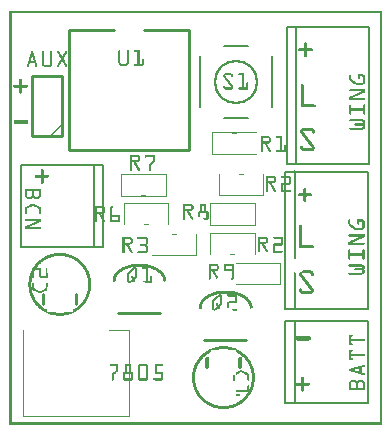
<source format=gto>
G04 MADE WITH FRITZING*
G04 WWW.FRITZING.ORG*
G04 DOUBLE SIDED*
G04 HOLES PLATED*
G04 CONTOUR ON CENTER OF CONTOUR VECTOR*
%ASAXBY*%
%FSLAX23Y23*%
%MOIN*%
%OFA0B0*%
%SFA1.0B1.0*%
%ADD10C,0.148000X0.132*%
%ADD11C,0.010000*%
%ADD12C,0.008000*%
%ADD13R,0.001000X0.001000*%
%LNSILK1*%
G90*
G70*
G54D10*
X756Y1145D03*
G54D11*
X200Y1318D02*
X200Y918D01*
D02*
X200Y918D02*
X600Y918D01*
D02*
X600Y918D02*
X600Y1318D01*
D02*
X200Y1318D02*
X350Y1318D01*
D02*
X450Y1318D02*
X600Y1318D01*
D02*
X501Y373D02*
X361Y373D01*
D02*
X789Y284D02*
X649Y284D01*
G54D12*
D02*
X876Y1060D02*
X876Y1230D01*
D02*
X636Y1230D02*
X636Y1060D01*
D02*
X795Y1025D02*
X716Y1025D01*
D02*
X796Y1265D02*
X716Y1265D01*
D02*
X1199Y1327D02*
X1199Y870D01*
D02*
X1199Y870D02*
X955Y870D01*
D02*
X955Y870D02*
X924Y870D01*
D02*
X924Y870D02*
X924Y1327D01*
D02*
X924Y1327D02*
X955Y1327D01*
D02*
X955Y1327D02*
X1199Y1327D01*
D02*
X955Y870D02*
X955Y1327D01*
D02*
X1196Y845D02*
X1196Y388D01*
D02*
X1196Y388D02*
X952Y388D01*
D02*
X952Y388D02*
X920Y388D01*
D02*
X920Y388D02*
X920Y845D01*
D02*
X920Y845D02*
X952Y845D01*
D02*
X952Y845D02*
X1196Y845D01*
D02*
X37Y592D02*
X37Y867D01*
D02*
X37Y867D02*
X281Y867D01*
D02*
X281Y867D02*
X312Y867D01*
D02*
X312Y867D02*
X312Y592D01*
D02*
X312Y592D02*
X281Y592D01*
D02*
X281Y592D02*
X37Y592D01*
D02*
X281Y867D02*
X281Y592D01*
D02*
X1196Y348D02*
X1196Y73D01*
D02*
X1196Y73D02*
X952Y73D01*
D02*
X952Y73D02*
X920Y73D01*
D02*
X920Y73D02*
X920Y348D01*
D02*
X920Y348D02*
X952Y348D01*
D02*
X952Y348D02*
X1196Y348D01*
D02*
X952Y73D02*
X952Y348D01*
G54D11*
D02*
X176Y965D02*
X176Y1165D01*
D02*
X176Y1165D02*
X76Y1165D01*
D02*
X76Y1165D02*
X76Y965D01*
D02*
X76Y965D02*
X176Y965D01*
G54D13*
X0Y1381D02*
X1241Y1381D01*
X0Y1380D02*
X1241Y1380D01*
X0Y1379D02*
X1241Y1379D01*
X0Y1378D02*
X1241Y1378D01*
X0Y1377D02*
X1241Y1377D01*
X0Y1376D02*
X1241Y1376D01*
X0Y1375D02*
X1241Y1375D01*
X0Y1374D02*
X1241Y1374D01*
X0Y1373D02*
X7Y1373D01*
X1234Y1373D02*
X1241Y1373D01*
X0Y1372D02*
X7Y1372D01*
X1234Y1372D02*
X1241Y1372D01*
X0Y1371D02*
X7Y1371D01*
X1234Y1371D02*
X1241Y1371D01*
X0Y1370D02*
X7Y1370D01*
X1234Y1370D02*
X1241Y1370D01*
X0Y1369D02*
X7Y1369D01*
X1234Y1369D02*
X1241Y1369D01*
X0Y1368D02*
X7Y1368D01*
X1234Y1368D02*
X1241Y1368D01*
X0Y1367D02*
X7Y1367D01*
X1234Y1367D02*
X1241Y1367D01*
X0Y1366D02*
X7Y1366D01*
X1234Y1366D02*
X1241Y1366D01*
X0Y1365D02*
X7Y1365D01*
X1234Y1365D02*
X1241Y1365D01*
X0Y1364D02*
X7Y1364D01*
X1234Y1364D02*
X1241Y1364D01*
X0Y1363D02*
X7Y1363D01*
X1234Y1363D02*
X1241Y1363D01*
X0Y1362D02*
X7Y1362D01*
X1234Y1362D02*
X1241Y1362D01*
X0Y1361D02*
X7Y1361D01*
X1234Y1361D02*
X1241Y1361D01*
X0Y1360D02*
X7Y1360D01*
X1234Y1360D02*
X1241Y1360D01*
X0Y1359D02*
X7Y1359D01*
X1234Y1359D02*
X1241Y1359D01*
X0Y1358D02*
X7Y1358D01*
X1234Y1358D02*
X1241Y1358D01*
X0Y1357D02*
X7Y1357D01*
X1234Y1357D02*
X1241Y1357D01*
X0Y1356D02*
X7Y1356D01*
X1234Y1356D02*
X1241Y1356D01*
X0Y1355D02*
X7Y1355D01*
X1234Y1355D02*
X1241Y1355D01*
X0Y1354D02*
X7Y1354D01*
X1234Y1354D02*
X1241Y1354D01*
X0Y1353D02*
X7Y1353D01*
X1234Y1353D02*
X1241Y1353D01*
X0Y1352D02*
X7Y1352D01*
X1234Y1352D02*
X1241Y1352D01*
X0Y1351D02*
X7Y1351D01*
X1234Y1351D02*
X1241Y1351D01*
X0Y1350D02*
X7Y1350D01*
X1234Y1350D02*
X1241Y1350D01*
X0Y1349D02*
X7Y1349D01*
X1234Y1349D02*
X1241Y1349D01*
X0Y1348D02*
X7Y1348D01*
X1234Y1348D02*
X1241Y1348D01*
X0Y1347D02*
X7Y1347D01*
X1234Y1347D02*
X1241Y1347D01*
X0Y1346D02*
X7Y1346D01*
X1234Y1346D02*
X1241Y1346D01*
X0Y1345D02*
X7Y1345D01*
X1234Y1345D02*
X1241Y1345D01*
X0Y1344D02*
X7Y1344D01*
X1234Y1344D02*
X1241Y1344D01*
X0Y1343D02*
X7Y1343D01*
X1234Y1343D02*
X1241Y1343D01*
X0Y1342D02*
X7Y1342D01*
X1234Y1342D02*
X1241Y1342D01*
X0Y1341D02*
X7Y1341D01*
X1234Y1341D02*
X1241Y1341D01*
X0Y1340D02*
X7Y1340D01*
X1234Y1340D02*
X1241Y1340D01*
X0Y1339D02*
X7Y1339D01*
X1234Y1339D02*
X1241Y1339D01*
X0Y1338D02*
X7Y1338D01*
X1234Y1338D02*
X1241Y1338D01*
X0Y1337D02*
X7Y1337D01*
X1234Y1337D02*
X1241Y1337D01*
X0Y1336D02*
X7Y1336D01*
X1234Y1336D02*
X1241Y1336D01*
X0Y1335D02*
X7Y1335D01*
X1234Y1335D02*
X1241Y1335D01*
X0Y1334D02*
X7Y1334D01*
X1234Y1334D02*
X1241Y1334D01*
X0Y1333D02*
X7Y1333D01*
X1234Y1333D02*
X1241Y1333D01*
X0Y1332D02*
X7Y1332D01*
X1234Y1332D02*
X1241Y1332D01*
X0Y1331D02*
X7Y1331D01*
X1234Y1331D02*
X1241Y1331D01*
X0Y1330D02*
X7Y1330D01*
X1234Y1330D02*
X1241Y1330D01*
X0Y1329D02*
X7Y1329D01*
X1234Y1329D02*
X1241Y1329D01*
X0Y1328D02*
X7Y1328D01*
X1234Y1328D02*
X1241Y1328D01*
X0Y1327D02*
X7Y1327D01*
X1234Y1327D02*
X1241Y1327D01*
X0Y1326D02*
X7Y1326D01*
X1234Y1326D02*
X1241Y1326D01*
X0Y1325D02*
X7Y1325D01*
X1234Y1325D02*
X1241Y1325D01*
X0Y1324D02*
X7Y1324D01*
X1234Y1324D02*
X1241Y1324D01*
X0Y1323D02*
X7Y1323D01*
X1234Y1323D02*
X1241Y1323D01*
X0Y1322D02*
X7Y1322D01*
X1234Y1322D02*
X1241Y1322D01*
X0Y1321D02*
X7Y1321D01*
X1234Y1321D02*
X1241Y1321D01*
X0Y1320D02*
X7Y1320D01*
X1234Y1320D02*
X1241Y1320D01*
X0Y1319D02*
X7Y1319D01*
X1234Y1319D02*
X1241Y1319D01*
X0Y1318D02*
X7Y1318D01*
X1234Y1318D02*
X1241Y1318D01*
X0Y1317D02*
X7Y1317D01*
X1234Y1317D02*
X1241Y1317D01*
X0Y1316D02*
X7Y1316D01*
X1234Y1316D02*
X1241Y1316D01*
X0Y1315D02*
X7Y1315D01*
X1234Y1315D02*
X1241Y1315D01*
X0Y1314D02*
X7Y1314D01*
X1234Y1314D02*
X1241Y1314D01*
X0Y1313D02*
X7Y1313D01*
X1234Y1313D02*
X1241Y1313D01*
X0Y1312D02*
X7Y1312D01*
X1234Y1312D02*
X1241Y1312D01*
X0Y1311D02*
X7Y1311D01*
X1234Y1311D02*
X1241Y1311D01*
X0Y1310D02*
X7Y1310D01*
X1234Y1310D02*
X1241Y1310D01*
X0Y1309D02*
X7Y1309D01*
X1234Y1309D02*
X1241Y1309D01*
X0Y1308D02*
X7Y1308D01*
X1234Y1308D02*
X1241Y1308D01*
X0Y1307D02*
X7Y1307D01*
X1234Y1307D02*
X1241Y1307D01*
X0Y1306D02*
X7Y1306D01*
X1234Y1306D02*
X1241Y1306D01*
X0Y1305D02*
X7Y1305D01*
X1234Y1305D02*
X1241Y1305D01*
X0Y1304D02*
X7Y1304D01*
X1234Y1304D02*
X1241Y1304D01*
X0Y1303D02*
X7Y1303D01*
X1234Y1303D02*
X1241Y1303D01*
X0Y1302D02*
X7Y1302D01*
X1234Y1302D02*
X1241Y1302D01*
X0Y1301D02*
X7Y1301D01*
X1234Y1301D02*
X1241Y1301D01*
X0Y1300D02*
X7Y1300D01*
X1234Y1300D02*
X1241Y1300D01*
X0Y1299D02*
X7Y1299D01*
X1234Y1299D02*
X1241Y1299D01*
X0Y1298D02*
X7Y1298D01*
X1234Y1298D02*
X1241Y1298D01*
X0Y1297D02*
X7Y1297D01*
X1234Y1297D02*
X1241Y1297D01*
X0Y1296D02*
X7Y1296D01*
X1234Y1296D02*
X1241Y1296D01*
X0Y1295D02*
X7Y1295D01*
X1234Y1295D02*
X1241Y1295D01*
X0Y1294D02*
X7Y1294D01*
X1234Y1294D02*
X1241Y1294D01*
X0Y1293D02*
X7Y1293D01*
X1234Y1293D02*
X1241Y1293D01*
X0Y1292D02*
X7Y1292D01*
X1234Y1292D02*
X1241Y1292D01*
X0Y1291D02*
X7Y1291D01*
X1234Y1291D02*
X1241Y1291D01*
X0Y1290D02*
X7Y1290D01*
X1234Y1290D02*
X1241Y1290D01*
X0Y1289D02*
X7Y1289D01*
X1234Y1289D02*
X1241Y1289D01*
X0Y1288D02*
X7Y1288D01*
X1234Y1288D02*
X1241Y1288D01*
X0Y1287D02*
X7Y1287D01*
X1234Y1287D02*
X1241Y1287D01*
X0Y1286D02*
X7Y1286D01*
X1234Y1286D02*
X1241Y1286D01*
X0Y1285D02*
X7Y1285D01*
X1234Y1285D02*
X1241Y1285D01*
X0Y1284D02*
X7Y1284D01*
X1234Y1284D02*
X1241Y1284D01*
X0Y1283D02*
X7Y1283D01*
X1234Y1283D02*
X1241Y1283D01*
X0Y1282D02*
X7Y1282D01*
X1234Y1282D02*
X1241Y1282D01*
X0Y1281D02*
X7Y1281D01*
X1234Y1281D02*
X1241Y1281D01*
X0Y1280D02*
X7Y1280D01*
X1234Y1280D02*
X1241Y1280D01*
X0Y1279D02*
X7Y1279D01*
X1234Y1279D02*
X1241Y1279D01*
X0Y1278D02*
X7Y1278D01*
X1234Y1278D02*
X1241Y1278D01*
X0Y1277D02*
X7Y1277D01*
X1234Y1277D02*
X1241Y1277D01*
X0Y1276D02*
X7Y1276D01*
X985Y1276D02*
X987Y1276D01*
X1234Y1276D02*
X1241Y1276D01*
X0Y1275D02*
X7Y1275D01*
X984Y1275D02*
X989Y1275D01*
X1234Y1275D02*
X1241Y1275D01*
X0Y1274D02*
X7Y1274D01*
X983Y1274D02*
X990Y1274D01*
X1234Y1274D02*
X1241Y1274D01*
X0Y1273D02*
X7Y1273D01*
X982Y1273D02*
X991Y1273D01*
X1234Y1273D02*
X1241Y1273D01*
X0Y1272D02*
X7Y1272D01*
X982Y1272D02*
X991Y1272D01*
X1234Y1272D02*
X1241Y1272D01*
X0Y1271D02*
X7Y1271D01*
X982Y1271D02*
X991Y1271D01*
X1234Y1271D02*
X1241Y1271D01*
X0Y1270D02*
X7Y1270D01*
X982Y1270D02*
X991Y1270D01*
X1234Y1270D02*
X1241Y1270D01*
X0Y1269D02*
X7Y1269D01*
X982Y1269D02*
X991Y1269D01*
X1234Y1269D02*
X1241Y1269D01*
X0Y1268D02*
X7Y1268D01*
X982Y1268D02*
X991Y1268D01*
X1234Y1268D02*
X1241Y1268D01*
X0Y1267D02*
X7Y1267D01*
X982Y1267D02*
X991Y1267D01*
X1234Y1267D02*
X1241Y1267D01*
X0Y1266D02*
X7Y1266D01*
X982Y1266D02*
X991Y1266D01*
X1234Y1266D02*
X1241Y1266D01*
X0Y1265D02*
X7Y1265D01*
X982Y1265D02*
X991Y1265D01*
X1234Y1265D02*
X1241Y1265D01*
X0Y1264D02*
X7Y1264D01*
X982Y1264D02*
X991Y1264D01*
X1234Y1264D02*
X1241Y1264D01*
X0Y1263D02*
X7Y1263D01*
X982Y1263D02*
X991Y1263D01*
X1234Y1263D02*
X1241Y1263D01*
X0Y1262D02*
X7Y1262D01*
X982Y1262D02*
X991Y1262D01*
X1234Y1262D02*
X1241Y1262D01*
X0Y1261D02*
X7Y1261D01*
X982Y1261D02*
X991Y1261D01*
X1234Y1261D02*
X1241Y1261D01*
X0Y1260D02*
X7Y1260D01*
X982Y1260D02*
X991Y1260D01*
X1234Y1260D02*
X1241Y1260D01*
X0Y1259D02*
X7Y1259D01*
X982Y1259D02*
X991Y1259D01*
X1234Y1259D02*
X1241Y1259D01*
X0Y1258D02*
X7Y1258D01*
X982Y1258D02*
X991Y1258D01*
X1234Y1258D02*
X1241Y1258D01*
X0Y1257D02*
X7Y1257D01*
X982Y1257D02*
X991Y1257D01*
X1234Y1257D02*
X1241Y1257D01*
X0Y1256D02*
X7Y1256D01*
X965Y1256D02*
X1008Y1256D01*
X1234Y1256D02*
X1241Y1256D01*
X0Y1255D02*
X7Y1255D01*
X964Y1255D02*
X1009Y1255D01*
X1234Y1255D02*
X1241Y1255D01*
X0Y1254D02*
X7Y1254D01*
X963Y1254D02*
X1010Y1254D01*
X1234Y1254D02*
X1241Y1254D01*
X0Y1253D02*
X7Y1253D01*
X962Y1253D02*
X1011Y1253D01*
X1234Y1253D02*
X1241Y1253D01*
X0Y1252D02*
X7Y1252D01*
X962Y1252D02*
X1011Y1252D01*
X1234Y1252D02*
X1241Y1252D01*
X0Y1251D02*
X7Y1251D01*
X365Y1251D02*
X368Y1251D01*
X393Y1251D02*
X395Y1251D01*
X415Y1251D02*
X433Y1251D01*
X962Y1251D02*
X1011Y1251D01*
X1234Y1251D02*
X1241Y1251D01*
X0Y1250D02*
X7Y1250D01*
X364Y1250D02*
X369Y1250D01*
X392Y1250D02*
X396Y1250D01*
X414Y1250D02*
X433Y1250D01*
X962Y1250D02*
X1011Y1250D01*
X1234Y1250D02*
X1241Y1250D01*
X0Y1249D02*
X7Y1249D01*
X364Y1249D02*
X369Y1249D01*
X391Y1249D02*
X397Y1249D01*
X414Y1249D02*
X433Y1249D01*
X963Y1249D02*
X1010Y1249D01*
X1234Y1249D02*
X1241Y1249D01*
X0Y1248D02*
X7Y1248D01*
X363Y1248D02*
X369Y1248D01*
X391Y1248D02*
X397Y1248D01*
X413Y1248D02*
X433Y1248D01*
X963Y1248D02*
X1009Y1248D01*
X1234Y1248D02*
X1241Y1248D01*
X0Y1247D02*
X7Y1247D01*
X74Y1247D02*
X77Y1247D01*
X110Y1247D02*
X114Y1247D01*
X138Y1247D02*
X141Y1247D01*
X160Y1247D02*
X163Y1247D01*
X188Y1247D02*
X191Y1247D01*
X363Y1247D02*
X369Y1247D01*
X391Y1247D02*
X397Y1247D01*
X414Y1247D02*
X433Y1247D01*
X965Y1247D02*
X1008Y1247D01*
X1234Y1247D02*
X1241Y1247D01*
X0Y1246D02*
X7Y1246D01*
X73Y1246D02*
X78Y1246D01*
X109Y1246D02*
X114Y1246D01*
X137Y1246D02*
X142Y1246D01*
X159Y1246D02*
X164Y1246D01*
X187Y1246D02*
X192Y1246D01*
X363Y1246D02*
X369Y1246D01*
X391Y1246D02*
X397Y1246D01*
X414Y1246D02*
X433Y1246D01*
X982Y1246D02*
X991Y1246D01*
X1234Y1246D02*
X1241Y1246D01*
X0Y1245D02*
X7Y1245D01*
X73Y1245D02*
X79Y1245D01*
X109Y1245D02*
X115Y1245D01*
X137Y1245D02*
X142Y1245D01*
X159Y1245D02*
X165Y1245D01*
X186Y1245D02*
X192Y1245D01*
X363Y1245D02*
X369Y1245D01*
X391Y1245D02*
X397Y1245D01*
X415Y1245D02*
X433Y1245D01*
X982Y1245D02*
X991Y1245D01*
X1234Y1245D02*
X1241Y1245D01*
X0Y1244D02*
X7Y1244D01*
X72Y1244D02*
X79Y1244D01*
X109Y1244D02*
X115Y1244D01*
X136Y1244D02*
X142Y1244D01*
X159Y1244D02*
X166Y1244D01*
X186Y1244D02*
X192Y1244D01*
X363Y1244D02*
X369Y1244D01*
X391Y1244D02*
X397Y1244D01*
X427Y1244D02*
X433Y1244D01*
X982Y1244D02*
X991Y1244D01*
X1234Y1244D02*
X1241Y1244D01*
X0Y1243D02*
X7Y1243D01*
X72Y1243D02*
X79Y1243D01*
X109Y1243D02*
X115Y1243D01*
X136Y1243D02*
X142Y1243D01*
X159Y1243D02*
X166Y1243D01*
X185Y1243D02*
X192Y1243D01*
X363Y1243D02*
X369Y1243D01*
X391Y1243D02*
X397Y1243D01*
X427Y1243D02*
X433Y1243D01*
X982Y1243D02*
X991Y1243D01*
X1234Y1243D02*
X1241Y1243D01*
X0Y1242D02*
X7Y1242D01*
X72Y1242D02*
X79Y1242D01*
X109Y1242D02*
X115Y1242D01*
X136Y1242D02*
X142Y1242D01*
X160Y1242D02*
X167Y1242D01*
X184Y1242D02*
X192Y1242D01*
X363Y1242D02*
X369Y1242D01*
X391Y1242D02*
X397Y1242D01*
X427Y1242D02*
X433Y1242D01*
X982Y1242D02*
X991Y1242D01*
X1234Y1242D02*
X1241Y1242D01*
X0Y1241D02*
X7Y1241D01*
X71Y1241D02*
X80Y1241D01*
X109Y1241D02*
X115Y1241D01*
X136Y1241D02*
X142Y1241D01*
X160Y1241D02*
X167Y1241D01*
X184Y1241D02*
X191Y1241D01*
X363Y1241D02*
X369Y1241D01*
X391Y1241D02*
X397Y1241D01*
X427Y1241D02*
X433Y1241D01*
X982Y1241D02*
X991Y1241D01*
X1234Y1241D02*
X1241Y1241D01*
X0Y1240D02*
X7Y1240D01*
X71Y1240D02*
X80Y1240D01*
X109Y1240D02*
X115Y1240D01*
X136Y1240D02*
X142Y1240D01*
X161Y1240D02*
X168Y1240D01*
X183Y1240D02*
X190Y1240D01*
X363Y1240D02*
X369Y1240D01*
X391Y1240D02*
X397Y1240D01*
X427Y1240D02*
X433Y1240D01*
X982Y1240D02*
X991Y1240D01*
X1234Y1240D02*
X1241Y1240D01*
X0Y1239D02*
X7Y1239D01*
X71Y1239D02*
X80Y1239D01*
X109Y1239D02*
X115Y1239D01*
X136Y1239D02*
X142Y1239D01*
X161Y1239D02*
X169Y1239D01*
X183Y1239D02*
X190Y1239D01*
X363Y1239D02*
X369Y1239D01*
X391Y1239D02*
X397Y1239D01*
X427Y1239D02*
X433Y1239D01*
X982Y1239D02*
X991Y1239D01*
X1234Y1239D02*
X1241Y1239D01*
X0Y1238D02*
X7Y1238D01*
X71Y1238D02*
X81Y1238D01*
X109Y1238D02*
X115Y1238D01*
X136Y1238D02*
X142Y1238D01*
X162Y1238D02*
X169Y1238D01*
X182Y1238D02*
X189Y1238D01*
X363Y1238D02*
X369Y1238D01*
X391Y1238D02*
X397Y1238D01*
X427Y1238D02*
X433Y1238D01*
X982Y1238D02*
X991Y1238D01*
X1234Y1238D02*
X1241Y1238D01*
X0Y1237D02*
X7Y1237D01*
X70Y1237D02*
X81Y1237D01*
X109Y1237D02*
X115Y1237D01*
X136Y1237D02*
X142Y1237D01*
X162Y1237D02*
X170Y1237D01*
X181Y1237D02*
X189Y1237D01*
X363Y1237D02*
X369Y1237D01*
X391Y1237D02*
X397Y1237D01*
X427Y1237D02*
X433Y1237D01*
X982Y1237D02*
X991Y1237D01*
X1234Y1237D02*
X1241Y1237D01*
X0Y1236D02*
X7Y1236D01*
X70Y1236D02*
X81Y1236D01*
X109Y1236D02*
X115Y1236D01*
X136Y1236D02*
X142Y1236D01*
X163Y1236D02*
X170Y1236D01*
X181Y1236D02*
X188Y1236D01*
X363Y1236D02*
X369Y1236D01*
X391Y1236D02*
X397Y1236D01*
X427Y1236D02*
X433Y1236D01*
X982Y1236D02*
X991Y1236D01*
X1234Y1236D02*
X1241Y1236D01*
X0Y1235D02*
X7Y1235D01*
X70Y1235D02*
X81Y1235D01*
X109Y1235D02*
X115Y1235D01*
X136Y1235D02*
X142Y1235D01*
X164Y1235D02*
X171Y1235D01*
X180Y1235D02*
X187Y1235D01*
X363Y1235D02*
X369Y1235D01*
X391Y1235D02*
X397Y1235D01*
X427Y1235D02*
X433Y1235D01*
X982Y1235D02*
X991Y1235D01*
X1234Y1235D02*
X1241Y1235D01*
X0Y1234D02*
X7Y1234D01*
X69Y1234D02*
X82Y1234D01*
X109Y1234D02*
X115Y1234D01*
X136Y1234D02*
X142Y1234D01*
X164Y1234D02*
X171Y1234D01*
X180Y1234D02*
X187Y1234D01*
X363Y1234D02*
X369Y1234D01*
X391Y1234D02*
X397Y1234D01*
X427Y1234D02*
X433Y1234D01*
X982Y1234D02*
X991Y1234D01*
X1234Y1234D02*
X1241Y1234D01*
X0Y1233D02*
X7Y1233D01*
X69Y1233D02*
X82Y1233D01*
X109Y1233D02*
X115Y1233D01*
X136Y1233D02*
X142Y1233D01*
X165Y1233D02*
X172Y1233D01*
X179Y1233D02*
X186Y1233D01*
X363Y1233D02*
X369Y1233D01*
X391Y1233D02*
X397Y1233D01*
X427Y1233D02*
X433Y1233D01*
X982Y1233D02*
X991Y1233D01*
X1234Y1233D02*
X1241Y1233D01*
X0Y1232D02*
X7Y1232D01*
X69Y1232D02*
X82Y1232D01*
X109Y1232D02*
X115Y1232D01*
X136Y1232D02*
X142Y1232D01*
X165Y1232D02*
X173Y1232D01*
X179Y1232D02*
X186Y1232D01*
X363Y1232D02*
X369Y1232D01*
X391Y1232D02*
X397Y1232D01*
X427Y1232D02*
X433Y1232D01*
X982Y1232D02*
X991Y1232D01*
X1234Y1232D02*
X1241Y1232D01*
X0Y1231D02*
X7Y1231D01*
X69Y1231D02*
X83Y1231D01*
X109Y1231D02*
X115Y1231D01*
X136Y1231D02*
X142Y1231D01*
X166Y1231D02*
X173Y1231D01*
X178Y1231D02*
X185Y1231D01*
X363Y1231D02*
X369Y1231D01*
X391Y1231D02*
X397Y1231D01*
X427Y1231D02*
X433Y1231D01*
X982Y1231D02*
X991Y1231D01*
X1234Y1231D02*
X1241Y1231D01*
X0Y1230D02*
X7Y1230D01*
X68Y1230D02*
X75Y1230D01*
X77Y1230D02*
X83Y1230D01*
X109Y1230D02*
X115Y1230D01*
X136Y1230D02*
X142Y1230D01*
X167Y1230D02*
X174Y1230D01*
X177Y1230D02*
X185Y1230D01*
X363Y1230D02*
X369Y1230D01*
X391Y1230D02*
X397Y1230D01*
X427Y1230D02*
X433Y1230D01*
X982Y1230D02*
X991Y1230D01*
X1234Y1230D02*
X1241Y1230D01*
X0Y1229D02*
X7Y1229D01*
X68Y1229D02*
X74Y1229D01*
X77Y1229D02*
X83Y1229D01*
X109Y1229D02*
X115Y1229D01*
X136Y1229D02*
X142Y1229D01*
X167Y1229D02*
X174Y1229D01*
X177Y1229D02*
X184Y1229D01*
X363Y1229D02*
X369Y1229D01*
X391Y1229D02*
X397Y1229D01*
X427Y1229D02*
X433Y1229D01*
X983Y1229D02*
X990Y1229D01*
X1234Y1229D02*
X1241Y1229D01*
X0Y1228D02*
X7Y1228D01*
X68Y1228D02*
X74Y1228D01*
X77Y1228D02*
X84Y1228D01*
X109Y1228D02*
X115Y1228D01*
X136Y1228D02*
X142Y1228D01*
X168Y1228D02*
X183Y1228D01*
X363Y1228D02*
X369Y1228D01*
X391Y1228D02*
X397Y1228D01*
X427Y1228D02*
X433Y1228D01*
X983Y1228D02*
X989Y1228D01*
X1234Y1228D02*
X1241Y1228D01*
X0Y1227D02*
X7Y1227D01*
X67Y1227D02*
X74Y1227D01*
X77Y1227D02*
X84Y1227D01*
X109Y1227D02*
X115Y1227D01*
X136Y1227D02*
X142Y1227D01*
X168Y1227D02*
X183Y1227D01*
X363Y1227D02*
X369Y1227D01*
X391Y1227D02*
X397Y1227D01*
X427Y1227D02*
X433Y1227D01*
X985Y1227D02*
X988Y1227D01*
X1234Y1227D02*
X1241Y1227D01*
X0Y1226D02*
X7Y1226D01*
X67Y1226D02*
X73Y1226D01*
X78Y1226D02*
X84Y1226D01*
X109Y1226D02*
X115Y1226D01*
X136Y1226D02*
X142Y1226D01*
X169Y1226D02*
X182Y1226D01*
X363Y1226D02*
X369Y1226D01*
X391Y1226D02*
X397Y1226D01*
X427Y1226D02*
X433Y1226D01*
X1234Y1226D02*
X1241Y1226D01*
X0Y1225D02*
X7Y1225D01*
X67Y1225D02*
X73Y1225D01*
X78Y1225D02*
X84Y1225D01*
X109Y1225D02*
X115Y1225D01*
X136Y1225D02*
X142Y1225D01*
X170Y1225D02*
X182Y1225D01*
X363Y1225D02*
X369Y1225D01*
X391Y1225D02*
X397Y1225D01*
X427Y1225D02*
X433Y1225D01*
X1234Y1225D02*
X1241Y1225D01*
X0Y1224D02*
X7Y1224D01*
X66Y1224D02*
X73Y1224D01*
X78Y1224D02*
X85Y1224D01*
X109Y1224D02*
X115Y1224D01*
X136Y1224D02*
X142Y1224D01*
X170Y1224D02*
X181Y1224D01*
X363Y1224D02*
X369Y1224D01*
X391Y1224D02*
X397Y1224D01*
X427Y1224D02*
X433Y1224D01*
X1234Y1224D02*
X1241Y1224D01*
X0Y1223D02*
X7Y1223D01*
X66Y1223D02*
X73Y1223D01*
X79Y1223D02*
X85Y1223D01*
X109Y1223D02*
X115Y1223D01*
X136Y1223D02*
X142Y1223D01*
X171Y1223D02*
X180Y1223D01*
X363Y1223D02*
X369Y1223D01*
X391Y1223D02*
X397Y1223D01*
X427Y1223D02*
X433Y1223D01*
X1234Y1223D02*
X1241Y1223D01*
X0Y1222D02*
X7Y1222D01*
X66Y1222D02*
X72Y1222D01*
X79Y1222D02*
X85Y1222D01*
X109Y1222D02*
X115Y1222D01*
X136Y1222D02*
X142Y1222D01*
X171Y1222D02*
X180Y1222D01*
X363Y1222D02*
X369Y1222D01*
X391Y1222D02*
X397Y1222D01*
X427Y1222D02*
X433Y1222D01*
X444Y1222D02*
X444Y1222D01*
X1234Y1222D02*
X1241Y1222D01*
X0Y1221D02*
X7Y1221D01*
X66Y1221D02*
X72Y1221D01*
X79Y1221D02*
X86Y1221D01*
X109Y1221D02*
X115Y1221D01*
X136Y1221D02*
X142Y1221D01*
X172Y1221D02*
X179Y1221D01*
X363Y1221D02*
X369Y1221D01*
X391Y1221D02*
X397Y1221D01*
X427Y1221D02*
X433Y1221D01*
X442Y1221D02*
X446Y1221D01*
X1234Y1221D02*
X1241Y1221D01*
X0Y1220D02*
X7Y1220D01*
X65Y1220D02*
X72Y1220D01*
X80Y1220D02*
X86Y1220D01*
X109Y1220D02*
X115Y1220D01*
X136Y1220D02*
X142Y1220D01*
X172Y1220D02*
X180Y1220D01*
X363Y1220D02*
X369Y1220D01*
X391Y1220D02*
X397Y1220D01*
X427Y1220D02*
X433Y1220D01*
X441Y1220D02*
X447Y1220D01*
X1234Y1220D02*
X1241Y1220D01*
X0Y1219D02*
X7Y1219D01*
X65Y1219D02*
X71Y1219D01*
X80Y1219D02*
X86Y1219D01*
X109Y1219D02*
X115Y1219D01*
X136Y1219D02*
X142Y1219D01*
X171Y1219D02*
X180Y1219D01*
X363Y1219D02*
X369Y1219D01*
X391Y1219D02*
X397Y1219D01*
X427Y1219D02*
X433Y1219D01*
X441Y1219D02*
X447Y1219D01*
X1234Y1219D02*
X1241Y1219D01*
X0Y1218D02*
X7Y1218D01*
X65Y1218D02*
X71Y1218D01*
X80Y1218D02*
X86Y1218D01*
X109Y1218D02*
X115Y1218D01*
X136Y1218D02*
X142Y1218D01*
X170Y1218D02*
X181Y1218D01*
X363Y1218D02*
X369Y1218D01*
X391Y1218D02*
X397Y1218D01*
X427Y1218D02*
X433Y1218D01*
X441Y1218D02*
X447Y1218D01*
X1234Y1218D02*
X1241Y1218D01*
X0Y1217D02*
X7Y1217D01*
X64Y1217D02*
X71Y1217D01*
X80Y1217D02*
X87Y1217D01*
X109Y1217D02*
X115Y1217D01*
X136Y1217D02*
X142Y1217D01*
X170Y1217D02*
X181Y1217D01*
X363Y1217D02*
X369Y1217D01*
X391Y1217D02*
X397Y1217D01*
X427Y1217D02*
X433Y1217D01*
X441Y1217D02*
X447Y1217D01*
X1234Y1217D02*
X1241Y1217D01*
X0Y1216D02*
X7Y1216D01*
X64Y1216D02*
X70Y1216D01*
X81Y1216D02*
X87Y1216D01*
X109Y1216D02*
X115Y1216D01*
X136Y1216D02*
X142Y1216D01*
X169Y1216D02*
X182Y1216D01*
X363Y1216D02*
X369Y1216D01*
X391Y1216D02*
X397Y1216D01*
X427Y1216D02*
X433Y1216D01*
X441Y1216D02*
X447Y1216D01*
X1234Y1216D02*
X1241Y1216D01*
X0Y1215D02*
X7Y1215D01*
X64Y1215D02*
X70Y1215D01*
X81Y1215D02*
X87Y1215D01*
X109Y1215D02*
X115Y1215D01*
X136Y1215D02*
X142Y1215D01*
X169Y1215D02*
X183Y1215D01*
X363Y1215D02*
X369Y1215D01*
X391Y1215D02*
X397Y1215D01*
X427Y1215D02*
X433Y1215D01*
X441Y1215D02*
X447Y1215D01*
X1234Y1215D02*
X1241Y1215D01*
X0Y1214D02*
X7Y1214D01*
X64Y1214D02*
X70Y1214D01*
X81Y1214D02*
X88Y1214D01*
X109Y1214D02*
X115Y1214D01*
X136Y1214D02*
X142Y1214D01*
X168Y1214D02*
X183Y1214D01*
X363Y1214D02*
X369Y1214D01*
X391Y1214D02*
X397Y1214D01*
X427Y1214D02*
X433Y1214D01*
X441Y1214D02*
X447Y1214D01*
X1234Y1214D02*
X1241Y1214D01*
X0Y1213D02*
X7Y1213D01*
X63Y1213D02*
X70Y1213D01*
X82Y1213D02*
X88Y1213D01*
X109Y1213D02*
X115Y1213D01*
X136Y1213D02*
X142Y1213D01*
X167Y1213D02*
X175Y1213D01*
X177Y1213D02*
X184Y1213D01*
X363Y1213D02*
X369Y1213D01*
X391Y1213D02*
X397Y1213D01*
X427Y1213D02*
X433Y1213D01*
X441Y1213D02*
X447Y1213D01*
X1234Y1213D02*
X1241Y1213D01*
X0Y1212D02*
X7Y1212D01*
X63Y1212D02*
X88Y1212D01*
X109Y1212D02*
X115Y1212D01*
X136Y1212D02*
X142Y1212D01*
X167Y1212D02*
X174Y1212D01*
X177Y1212D02*
X184Y1212D01*
X363Y1212D02*
X369Y1212D01*
X391Y1212D02*
X397Y1212D01*
X427Y1212D02*
X433Y1212D01*
X441Y1212D02*
X447Y1212D01*
X1234Y1212D02*
X1241Y1212D01*
X0Y1211D02*
X7Y1211D01*
X63Y1211D02*
X88Y1211D01*
X109Y1211D02*
X115Y1211D01*
X136Y1211D02*
X142Y1211D01*
X166Y1211D02*
X173Y1211D01*
X178Y1211D02*
X185Y1211D01*
X363Y1211D02*
X369Y1211D01*
X391Y1211D02*
X397Y1211D01*
X427Y1211D02*
X433Y1211D01*
X441Y1211D02*
X447Y1211D01*
X1234Y1211D02*
X1241Y1211D01*
X0Y1210D02*
X7Y1210D01*
X62Y1210D02*
X89Y1210D01*
X109Y1210D02*
X115Y1210D01*
X136Y1210D02*
X142Y1210D01*
X166Y1210D02*
X173Y1210D01*
X178Y1210D02*
X185Y1210D01*
X363Y1210D02*
X369Y1210D01*
X391Y1210D02*
X397Y1210D01*
X427Y1210D02*
X433Y1210D01*
X441Y1210D02*
X447Y1210D01*
X1234Y1210D02*
X1241Y1210D01*
X0Y1209D02*
X7Y1209D01*
X62Y1209D02*
X89Y1209D01*
X109Y1209D02*
X115Y1209D01*
X136Y1209D02*
X142Y1209D01*
X165Y1209D02*
X172Y1209D01*
X179Y1209D02*
X186Y1209D01*
X363Y1209D02*
X369Y1209D01*
X391Y1209D02*
X397Y1209D01*
X427Y1209D02*
X433Y1209D01*
X441Y1209D02*
X447Y1209D01*
X1234Y1209D02*
X1241Y1209D01*
X0Y1208D02*
X7Y1208D01*
X62Y1208D02*
X89Y1208D01*
X109Y1208D02*
X115Y1208D01*
X136Y1208D02*
X142Y1208D01*
X165Y1208D02*
X172Y1208D01*
X179Y1208D02*
X187Y1208D01*
X363Y1208D02*
X370Y1208D01*
X391Y1208D02*
X397Y1208D01*
X427Y1208D02*
X433Y1208D01*
X441Y1208D02*
X447Y1208D01*
X1234Y1208D02*
X1241Y1208D01*
X0Y1207D02*
X7Y1207D01*
X61Y1207D02*
X90Y1207D01*
X109Y1207D02*
X115Y1207D01*
X136Y1207D02*
X142Y1207D01*
X164Y1207D02*
X171Y1207D01*
X180Y1207D02*
X187Y1207D01*
X364Y1207D02*
X370Y1207D01*
X391Y1207D02*
X397Y1207D01*
X427Y1207D02*
X433Y1207D01*
X441Y1207D02*
X447Y1207D01*
X1234Y1207D02*
X1241Y1207D01*
X0Y1206D02*
X7Y1206D01*
X61Y1206D02*
X90Y1206D01*
X109Y1206D02*
X115Y1206D01*
X136Y1206D02*
X142Y1206D01*
X163Y1206D02*
X171Y1206D01*
X181Y1206D02*
X188Y1206D01*
X364Y1206D02*
X370Y1206D01*
X390Y1206D02*
X397Y1206D01*
X427Y1206D02*
X433Y1206D01*
X441Y1206D02*
X447Y1206D01*
X1234Y1206D02*
X1241Y1206D01*
X0Y1205D02*
X7Y1205D01*
X61Y1205D02*
X67Y1205D01*
X84Y1205D02*
X90Y1205D01*
X109Y1205D02*
X115Y1205D01*
X136Y1205D02*
X142Y1205D01*
X163Y1205D02*
X170Y1205D01*
X181Y1205D02*
X188Y1205D01*
X364Y1205D02*
X371Y1205D01*
X389Y1205D02*
X397Y1205D01*
X427Y1205D02*
X433Y1205D01*
X441Y1205D02*
X447Y1205D01*
X1234Y1205D02*
X1241Y1205D01*
X0Y1204D02*
X7Y1204D01*
X61Y1204D02*
X67Y1204D01*
X84Y1204D02*
X91Y1204D01*
X109Y1204D02*
X115Y1204D01*
X136Y1204D02*
X142Y1204D01*
X162Y1204D02*
X169Y1204D01*
X182Y1204D02*
X189Y1204D01*
X364Y1204D02*
X396Y1204D01*
X415Y1204D02*
X447Y1204D01*
X1234Y1204D02*
X1241Y1204D01*
X0Y1203D02*
X7Y1203D01*
X60Y1203D02*
X67Y1203D01*
X85Y1203D02*
X91Y1203D01*
X109Y1203D02*
X115Y1203D01*
X136Y1203D02*
X142Y1203D01*
X162Y1203D02*
X169Y1203D01*
X182Y1203D02*
X190Y1203D01*
X365Y1203D02*
X396Y1203D01*
X414Y1203D02*
X447Y1203D01*
X1234Y1203D02*
X1241Y1203D01*
X0Y1202D02*
X7Y1202D01*
X60Y1202D02*
X66Y1202D01*
X85Y1202D02*
X91Y1202D01*
X109Y1202D02*
X116Y1202D01*
X135Y1202D02*
X142Y1202D01*
X161Y1202D02*
X168Y1202D01*
X183Y1202D02*
X190Y1202D01*
X365Y1202D02*
X395Y1202D01*
X414Y1202D02*
X447Y1202D01*
X1234Y1202D02*
X1241Y1202D01*
X0Y1201D02*
X7Y1201D01*
X60Y1201D02*
X66Y1201D01*
X85Y1201D02*
X91Y1201D01*
X109Y1201D02*
X117Y1201D01*
X134Y1201D02*
X142Y1201D01*
X160Y1201D02*
X168Y1201D01*
X184Y1201D02*
X191Y1201D01*
X366Y1201D02*
X394Y1201D01*
X413Y1201D02*
X447Y1201D01*
X1234Y1201D02*
X1241Y1201D01*
X0Y1200D02*
X7Y1200D01*
X59Y1200D02*
X66Y1200D01*
X85Y1200D02*
X92Y1200D01*
X110Y1200D02*
X142Y1200D01*
X160Y1200D02*
X167Y1200D01*
X184Y1200D02*
X191Y1200D01*
X367Y1200D02*
X393Y1200D01*
X414Y1200D02*
X447Y1200D01*
X1234Y1200D02*
X1241Y1200D01*
X0Y1199D02*
X7Y1199D01*
X59Y1199D02*
X65Y1199D01*
X86Y1199D02*
X92Y1199D01*
X110Y1199D02*
X141Y1199D01*
X159Y1199D02*
X166Y1199D01*
X185Y1199D02*
X192Y1199D01*
X368Y1199D02*
X392Y1199D01*
X414Y1199D02*
X446Y1199D01*
X1234Y1199D02*
X1241Y1199D01*
X0Y1198D02*
X7Y1198D01*
X59Y1198D02*
X65Y1198D01*
X86Y1198D02*
X92Y1198D01*
X111Y1198D02*
X140Y1198D01*
X159Y1198D02*
X166Y1198D01*
X185Y1198D02*
X192Y1198D01*
X371Y1198D02*
X390Y1198D01*
X415Y1198D02*
X445Y1198D01*
X1234Y1198D02*
X1241Y1198D01*
X0Y1197D02*
X7Y1197D01*
X59Y1197D02*
X65Y1197D01*
X86Y1197D02*
X92Y1197D01*
X112Y1197D02*
X139Y1197D01*
X159Y1197D02*
X165Y1197D01*
X186Y1197D02*
X192Y1197D01*
X1234Y1197D02*
X1241Y1197D01*
X0Y1196D02*
X7Y1196D01*
X59Y1196D02*
X65Y1196D01*
X87Y1196D02*
X92Y1196D01*
X113Y1196D02*
X138Y1196D01*
X159Y1196D02*
X165Y1196D01*
X186Y1196D02*
X192Y1196D01*
X1234Y1196D02*
X1241Y1196D01*
X0Y1195D02*
X7Y1195D01*
X60Y1195D02*
X64Y1195D01*
X87Y1195D02*
X92Y1195D01*
X114Y1195D02*
X137Y1195D01*
X160Y1195D02*
X164Y1195D01*
X187Y1195D02*
X191Y1195D01*
X1234Y1195D02*
X1241Y1195D01*
X0Y1194D02*
X7Y1194D01*
X61Y1194D02*
X63Y1194D01*
X89Y1194D02*
X90Y1194D01*
X117Y1194D02*
X134Y1194D01*
X161Y1194D02*
X163Y1194D01*
X188Y1194D02*
X190Y1194D01*
X1234Y1194D02*
X1241Y1194D01*
X0Y1193D02*
X7Y1193D01*
X1234Y1193D02*
X1241Y1193D01*
X0Y1192D02*
X7Y1192D01*
X1234Y1192D02*
X1241Y1192D01*
X0Y1191D02*
X7Y1191D01*
X1234Y1191D02*
X1241Y1191D01*
X0Y1190D02*
X7Y1190D01*
X1234Y1190D02*
X1241Y1190D01*
X0Y1189D02*
X7Y1189D01*
X1234Y1189D02*
X1241Y1189D01*
X0Y1188D02*
X7Y1188D01*
X1234Y1188D02*
X1241Y1188D01*
X0Y1187D02*
X7Y1187D01*
X1234Y1187D02*
X1241Y1187D01*
X0Y1186D02*
X7Y1186D01*
X1234Y1186D02*
X1241Y1186D01*
X0Y1185D02*
X7Y1185D01*
X1234Y1185D02*
X1241Y1185D01*
X0Y1184D02*
X7Y1184D01*
X1234Y1184D02*
X1241Y1184D01*
X0Y1183D02*
X7Y1183D01*
X1234Y1183D02*
X1241Y1183D01*
X0Y1182D02*
X7Y1182D01*
X1234Y1182D02*
X1241Y1182D01*
X0Y1181D02*
X7Y1181D01*
X1234Y1181D02*
X1241Y1181D01*
X0Y1180D02*
X7Y1180D01*
X1234Y1180D02*
X1241Y1180D01*
X0Y1179D02*
X7Y1179D01*
X1234Y1179D02*
X1241Y1179D01*
X0Y1178D02*
X7Y1178D01*
X1234Y1178D02*
X1241Y1178D01*
X0Y1177D02*
X7Y1177D01*
X1234Y1177D02*
X1241Y1177D01*
X0Y1176D02*
X7Y1176D01*
X1234Y1176D02*
X1241Y1176D01*
X0Y1175D02*
X7Y1175D01*
X1234Y1175D02*
X1241Y1175D01*
X0Y1174D02*
X7Y1174D01*
X1234Y1174D02*
X1241Y1174D01*
X0Y1173D02*
X7Y1173D01*
X1234Y1173D02*
X1241Y1173D01*
X0Y1172D02*
X7Y1172D01*
X718Y1172D02*
X739Y1172D01*
X764Y1172D02*
X782Y1172D01*
X1234Y1172D02*
X1241Y1172D01*
X0Y1171D02*
X7Y1171D01*
X716Y1171D02*
X741Y1171D01*
X763Y1171D02*
X782Y1171D01*
X1234Y1171D02*
X1241Y1171D01*
X0Y1170D02*
X7Y1170D01*
X715Y1170D02*
X743Y1170D01*
X763Y1170D02*
X782Y1170D01*
X1234Y1170D02*
X1241Y1170D01*
X0Y1169D02*
X7Y1169D01*
X714Y1169D02*
X744Y1169D01*
X762Y1169D02*
X782Y1169D01*
X1136Y1169D02*
X1136Y1169D01*
X1162Y1169D02*
X1177Y1169D01*
X1234Y1169D02*
X1241Y1169D01*
X0Y1168D02*
X7Y1168D01*
X713Y1168D02*
X744Y1168D01*
X763Y1168D02*
X782Y1168D01*
X1134Y1168D02*
X1138Y1168D01*
X1162Y1168D02*
X1180Y1168D01*
X1234Y1168D02*
X1241Y1168D01*
X0Y1167D02*
X7Y1167D01*
X713Y1167D02*
X745Y1167D01*
X763Y1167D02*
X782Y1167D01*
X1133Y1167D02*
X1138Y1167D01*
X1162Y1167D02*
X1181Y1167D01*
X1234Y1167D02*
X1241Y1167D01*
X0Y1166D02*
X7Y1166D01*
X713Y1166D02*
X745Y1166D01*
X764Y1166D02*
X782Y1166D01*
X1133Y1166D02*
X1139Y1166D01*
X1162Y1166D02*
X1183Y1166D01*
X1234Y1166D02*
X1241Y1166D01*
X0Y1165D02*
X7Y1165D01*
X712Y1165D02*
X719Y1165D01*
X739Y1165D02*
X746Y1165D01*
X776Y1165D02*
X782Y1165D01*
X1133Y1165D02*
X1139Y1165D01*
X1162Y1165D02*
X1184Y1165D01*
X1234Y1165D02*
X1241Y1165D01*
X0Y1164D02*
X7Y1164D01*
X712Y1164D02*
X719Y1164D01*
X740Y1164D02*
X746Y1164D01*
X776Y1164D02*
X782Y1164D01*
X1133Y1164D02*
X1139Y1164D01*
X1162Y1164D02*
X1184Y1164D01*
X1234Y1164D02*
X1241Y1164D01*
X0Y1163D02*
X7Y1163D01*
X713Y1163D02*
X719Y1163D01*
X740Y1163D02*
X746Y1163D01*
X776Y1163D02*
X782Y1163D01*
X1133Y1163D02*
X1139Y1163D01*
X1162Y1163D02*
X1185Y1163D01*
X1234Y1163D02*
X1241Y1163D01*
X0Y1162D02*
X7Y1162D01*
X713Y1162D02*
X720Y1162D01*
X740Y1162D02*
X746Y1162D01*
X776Y1162D02*
X782Y1162D01*
X1133Y1162D02*
X1139Y1162D01*
X1162Y1162D02*
X1168Y1162D01*
X1177Y1162D02*
X1185Y1162D01*
X1234Y1162D02*
X1241Y1162D01*
X0Y1161D02*
X7Y1161D01*
X713Y1161D02*
X721Y1161D01*
X741Y1161D02*
X745Y1161D01*
X776Y1161D02*
X782Y1161D01*
X1133Y1161D02*
X1139Y1161D01*
X1162Y1161D02*
X1168Y1161D01*
X1179Y1161D02*
X1186Y1161D01*
X1234Y1161D02*
X1241Y1161D01*
X0Y1160D02*
X7Y1160D01*
X714Y1160D02*
X722Y1160D01*
X742Y1160D02*
X744Y1160D01*
X776Y1160D02*
X782Y1160D01*
X1133Y1160D02*
X1139Y1160D01*
X1162Y1160D02*
X1168Y1160D01*
X1179Y1160D02*
X1186Y1160D01*
X1234Y1160D02*
X1241Y1160D01*
X0Y1159D02*
X7Y1159D01*
X714Y1159D02*
X722Y1159D01*
X776Y1159D02*
X782Y1159D01*
X1133Y1159D02*
X1139Y1159D01*
X1162Y1159D02*
X1168Y1159D01*
X1180Y1159D02*
X1186Y1159D01*
X1234Y1159D02*
X1241Y1159D01*
X0Y1158D02*
X7Y1158D01*
X715Y1158D02*
X723Y1158D01*
X776Y1158D02*
X782Y1158D01*
X1133Y1158D02*
X1139Y1158D01*
X1162Y1158D02*
X1168Y1158D01*
X1180Y1158D02*
X1186Y1158D01*
X1234Y1158D02*
X1241Y1158D01*
X0Y1157D02*
X7Y1157D01*
X716Y1157D02*
X724Y1157D01*
X776Y1157D02*
X782Y1157D01*
X1133Y1157D02*
X1139Y1157D01*
X1162Y1157D02*
X1168Y1157D01*
X1180Y1157D02*
X1186Y1157D01*
X1234Y1157D02*
X1241Y1157D01*
X0Y1156D02*
X7Y1156D01*
X717Y1156D02*
X725Y1156D01*
X776Y1156D02*
X782Y1156D01*
X1133Y1156D02*
X1139Y1156D01*
X1162Y1156D02*
X1168Y1156D01*
X1180Y1156D02*
X1186Y1156D01*
X1234Y1156D02*
X1241Y1156D01*
X0Y1155D02*
X7Y1155D01*
X718Y1155D02*
X726Y1155D01*
X776Y1155D02*
X782Y1155D01*
X1133Y1155D02*
X1139Y1155D01*
X1162Y1155D02*
X1168Y1155D01*
X1180Y1155D02*
X1186Y1155D01*
X1234Y1155D02*
X1241Y1155D01*
X0Y1154D02*
X7Y1154D01*
X718Y1154D02*
X726Y1154D01*
X776Y1154D02*
X782Y1154D01*
X1133Y1154D02*
X1139Y1154D01*
X1162Y1154D02*
X1168Y1154D01*
X1180Y1154D02*
X1186Y1154D01*
X1234Y1154D02*
X1241Y1154D01*
X0Y1153D02*
X7Y1153D01*
X34Y1153D02*
X39Y1153D01*
X719Y1153D02*
X727Y1153D01*
X776Y1153D02*
X782Y1153D01*
X1133Y1153D02*
X1140Y1153D01*
X1163Y1153D02*
X1167Y1153D01*
X1180Y1153D02*
X1186Y1153D01*
X1234Y1153D02*
X1241Y1153D01*
X0Y1152D02*
X7Y1152D01*
X33Y1152D02*
X40Y1152D01*
X720Y1152D02*
X728Y1152D01*
X776Y1152D02*
X782Y1152D01*
X1133Y1152D02*
X1141Y1152D01*
X1164Y1152D02*
X1166Y1152D01*
X1180Y1152D02*
X1186Y1152D01*
X1234Y1152D02*
X1241Y1152D01*
X0Y1151D02*
X7Y1151D01*
X32Y1151D02*
X40Y1151D01*
X721Y1151D02*
X729Y1151D01*
X776Y1151D02*
X782Y1151D01*
X1134Y1151D02*
X1142Y1151D01*
X1180Y1151D02*
X1186Y1151D01*
X1234Y1151D02*
X1241Y1151D01*
X0Y1150D02*
X7Y1150D01*
X32Y1150D02*
X41Y1150D01*
X721Y1150D02*
X729Y1150D01*
X776Y1150D02*
X782Y1150D01*
X1134Y1150D02*
X1143Y1150D01*
X1180Y1150D02*
X1186Y1150D01*
X1234Y1150D02*
X1241Y1150D01*
X0Y1149D02*
X7Y1149D01*
X32Y1149D02*
X41Y1149D01*
X722Y1149D02*
X730Y1149D01*
X776Y1149D02*
X782Y1149D01*
X1135Y1149D02*
X1145Y1149D01*
X1180Y1149D02*
X1186Y1149D01*
X1234Y1149D02*
X1241Y1149D01*
X0Y1148D02*
X7Y1148D01*
X32Y1148D02*
X41Y1148D01*
X723Y1148D02*
X731Y1148D01*
X776Y1148D02*
X782Y1148D01*
X1136Y1148D02*
X1146Y1148D01*
X1180Y1148D02*
X1186Y1148D01*
X1234Y1148D02*
X1241Y1148D01*
X0Y1147D02*
X7Y1147D01*
X32Y1147D02*
X41Y1147D01*
X724Y1147D02*
X732Y1147D01*
X776Y1147D02*
X782Y1147D01*
X1137Y1147D02*
X1147Y1147D01*
X1180Y1147D02*
X1186Y1147D01*
X1234Y1147D02*
X1241Y1147D01*
X0Y1146D02*
X7Y1146D01*
X32Y1146D02*
X41Y1146D01*
X725Y1146D02*
X733Y1146D01*
X776Y1146D02*
X782Y1146D01*
X1138Y1146D02*
X1148Y1146D01*
X1180Y1146D02*
X1186Y1146D01*
X1234Y1146D02*
X1241Y1146D01*
X0Y1145D02*
X7Y1145D01*
X32Y1145D02*
X41Y1145D01*
X725Y1145D02*
X733Y1145D01*
X776Y1145D02*
X782Y1145D01*
X1139Y1145D02*
X1150Y1145D01*
X1180Y1145D02*
X1186Y1145D01*
X1234Y1145D02*
X1241Y1145D01*
X0Y1144D02*
X7Y1144D01*
X32Y1144D02*
X41Y1144D01*
X726Y1144D02*
X734Y1144D01*
X776Y1144D02*
X782Y1144D01*
X1140Y1144D02*
X1151Y1144D01*
X1180Y1144D02*
X1186Y1144D01*
X1234Y1144D02*
X1241Y1144D01*
X0Y1143D02*
X7Y1143D01*
X32Y1143D02*
X41Y1143D01*
X727Y1143D02*
X735Y1143D01*
X776Y1143D02*
X782Y1143D01*
X1142Y1143D02*
X1152Y1143D01*
X1179Y1143D02*
X1186Y1143D01*
X1234Y1143D02*
X1241Y1143D01*
X0Y1142D02*
X7Y1142D01*
X32Y1142D02*
X41Y1142D01*
X728Y1142D02*
X736Y1142D01*
X776Y1142D02*
X782Y1142D01*
X791Y1142D02*
X795Y1142D01*
X1143Y1142D02*
X1154Y1142D01*
X1178Y1142D02*
X1185Y1142D01*
X1234Y1142D02*
X1241Y1142D01*
X0Y1141D02*
X7Y1141D01*
X32Y1141D02*
X41Y1141D01*
X728Y1141D02*
X736Y1141D01*
X776Y1141D02*
X782Y1141D01*
X790Y1141D02*
X796Y1141D01*
X1144Y1141D02*
X1185Y1141D01*
X1234Y1141D02*
X1241Y1141D01*
X0Y1140D02*
X7Y1140D01*
X32Y1140D02*
X41Y1140D01*
X729Y1140D02*
X737Y1140D01*
X776Y1140D02*
X782Y1140D01*
X790Y1140D02*
X796Y1140D01*
X1146Y1140D02*
X1185Y1140D01*
X1234Y1140D02*
X1241Y1140D01*
X0Y1139D02*
X7Y1139D01*
X32Y1139D02*
X41Y1139D01*
X730Y1139D02*
X738Y1139D01*
X776Y1139D02*
X782Y1139D01*
X790Y1139D02*
X796Y1139D01*
X1147Y1139D02*
X1184Y1139D01*
X1234Y1139D02*
X1241Y1139D01*
X0Y1138D02*
X7Y1138D01*
X32Y1138D02*
X41Y1138D01*
X731Y1138D02*
X739Y1138D01*
X776Y1138D02*
X782Y1138D01*
X790Y1138D02*
X796Y1138D01*
X1148Y1138D02*
X1183Y1138D01*
X1234Y1138D02*
X1241Y1138D01*
X0Y1137D02*
X7Y1137D01*
X32Y1137D02*
X41Y1137D01*
X732Y1137D02*
X740Y1137D01*
X776Y1137D02*
X782Y1137D01*
X790Y1137D02*
X796Y1137D01*
X1150Y1137D02*
X1182Y1137D01*
X1234Y1137D02*
X1241Y1137D01*
X0Y1136D02*
X7Y1136D01*
X32Y1136D02*
X41Y1136D01*
X732Y1136D02*
X740Y1136D01*
X776Y1136D02*
X782Y1136D01*
X790Y1136D02*
X796Y1136D01*
X973Y1136D02*
X978Y1136D01*
X1151Y1136D02*
X1181Y1136D01*
X1234Y1136D02*
X1241Y1136D01*
X0Y1135D02*
X7Y1135D01*
X32Y1135D02*
X41Y1135D01*
X733Y1135D02*
X741Y1135D01*
X776Y1135D02*
X782Y1135D01*
X790Y1135D02*
X796Y1135D01*
X972Y1135D02*
X979Y1135D01*
X1154Y1135D02*
X1178Y1135D01*
X1234Y1135D02*
X1241Y1135D01*
X0Y1134D02*
X7Y1134D01*
X16Y1134D02*
X57Y1134D01*
X734Y1134D02*
X742Y1134D01*
X776Y1134D02*
X782Y1134D01*
X790Y1134D02*
X796Y1134D01*
X972Y1134D02*
X980Y1134D01*
X1234Y1134D02*
X1241Y1134D01*
X0Y1133D02*
X7Y1133D01*
X14Y1133D02*
X59Y1133D01*
X735Y1133D02*
X743Y1133D01*
X776Y1133D02*
X782Y1133D01*
X790Y1133D02*
X796Y1133D01*
X971Y1133D02*
X980Y1133D01*
X1234Y1133D02*
X1241Y1133D01*
X0Y1132D02*
X7Y1132D01*
X13Y1132D02*
X60Y1132D01*
X735Y1132D02*
X744Y1132D01*
X776Y1132D02*
X782Y1132D01*
X790Y1132D02*
X796Y1132D01*
X971Y1132D02*
X980Y1132D01*
X1234Y1132D02*
X1241Y1132D01*
X0Y1131D02*
X7Y1131D01*
X12Y1131D02*
X60Y1131D01*
X715Y1131D02*
X716Y1131D01*
X736Y1131D02*
X744Y1131D01*
X776Y1131D02*
X782Y1131D01*
X790Y1131D02*
X796Y1131D01*
X971Y1131D02*
X980Y1131D01*
X1234Y1131D02*
X1241Y1131D01*
X0Y1130D02*
X7Y1130D01*
X12Y1130D02*
X60Y1130D01*
X713Y1130D02*
X717Y1130D01*
X737Y1130D02*
X745Y1130D01*
X776Y1130D02*
X782Y1130D01*
X790Y1130D02*
X796Y1130D01*
X971Y1130D02*
X980Y1130D01*
X1234Y1130D02*
X1241Y1130D01*
X0Y1129D02*
X7Y1129D01*
X12Y1129D02*
X61Y1129D01*
X713Y1129D02*
X718Y1129D01*
X738Y1129D02*
X745Y1129D01*
X776Y1129D02*
X782Y1129D01*
X790Y1129D02*
X796Y1129D01*
X971Y1129D02*
X980Y1129D01*
X1234Y1129D02*
X1241Y1129D01*
X0Y1128D02*
X7Y1128D01*
X12Y1128D02*
X60Y1128D01*
X712Y1128D02*
X718Y1128D01*
X739Y1128D02*
X746Y1128D01*
X776Y1128D02*
X782Y1128D01*
X790Y1128D02*
X796Y1128D01*
X971Y1128D02*
X980Y1128D01*
X1234Y1128D02*
X1241Y1128D01*
X0Y1127D02*
X7Y1127D01*
X12Y1127D02*
X60Y1127D01*
X712Y1127D02*
X719Y1127D01*
X739Y1127D02*
X746Y1127D01*
X776Y1127D02*
X782Y1127D01*
X790Y1127D02*
X796Y1127D01*
X971Y1127D02*
X980Y1127D01*
X1234Y1127D02*
X1241Y1127D01*
X0Y1126D02*
X7Y1126D01*
X13Y1126D02*
X59Y1126D01*
X713Y1126D02*
X719Y1126D01*
X740Y1126D02*
X746Y1126D01*
X776Y1126D02*
X782Y1126D01*
X790Y1126D02*
X796Y1126D01*
X971Y1126D02*
X980Y1126D01*
X1234Y1126D02*
X1241Y1126D01*
X0Y1125D02*
X7Y1125D01*
X14Y1125D02*
X58Y1125D01*
X713Y1125D02*
X746Y1125D01*
X765Y1125D02*
X796Y1125D01*
X971Y1125D02*
X980Y1125D01*
X1234Y1125D02*
X1241Y1125D01*
X0Y1124D02*
X7Y1124D01*
X31Y1124D02*
X41Y1124D01*
X713Y1124D02*
X746Y1124D01*
X763Y1124D02*
X796Y1124D01*
X971Y1124D02*
X980Y1124D01*
X1234Y1124D02*
X1241Y1124D01*
X0Y1123D02*
X7Y1123D01*
X32Y1123D02*
X41Y1123D01*
X714Y1123D02*
X745Y1123D01*
X763Y1123D02*
X796Y1123D01*
X971Y1123D02*
X980Y1123D01*
X1234Y1123D02*
X1241Y1123D01*
X0Y1122D02*
X7Y1122D01*
X32Y1122D02*
X41Y1122D01*
X714Y1122D02*
X745Y1122D01*
X762Y1122D02*
X796Y1122D01*
X971Y1122D02*
X980Y1122D01*
X1234Y1122D02*
X1241Y1122D01*
X0Y1121D02*
X7Y1121D01*
X32Y1121D02*
X41Y1121D01*
X715Y1121D02*
X744Y1121D01*
X763Y1121D02*
X796Y1121D01*
X971Y1121D02*
X980Y1121D01*
X1234Y1121D02*
X1241Y1121D01*
X0Y1120D02*
X7Y1120D01*
X32Y1120D02*
X41Y1120D01*
X716Y1120D02*
X743Y1120D01*
X763Y1120D02*
X795Y1120D01*
X971Y1120D02*
X980Y1120D01*
X1234Y1120D02*
X1241Y1120D01*
X0Y1119D02*
X7Y1119D01*
X32Y1119D02*
X41Y1119D01*
X718Y1119D02*
X741Y1119D01*
X764Y1119D02*
X795Y1119D01*
X971Y1119D02*
X980Y1119D01*
X1135Y1119D02*
X1186Y1119D01*
X1234Y1119D02*
X1241Y1119D01*
X0Y1118D02*
X7Y1118D01*
X32Y1118D02*
X41Y1118D01*
X971Y1118D02*
X980Y1118D01*
X1134Y1118D02*
X1186Y1118D01*
X1234Y1118D02*
X1241Y1118D01*
X0Y1117D02*
X7Y1117D01*
X32Y1117D02*
X41Y1117D01*
X971Y1117D02*
X980Y1117D01*
X1133Y1117D02*
X1186Y1117D01*
X1234Y1117D02*
X1241Y1117D01*
X0Y1116D02*
X7Y1116D01*
X32Y1116D02*
X41Y1116D01*
X971Y1116D02*
X980Y1116D01*
X1133Y1116D02*
X1186Y1116D01*
X1234Y1116D02*
X1241Y1116D01*
X0Y1115D02*
X7Y1115D01*
X32Y1115D02*
X41Y1115D01*
X971Y1115D02*
X980Y1115D01*
X1133Y1115D02*
X1186Y1115D01*
X1234Y1115D02*
X1241Y1115D01*
X0Y1114D02*
X7Y1114D01*
X32Y1114D02*
X41Y1114D01*
X971Y1114D02*
X980Y1114D01*
X1133Y1114D02*
X1186Y1114D01*
X1234Y1114D02*
X1241Y1114D01*
X0Y1113D02*
X7Y1113D01*
X32Y1113D02*
X41Y1113D01*
X971Y1113D02*
X980Y1113D01*
X1134Y1113D02*
X1186Y1113D01*
X1234Y1113D02*
X1241Y1113D01*
X0Y1112D02*
X7Y1112D01*
X32Y1112D02*
X41Y1112D01*
X971Y1112D02*
X980Y1112D01*
X1173Y1112D02*
X1186Y1112D01*
X1234Y1112D02*
X1241Y1112D01*
X0Y1111D02*
X7Y1111D01*
X32Y1111D02*
X41Y1111D01*
X971Y1111D02*
X980Y1111D01*
X1172Y1111D02*
X1186Y1111D01*
X1234Y1111D02*
X1241Y1111D01*
X0Y1110D02*
X7Y1110D01*
X32Y1110D02*
X41Y1110D01*
X971Y1110D02*
X980Y1110D01*
X1170Y1110D02*
X1186Y1110D01*
X1234Y1110D02*
X1241Y1110D01*
X0Y1109D02*
X7Y1109D01*
X32Y1109D02*
X41Y1109D01*
X971Y1109D02*
X980Y1109D01*
X1167Y1109D02*
X1184Y1109D01*
X1234Y1109D02*
X1241Y1109D01*
X0Y1108D02*
X7Y1108D01*
X32Y1108D02*
X41Y1108D01*
X971Y1108D02*
X980Y1108D01*
X1165Y1108D02*
X1182Y1108D01*
X1234Y1108D02*
X1241Y1108D01*
X0Y1107D02*
X7Y1107D01*
X32Y1107D02*
X40Y1107D01*
X971Y1107D02*
X980Y1107D01*
X1163Y1107D02*
X1179Y1107D01*
X1234Y1107D02*
X1241Y1107D01*
X0Y1106D02*
X7Y1106D01*
X33Y1106D02*
X39Y1106D01*
X971Y1106D02*
X980Y1106D01*
X1160Y1106D02*
X1177Y1106D01*
X1234Y1106D02*
X1241Y1106D01*
X0Y1105D02*
X7Y1105D01*
X34Y1105D02*
X38Y1105D01*
X971Y1105D02*
X980Y1105D01*
X1158Y1105D02*
X1175Y1105D01*
X1234Y1105D02*
X1241Y1105D01*
X0Y1104D02*
X7Y1104D01*
X971Y1104D02*
X980Y1104D01*
X1156Y1104D02*
X1172Y1104D01*
X1234Y1104D02*
X1241Y1104D01*
X0Y1103D02*
X7Y1103D01*
X971Y1103D02*
X980Y1103D01*
X1154Y1103D02*
X1170Y1103D01*
X1234Y1103D02*
X1241Y1103D01*
X0Y1102D02*
X7Y1102D01*
X971Y1102D02*
X980Y1102D01*
X1151Y1102D02*
X1168Y1102D01*
X1234Y1102D02*
X1241Y1102D01*
X0Y1101D02*
X7Y1101D01*
X971Y1101D02*
X980Y1101D01*
X1149Y1101D02*
X1166Y1101D01*
X1234Y1101D02*
X1241Y1101D01*
X0Y1100D02*
X7Y1100D01*
X971Y1100D02*
X980Y1100D01*
X1147Y1100D02*
X1163Y1100D01*
X1234Y1100D02*
X1241Y1100D01*
X0Y1099D02*
X7Y1099D01*
X971Y1099D02*
X980Y1099D01*
X1145Y1099D02*
X1161Y1099D01*
X1234Y1099D02*
X1241Y1099D01*
X0Y1098D02*
X7Y1098D01*
X971Y1098D02*
X980Y1098D01*
X1142Y1098D02*
X1159Y1098D01*
X1234Y1098D02*
X1241Y1098D01*
X0Y1097D02*
X7Y1097D01*
X971Y1097D02*
X980Y1097D01*
X1140Y1097D02*
X1157Y1097D01*
X1234Y1097D02*
X1241Y1097D01*
X0Y1096D02*
X7Y1096D01*
X971Y1096D02*
X980Y1096D01*
X1138Y1096D02*
X1154Y1096D01*
X1234Y1096D02*
X1241Y1096D01*
X0Y1095D02*
X7Y1095D01*
X971Y1095D02*
X980Y1095D01*
X1135Y1095D02*
X1152Y1095D01*
X1234Y1095D02*
X1241Y1095D01*
X0Y1094D02*
X7Y1094D01*
X971Y1094D02*
X980Y1094D01*
X1133Y1094D02*
X1150Y1094D01*
X1234Y1094D02*
X1241Y1094D01*
X0Y1093D02*
X7Y1093D01*
X971Y1093D02*
X980Y1093D01*
X1133Y1093D02*
X1147Y1093D01*
X1234Y1093D02*
X1241Y1093D01*
X0Y1092D02*
X7Y1092D01*
X971Y1092D02*
X980Y1092D01*
X1133Y1092D02*
X1145Y1092D01*
X1234Y1092D02*
X1241Y1092D01*
X0Y1091D02*
X7Y1091D01*
X971Y1091D02*
X980Y1091D01*
X1133Y1091D02*
X1184Y1091D01*
X1234Y1091D02*
X1241Y1091D01*
X0Y1090D02*
X7Y1090D01*
X971Y1090D02*
X980Y1090D01*
X1133Y1090D02*
X1185Y1090D01*
X1234Y1090D02*
X1241Y1090D01*
X0Y1089D02*
X7Y1089D01*
X971Y1089D02*
X980Y1089D01*
X1133Y1089D02*
X1186Y1089D01*
X1234Y1089D02*
X1241Y1089D01*
X0Y1088D02*
X7Y1088D01*
X971Y1088D02*
X980Y1088D01*
X1133Y1088D02*
X1186Y1088D01*
X1234Y1088D02*
X1241Y1088D01*
X0Y1087D02*
X7Y1087D01*
X971Y1087D02*
X980Y1087D01*
X1133Y1087D02*
X1186Y1087D01*
X1234Y1087D02*
X1241Y1087D01*
X0Y1086D02*
X7Y1086D01*
X971Y1086D02*
X980Y1086D01*
X1133Y1086D02*
X1185Y1086D01*
X1234Y1086D02*
X1241Y1086D01*
X0Y1085D02*
X7Y1085D01*
X971Y1085D02*
X980Y1085D01*
X1133Y1085D02*
X1184Y1085D01*
X1234Y1085D02*
X1241Y1085D01*
X0Y1084D02*
X7Y1084D01*
X971Y1084D02*
X980Y1084D01*
X1234Y1084D02*
X1241Y1084D01*
X0Y1083D02*
X7Y1083D01*
X971Y1083D02*
X980Y1083D01*
X1234Y1083D02*
X1241Y1083D01*
X0Y1082D02*
X7Y1082D01*
X971Y1082D02*
X980Y1082D01*
X1234Y1082D02*
X1241Y1082D01*
X0Y1081D02*
X7Y1081D01*
X971Y1081D02*
X980Y1081D01*
X1234Y1081D02*
X1241Y1081D01*
X0Y1080D02*
X7Y1080D01*
X971Y1080D02*
X980Y1080D01*
X1234Y1080D02*
X1241Y1080D01*
X0Y1079D02*
X7Y1079D01*
X971Y1079D02*
X980Y1079D01*
X1234Y1079D02*
X1241Y1079D01*
X0Y1078D02*
X7Y1078D01*
X971Y1078D02*
X980Y1078D01*
X1234Y1078D02*
X1241Y1078D01*
X0Y1077D02*
X7Y1077D01*
X971Y1077D02*
X980Y1077D01*
X1234Y1077D02*
X1241Y1077D01*
X0Y1076D02*
X7Y1076D01*
X971Y1076D02*
X980Y1076D01*
X1234Y1076D02*
X1241Y1076D01*
X0Y1075D02*
X7Y1075D01*
X971Y1075D02*
X980Y1075D01*
X1234Y1075D02*
X1241Y1075D01*
X0Y1074D02*
X7Y1074D01*
X971Y1074D02*
X980Y1074D01*
X1234Y1074D02*
X1241Y1074D01*
X0Y1073D02*
X7Y1073D01*
X971Y1073D02*
X980Y1073D01*
X1234Y1073D02*
X1241Y1073D01*
X0Y1072D02*
X7Y1072D01*
X971Y1072D02*
X980Y1072D01*
X1234Y1072D02*
X1241Y1072D01*
X0Y1071D02*
X7Y1071D01*
X971Y1071D02*
X980Y1071D01*
X1234Y1071D02*
X1241Y1071D01*
X0Y1070D02*
X7Y1070D01*
X971Y1070D02*
X980Y1070D01*
X1234Y1070D02*
X1241Y1070D01*
X0Y1069D02*
X7Y1069D01*
X971Y1069D02*
X1016Y1069D01*
X1135Y1069D02*
X1136Y1069D01*
X1182Y1069D02*
X1183Y1069D01*
X1234Y1069D02*
X1241Y1069D01*
X0Y1068D02*
X7Y1068D01*
X971Y1068D02*
X1018Y1068D01*
X1134Y1068D02*
X1138Y1068D01*
X1181Y1068D02*
X1185Y1068D01*
X1234Y1068D02*
X1241Y1068D01*
X0Y1067D02*
X7Y1067D01*
X971Y1067D02*
X1019Y1067D01*
X1133Y1067D02*
X1138Y1067D01*
X1180Y1067D02*
X1185Y1067D01*
X1234Y1067D02*
X1241Y1067D01*
X0Y1066D02*
X7Y1066D01*
X971Y1066D02*
X1020Y1066D01*
X1133Y1066D02*
X1139Y1066D01*
X1180Y1066D02*
X1186Y1066D01*
X1234Y1066D02*
X1241Y1066D01*
X0Y1065D02*
X7Y1065D01*
X971Y1065D02*
X1020Y1065D01*
X1133Y1065D02*
X1139Y1065D01*
X1180Y1065D02*
X1186Y1065D01*
X1234Y1065D02*
X1241Y1065D01*
X0Y1064D02*
X7Y1064D01*
X971Y1064D02*
X1020Y1064D01*
X1133Y1064D02*
X1139Y1064D01*
X1180Y1064D02*
X1186Y1064D01*
X1234Y1064D02*
X1241Y1064D01*
X0Y1063D02*
X7Y1063D01*
X971Y1063D02*
X1020Y1063D01*
X1133Y1063D02*
X1139Y1063D01*
X1180Y1063D02*
X1186Y1063D01*
X1234Y1063D02*
X1241Y1063D01*
X0Y1062D02*
X7Y1062D01*
X971Y1062D02*
X1020Y1062D01*
X1133Y1062D02*
X1139Y1062D01*
X1180Y1062D02*
X1186Y1062D01*
X1234Y1062D02*
X1241Y1062D01*
X0Y1061D02*
X7Y1061D01*
X971Y1061D02*
X1019Y1061D01*
X1133Y1061D02*
X1139Y1061D01*
X1180Y1061D02*
X1186Y1061D01*
X1234Y1061D02*
X1241Y1061D01*
X0Y1060D02*
X7Y1060D01*
X971Y1060D02*
X1018Y1060D01*
X1133Y1060D02*
X1139Y1060D01*
X1180Y1060D02*
X1186Y1060D01*
X1234Y1060D02*
X1241Y1060D01*
X0Y1059D02*
X7Y1059D01*
X1133Y1059D02*
X1139Y1059D01*
X1180Y1059D02*
X1186Y1059D01*
X1234Y1059D02*
X1241Y1059D01*
X0Y1058D02*
X7Y1058D01*
X1133Y1058D02*
X1139Y1058D01*
X1180Y1058D02*
X1186Y1058D01*
X1234Y1058D02*
X1241Y1058D01*
X0Y1057D02*
X7Y1057D01*
X1133Y1057D02*
X1139Y1057D01*
X1180Y1057D02*
X1186Y1057D01*
X1234Y1057D02*
X1241Y1057D01*
X0Y1056D02*
X7Y1056D01*
X1133Y1056D02*
X1139Y1056D01*
X1180Y1056D02*
X1186Y1056D01*
X1234Y1056D02*
X1241Y1056D01*
X0Y1055D02*
X7Y1055D01*
X1133Y1055D02*
X1186Y1055D01*
X1234Y1055D02*
X1241Y1055D01*
X0Y1054D02*
X7Y1054D01*
X1133Y1054D02*
X1186Y1054D01*
X1234Y1054D02*
X1241Y1054D01*
X0Y1053D02*
X7Y1053D01*
X1133Y1053D02*
X1186Y1053D01*
X1234Y1053D02*
X1241Y1053D01*
X0Y1052D02*
X7Y1052D01*
X1133Y1052D02*
X1186Y1052D01*
X1234Y1052D02*
X1241Y1052D01*
X0Y1051D02*
X7Y1051D01*
X1133Y1051D02*
X1186Y1051D01*
X1234Y1051D02*
X1241Y1051D01*
X0Y1050D02*
X7Y1050D01*
X1133Y1050D02*
X1186Y1050D01*
X1234Y1050D02*
X1241Y1050D01*
X0Y1049D02*
X7Y1049D01*
X1133Y1049D02*
X1186Y1049D01*
X1234Y1049D02*
X1241Y1049D01*
X0Y1048D02*
X7Y1048D01*
X1133Y1048D02*
X1139Y1048D01*
X1180Y1048D02*
X1186Y1048D01*
X1234Y1048D02*
X1241Y1048D01*
X0Y1047D02*
X7Y1047D01*
X1133Y1047D02*
X1139Y1047D01*
X1180Y1047D02*
X1186Y1047D01*
X1234Y1047D02*
X1241Y1047D01*
X0Y1046D02*
X7Y1046D01*
X1133Y1046D02*
X1139Y1046D01*
X1180Y1046D02*
X1186Y1046D01*
X1234Y1046D02*
X1241Y1046D01*
X0Y1045D02*
X7Y1045D01*
X1133Y1045D02*
X1139Y1045D01*
X1180Y1045D02*
X1186Y1045D01*
X1234Y1045D02*
X1241Y1045D01*
X0Y1044D02*
X7Y1044D01*
X1133Y1044D02*
X1139Y1044D01*
X1180Y1044D02*
X1186Y1044D01*
X1234Y1044D02*
X1241Y1044D01*
X0Y1043D02*
X7Y1043D01*
X1133Y1043D02*
X1139Y1043D01*
X1180Y1043D02*
X1186Y1043D01*
X1234Y1043D02*
X1241Y1043D01*
X0Y1042D02*
X7Y1042D01*
X1133Y1042D02*
X1139Y1042D01*
X1180Y1042D02*
X1186Y1042D01*
X1234Y1042D02*
X1241Y1042D01*
X0Y1041D02*
X7Y1041D01*
X1133Y1041D02*
X1139Y1041D01*
X1180Y1041D02*
X1186Y1041D01*
X1234Y1041D02*
X1241Y1041D01*
X0Y1040D02*
X7Y1040D01*
X1133Y1040D02*
X1139Y1040D01*
X1180Y1040D02*
X1186Y1040D01*
X1234Y1040D02*
X1241Y1040D01*
X0Y1039D02*
X7Y1039D01*
X1133Y1039D02*
X1139Y1039D01*
X1180Y1039D02*
X1186Y1039D01*
X1234Y1039D02*
X1241Y1039D01*
X0Y1038D02*
X7Y1038D01*
X1133Y1038D02*
X1139Y1038D01*
X1180Y1038D02*
X1186Y1038D01*
X1234Y1038D02*
X1241Y1038D01*
X0Y1037D02*
X7Y1037D01*
X1133Y1037D02*
X1138Y1037D01*
X1180Y1037D02*
X1186Y1037D01*
X1234Y1037D02*
X1241Y1037D01*
X0Y1036D02*
X7Y1036D01*
X1133Y1036D02*
X1138Y1036D01*
X1181Y1036D02*
X1185Y1036D01*
X1234Y1036D02*
X1241Y1036D01*
X0Y1035D02*
X7Y1035D01*
X1135Y1035D02*
X1137Y1035D01*
X1182Y1035D02*
X1184Y1035D01*
X1234Y1035D02*
X1241Y1035D01*
X0Y1034D02*
X7Y1034D01*
X1234Y1034D02*
X1241Y1034D01*
X0Y1033D02*
X7Y1033D01*
X1234Y1033D02*
X1241Y1033D01*
X0Y1032D02*
X7Y1032D01*
X1234Y1032D02*
X1241Y1032D01*
X0Y1031D02*
X7Y1031D01*
X1234Y1031D02*
X1241Y1031D01*
X0Y1030D02*
X7Y1030D01*
X1234Y1030D02*
X1241Y1030D01*
X0Y1029D02*
X7Y1029D01*
X1234Y1029D02*
X1241Y1029D01*
X0Y1028D02*
X7Y1028D01*
X1234Y1028D02*
X1241Y1028D01*
X0Y1027D02*
X7Y1027D01*
X1234Y1027D02*
X1241Y1027D01*
X0Y1026D02*
X7Y1026D01*
X1234Y1026D02*
X1241Y1026D01*
X0Y1025D02*
X7Y1025D01*
X1234Y1025D02*
X1241Y1025D01*
X0Y1024D02*
X7Y1024D01*
X1234Y1024D02*
X1241Y1024D01*
X0Y1023D02*
X7Y1023D01*
X1234Y1023D02*
X1241Y1023D01*
X0Y1022D02*
X7Y1022D01*
X1234Y1022D02*
X1241Y1022D01*
X0Y1021D02*
X7Y1021D01*
X1234Y1021D02*
X1241Y1021D01*
X0Y1020D02*
X7Y1020D01*
X1234Y1020D02*
X1241Y1020D01*
X0Y1019D02*
X7Y1019D01*
X1135Y1019D02*
X1178Y1019D01*
X1234Y1019D02*
X1241Y1019D01*
X0Y1018D02*
X7Y1018D01*
X17Y1018D02*
X59Y1018D01*
X1134Y1018D02*
X1179Y1018D01*
X1234Y1018D02*
X1241Y1018D01*
X0Y1017D02*
X7Y1017D01*
X15Y1017D02*
X61Y1017D01*
X1133Y1017D02*
X1181Y1017D01*
X1234Y1017D02*
X1241Y1017D01*
X0Y1016D02*
X7Y1016D01*
X15Y1016D02*
X61Y1016D01*
X1133Y1016D02*
X1183Y1016D01*
X1234Y1016D02*
X1241Y1016D01*
X0Y1015D02*
X7Y1015D01*
X14Y1015D02*
X62Y1015D01*
X1133Y1015D02*
X1184Y1015D01*
X1234Y1015D02*
X1241Y1015D01*
X0Y1014D02*
X7Y1014D01*
X14Y1014D02*
X62Y1014D01*
X1133Y1014D02*
X1185Y1014D01*
X1234Y1014D02*
X1241Y1014D01*
X0Y1013D02*
X7Y1013D01*
X14Y1013D02*
X62Y1013D01*
X1134Y1013D02*
X1186Y1013D01*
X1234Y1013D02*
X1241Y1013D01*
X0Y1012D02*
X7Y1012D01*
X14Y1012D02*
X62Y1012D01*
X1177Y1012D02*
X1186Y1012D01*
X1234Y1012D02*
X1241Y1012D01*
X0Y1011D02*
X7Y1011D01*
X14Y1011D02*
X62Y1011D01*
X1178Y1011D02*
X1186Y1011D01*
X1234Y1011D02*
X1241Y1011D01*
X0Y1010D02*
X7Y1010D01*
X14Y1010D02*
X62Y1010D01*
X1180Y1010D02*
X1186Y1010D01*
X1234Y1010D02*
X1241Y1010D01*
X0Y1009D02*
X7Y1009D01*
X14Y1009D02*
X62Y1009D01*
X1180Y1009D02*
X1186Y1009D01*
X1234Y1009D02*
X1241Y1009D01*
X0Y1008D02*
X7Y1008D01*
X14Y1008D02*
X62Y1008D01*
X1180Y1008D02*
X1186Y1008D01*
X1234Y1008D02*
X1241Y1008D01*
X0Y1007D02*
X7Y1007D01*
X14Y1007D02*
X62Y1007D01*
X1179Y1007D02*
X1186Y1007D01*
X1234Y1007D02*
X1241Y1007D01*
X0Y1006D02*
X7Y1006D01*
X15Y1006D02*
X61Y1006D01*
X1177Y1006D02*
X1186Y1006D01*
X1234Y1006D02*
X1241Y1006D01*
X0Y1005D02*
X7Y1005D01*
X16Y1005D02*
X60Y1005D01*
X1152Y1005D02*
X1186Y1005D01*
X1234Y1005D02*
X1241Y1005D01*
X0Y1004D02*
X7Y1004D01*
X18Y1004D02*
X58Y1004D01*
X1151Y1004D02*
X1186Y1004D01*
X1234Y1004D02*
X1241Y1004D01*
X0Y1003D02*
X7Y1003D01*
X1151Y1003D02*
X1185Y1003D01*
X1234Y1003D02*
X1241Y1003D01*
X0Y1002D02*
X7Y1002D01*
X173Y1002D02*
X174Y1002D01*
X1150Y1002D02*
X1184Y1002D01*
X1234Y1002D02*
X1241Y1002D01*
X0Y1001D02*
X7Y1001D01*
X172Y1001D02*
X175Y1001D01*
X1151Y1001D02*
X1184Y1001D01*
X1234Y1001D02*
X1241Y1001D01*
X0Y1000D02*
X7Y1000D01*
X171Y1000D02*
X176Y1000D01*
X1151Y1000D02*
X1185Y1000D01*
X1234Y1000D02*
X1241Y1000D01*
X0Y999D02*
X7Y999D01*
X170Y999D02*
X176Y999D01*
X1152Y999D02*
X1186Y999D01*
X1234Y999D02*
X1241Y999D01*
X0Y998D02*
X7Y998D01*
X169Y998D02*
X175Y998D01*
X1177Y998D02*
X1186Y998D01*
X1234Y998D02*
X1241Y998D01*
X0Y997D02*
X7Y997D01*
X168Y997D02*
X174Y997D01*
X1179Y997D02*
X1186Y997D01*
X1234Y997D02*
X1241Y997D01*
X0Y996D02*
X7Y996D01*
X167Y996D02*
X173Y996D01*
X1180Y996D02*
X1186Y996D01*
X1234Y996D02*
X1241Y996D01*
X0Y995D02*
X7Y995D01*
X166Y995D02*
X172Y995D01*
X1180Y995D02*
X1186Y995D01*
X1234Y995D02*
X1241Y995D01*
X0Y994D02*
X7Y994D01*
X165Y994D02*
X171Y994D01*
X1180Y994D02*
X1186Y994D01*
X1234Y994D02*
X1241Y994D01*
X0Y993D02*
X7Y993D01*
X164Y993D02*
X170Y993D01*
X1179Y993D02*
X1186Y993D01*
X1234Y993D02*
X1241Y993D01*
X0Y992D02*
X7Y992D01*
X163Y992D02*
X169Y992D01*
X1177Y992D02*
X1186Y992D01*
X1234Y992D02*
X1241Y992D01*
X0Y991D02*
X7Y991D01*
X162Y991D02*
X168Y991D01*
X1134Y991D02*
X1186Y991D01*
X1234Y991D02*
X1241Y991D01*
X0Y990D02*
X7Y990D01*
X161Y990D02*
X167Y990D01*
X977Y990D02*
X1007Y990D01*
X1133Y990D02*
X1185Y990D01*
X1234Y990D02*
X1241Y990D01*
X0Y989D02*
X7Y989D01*
X160Y989D02*
X166Y989D01*
X975Y989D02*
X1010Y989D01*
X1133Y989D02*
X1185Y989D01*
X1234Y989D02*
X1241Y989D01*
X0Y988D02*
X7Y988D01*
X159Y988D02*
X165Y988D01*
X973Y988D02*
X1012Y988D01*
X1133Y988D02*
X1183Y988D01*
X1234Y988D02*
X1241Y988D01*
X0Y987D02*
X7Y987D01*
X158Y987D02*
X164Y987D01*
X972Y987D02*
X1013Y987D01*
X1133Y987D02*
X1181Y987D01*
X1234Y987D02*
X1241Y987D01*
X0Y986D02*
X7Y986D01*
X158Y986D02*
X163Y986D01*
X971Y986D02*
X1014Y986D01*
X1133Y986D02*
X1180Y986D01*
X1234Y986D02*
X1241Y986D01*
X0Y985D02*
X7Y985D01*
X157Y985D02*
X162Y985D01*
X971Y985D02*
X1015Y985D01*
X1135Y985D02*
X1178Y985D01*
X1234Y985D02*
X1241Y985D01*
X0Y984D02*
X7Y984D01*
X156Y984D02*
X161Y984D01*
X970Y984D02*
X1016Y984D01*
X1234Y984D02*
X1241Y984D01*
X0Y983D02*
X7Y983D01*
X154Y983D02*
X160Y983D01*
X970Y983D02*
X1016Y983D01*
X1234Y983D02*
X1241Y983D01*
X0Y982D02*
X7Y982D01*
X153Y982D02*
X159Y982D01*
X969Y982D02*
X1017Y982D01*
X1234Y982D02*
X1241Y982D01*
X0Y981D02*
X7Y981D01*
X152Y981D02*
X158Y981D01*
X969Y981D02*
X1017Y981D01*
X1234Y981D02*
X1241Y981D01*
X0Y980D02*
X7Y980D01*
X151Y980D02*
X157Y980D01*
X969Y980D02*
X978Y980D01*
X1006Y980D02*
X1017Y980D01*
X1234Y980D02*
X1241Y980D01*
X0Y979D02*
X7Y979D01*
X150Y979D02*
X156Y979D01*
X969Y979D02*
X978Y979D01*
X1008Y979D02*
X1017Y979D01*
X1234Y979D02*
X1241Y979D01*
X0Y978D02*
X7Y978D01*
X149Y978D02*
X155Y978D01*
X969Y978D02*
X978Y978D01*
X1008Y978D02*
X1018Y978D01*
X1234Y978D02*
X1241Y978D01*
X0Y977D02*
X7Y977D01*
X148Y977D02*
X154Y977D01*
X969Y977D02*
X979Y977D01*
X1009Y977D02*
X1018Y977D01*
X1234Y977D02*
X1241Y977D01*
X0Y976D02*
X7Y976D01*
X147Y976D02*
X153Y976D01*
X969Y976D02*
X980Y976D01*
X1009Y976D02*
X1018Y976D01*
X1234Y976D02*
X1241Y976D01*
X0Y975D02*
X7Y975D01*
X146Y975D02*
X152Y975D01*
X675Y975D02*
X826Y975D01*
X970Y975D02*
X981Y975D01*
X1009Y975D02*
X1017Y975D01*
X1234Y975D02*
X1241Y975D01*
X0Y974D02*
X7Y974D01*
X145Y974D02*
X151Y974D01*
X675Y974D02*
X826Y974D01*
X970Y974D02*
X982Y974D01*
X1010Y974D02*
X1017Y974D01*
X1234Y974D02*
X1241Y974D01*
X0Y973D02*
X7Y973D01*
X144Y973D02*
X150Y973D01*
X675Y973D02*
X826Y973D01*
X971Y973D02*
X982Y973D01*
X1010Y973D02*
X1016Y973D01*
X1234Y973D02*
X1241Y973D01*
X0Y972D02*
X7Y972D01*
X143Y972D02*
X149Y972D01*
X675Y972D02*
X677Y972D01*
X743Y972D02*
X758Y972D01*
X824Y972D02*
X826Y972D01*
X971Y972D02*
X983Y972D01*
X1013Y972D02*
X1014Y972D01*
X1234Y972D02*
X1241Y972D01*
X0Y971D02*
X7Y971D01*
X142Y971D02*
X148Y971D01*
X675Y971D02*
X677Y971D01*
X824Y971D02*
X826Y971D01*
X972Y971D02*
X984Y971D01*
X1234Y971D02*
X1241Y971D01*
X0Y970D02*
X7Y970D01*
X141Y970D02*
X147Y970D01*
X675Y970D02*
X677Y970D01*
X824Y970D02*
X826Y970D01*
X973Y970D02*
X985Y970D01*
X1234Y970D02*
X1241Y970D01*
X0Y969D02*
X7Y969D01*
X140Y969D02*
X146Y969D01*
X675Y969D02*
X677Y969D01*
X824Y969D02*
X826Y969D01*
X974Y969D02*
X985Y969D01*
X1234Y969D02*
X1241Y969D01*
X0Y968D02*
X7Y968D01*
X139Y968D02*
X145Y968D01*
X675Y968D02*
X677Y968D01*
X824Y968D02*
X826Y968D01*
X974Y968D02*
X986Y968D01*
X1234Y968D02*
X1241Y968D01*
X0Y967D02*
X7Y967D01*
X140Y967D02*
X144Y967D01*
X675Y967D02*
X677Y967D01*
X824Y967D02*
X826Y967D01*
X975Y967D02*
X987Y967D01*
X1234Y967D02*
X1241Y967D01*
X0Y966D02*
X7Y966D01*
X141Y966D02*
X143Y966D01*
X675Y966D02*
X677Y966D01*
X824Y966D02*
X826Y966D01*
X976Y966D02*
X988Y966D01*
X1234Y966D02*
X1241Y966D01*
X0Y965D02*
X7Y965D01*
X142Y965D02*
X142Y965D01*
X675Y965D02*
X677Y965D01*
X824Y965D02*
X826Y965D01*
X977Y965D02*
X989Y965D01*
X1234Y965D02*
X1241Y965D01*
X0Y964D02*
X7Y964D01*
X675Y964D02*
X677Y964D01*
X824Y964D02*
X826Y964D01*
X977Y964D02*
X989Y964D01*
X1234Y964D02*
X1241Y964D01*
X0Y963D02*
X7Y963D01*
X675Y963D02*
X677Y963D01*
X824Y963D02*
X826Y963D01*
X838Y963D02*
X864Y963D01*
X890Y963D02*
X907Y963D01*
X978Y963D02*
X990Y963D01*
X1234Y963D02*
X1241Y963D01*
X0Y962D02*
X7Y962D01*
X675Y962D02*
X677Y962D01*
X824Y962D02*
X826Y962D01*
X838Y962D02*
X866Y962D01*
X888Y962D02*
X908Y962D01*
X979Y962D02*
X991Y962D01*
X1234Y962D02*
X1241Y962D01*
X0Y961D02*
X7Y961D01*
X675Y961D02*
X677Y961D01*
X824Y961D02*
X826Y961D01*
X838Y961D02*
X867Y961D01*
X888Y961D02*
X908Y961D01*
X980Y961D02*
X992Y961D01*
X1234Y961D02*
X1241Y961D01*
X0Y960D02*
X7Y960D01*
X675Y960D02*
X677Y960D01*
X824Y960D02*
X826Y960D01*
X838Y960D02*
X869Y960D01*
X888Y960D02*
X908Y960D01*
X981Y960D02*
X992Y960D01*
X1234Y960D02*
X1241Y960D01*
X0Y959D02*
X7Y959D01*
X675Y959D02*
X677Y959D01*
X824Y959D02*
X826Y959D01*
X838Y959D02*
X869Y959D01*
X888Y959D02*
X908Y959D01*
X981Y959D02*
X993Y959D01*
X1234Y959D02*
X1241Y959D01*
X0Y958D02*
X7Y958D01*
X675Y958D02*
X677Y958D01*
X824Y958D02*
X826Y958D01*
X838Y958D02*
X870Y958D01*
X888Y958D02*
X908Y958D01*
X982Y958D02*
X994Y958D01*
X1234Y958D02*
X1241Y958D01*
X0Y957D02*
X7Y957D01*
X675Y957D02*
X677Y957D01*
X824Y957D02*
X826Y957D01*
X838Y957D02*
X870Y957D01*
X889Y957D02*
X908Y957D01*
X983Y957D02*
X995Y957D01*
X1234Y957D02*
X1241Y957D01*
X0Y956D02*
X7Y956D01*
X675Y956D02*
X677Y956D01*
X824Y956D02*
X826Y956D01*
X838Y956D02*
X844Y956D01*
X863Y956D02*
X871Y956D01*
X901Y956D02*
X908Y956D01*
X984Y956D02*
X996Y956D01*
X1234Y956D02*
X1241Y956D01*
X0Y955D02*
X7Y955D01*
X675Y955D02*
X677Y955D01*
X824Y955D02*
X826Y955D01*
X838Y955D02*
X844Y955D01*
X865Y955D02*
X871Y955D01*
X901Y955D02*
X908Y955D01*
X984Y955D02*
X996Y955D01*
X1234Y955D02*
X1241Y955D01*
X0Y954D02*
X7Y954D01*
X675Y954D02*
X677Y954D01*
X824Y954D02*
X826Y954D01*
X838Y954D02*
X844Y954D01*
X865Y954D02*
X871Y954D01*
X901Y954D02*
X908Y954D01*
X985Y954D02*
X997Y954D01*
X1234Y954D02*
X1241Y954D01*
X0Y953D02*
X7Y953D01*
X675Y953D02*
X677Y953D01*
X824Y953D02*
X826Y953D01*
X838Y953D02*
X844Y953D01*
X865Y953D02*
X871Y953D01*
X901Y953D02*
X908Y953D01*
X986Y953D02*
X998Y953D01*
X1234Y953D02*
X1241Y953D01*
X0Y952D02*
X7Y952D01*
X675Y952D02*
X677Y952D01*
X824Y952D02*
X826Y952D01*
X838Y952D02*
X844Y952D01*
X865Y952D02*
X871Y952D01*
X901Y952D02*
X908Y952D01*
X987Y952D02*
X999Y952D01*
X1234Y952D02*
X1241Y952D01*
X0Y951D02*
X7Y951D01*
X675Y951D02*
X677Y951D01*
X824Y951D02*
X826Y951D01*
X838Y951D02*
X844Y951D01*
X865Y951D02*
X871Y951D01*
X901Y951D02*
X908Y951D01*
X988Y951D02*
X999Y951D01*
X1234Y951D02*
X1241Y951D01*
X0Y950D02*
X7Y950D01*
X675Y950D02*
X677Y950D01*
X824Y950D02*
X826Y950D01*
X838Y950D02*
X844Y950D01*
X865Y950D02*
X871Y950D01*
X901Y950D02*
X908Y950D01*
X988Y950D02*
X1000Y950D01*
X1234Y950D02*
X1241Y950D01*
X0Y949D02*
X7Y949D01*
X675Y949D02*
X677Y949D01*
X824Y949D02*
X826Y949D01*
X838Y949D02*
X844Y949D01*
X865Y949D02*
X871Y949D01*
X901Y949D02*
X908Y949D01*
X989Y949D02*
X1001Y949D01*
X1234Y949D02*
X1241Y949D01*
X0Y948D02*
X7Y948D01*
X675Y948D02*
X677Y948D01*
X824Y948D02*
X826Y948D01*
X838Y948D02*
X844Y948D01*
X865Y948D02*
X871Y948D01*
X901Y948D02*
X908Y948D01*
X990Y948D02*
X1002Y948D01*
X1234Y948D02*
X1241Y948D01*
X0Y947D02*
X7Y947D01*
X675Y947D02*
X677Y947D01*
X824Y947D02*
X826Y947D01*
X838Y947D02*
X844Y947D01*
X864Y947D02*
X871Y947D01*
X901Y947D02*
X908Y947D01*
X991Y947D02*
X1003Y947D01*
X1234Y947D02*
X1241Y947D01*
X0Y946D02*
X7Y946D01*
X675Y946D02*
X677Y946D01*
X824Y946D02*
X826Y946D01*
X838Y946D02*
X844Y946D01*
X863Y946D02*
X871Y946D01*
X901Y946D02*
X908Y946D01*
X991Y946D02*
X1003Y946D01*
X1234Y946D02*
X1241Y946D01*
X0Y945D02*
X7Y945D01*
X675Y945D02*
X677Y945D01*
X824Y945D02*
X826Y945D01*
X838Y945D02*
X870Y945D01*
X901Y945D02*
X908Y945D01*
X992Y945D02*
X1004Y945D01*
X1234Y945D02*
X1241Y945D01*
X0Y944D02*
X7Y944D01*
X675Y944D02*
X677Y944D01*
X824Y944D02*
X826Y944D01*
X838Y944D02*
X870Y944D01*
X901Y944D02*
X908Y944D01*
X993Y944D02*
X1005Y944D01*
X1234Y944D02*
X1241Y944D01*
X0Y943D02*
X7Y943D01*
X675Y943D02*
X677Y943D01*
X824Y943D02*
X826Y943D01*
X838Y943D02*
X869Y943D01*
X901Y943D02*
X908Y943D01*
X994Y943D02*
X1006Y943D01*
X1234Y943D02*
X1241Y943D01*
X0Y942D02*
X7Y942D01*
X675Y942D02*
X677Y942D01*
X824Y942D02*
X826Y942D01*
X838Y942D02*
X868Y942D01*
X901Y942D02*
X908Y942D01*
X994Y942D02*
X1007Y942D01*
X1234Y942D02*
X1241Y942D01*
X0Y941D02*
X7Y941D01*
X675Y941D02*
X677Y941D01*
X824Y941D02*
X826Y941D01*
X838Y941D02*
X867Y941D01*
X901Y941D02*
X908Y941D01*
X995Y941D02*
X1007Y941D01*
X1234Y941D02*
X1241Y941D01*
X0Y940D02*
X7Y940D01*
X675Y940D02*
X677Y940D01*
X824Y940D02*
X826Y940D01*
X838Y940D02*
X866Y940D01*
X901Y940D02*
X908Y940D01*
X996Y940D02*
X1008Y940D01*
X1234Y940D02*
X1241Y940D01*
X0Y939D02*
X7Y939D01*
X675Y939D02*
X677Y939D01*
X824Y939D02*
X826Y939D01*
X838Y939D02*
X863Y939D01*
X901Y939D02*
X908Y939D01*
X997Y939D02*
X1009Y939D01*
X1234Y939D02*
X1241Y939D01*
X0Y938D02*
X7Y938D01*
X675Y938D02*
X677Y938D01*
X824Y938D02*
X826Y938D01*
X838Y938D02*
X844Y938D01*
X850Y938D02*
X857Y938D01*
X901Y938D02*
X908Y938D01*
X998Y938D02*
X1010Y938D01*
X1234Y938D02*
X1241Y938D01*
X0Y937D02*
X7Y937D01*
X675Y937D02*
X677Y937D01*
X824Y937D02*
X826Y937D01*
X838Y937D02*
X844Y937D01*
X851Y937D02*
X858Y937D01*
X901Y937D02*
X908Y937D01*
X998Y937D02*
X1010Y937D01*
X1234Y937D02*
X1241Y937D01*
X0Y936D02*
X7Y936D01*
X675Y936D02*
X677Y936D01*
X824Y936D02*
X826Y936D01*
X838Y936D02*
X844Y936D01*
X851Y936D02*
X858Y936D01*
X901Y936D02*
X908Y936D01*
X999Y936D02*
X1011Y936D01*
X1234Y936D02*
X1241Y936D01*
X0Y935D02*
X7Y935D01*
X675Y935D02*
X677Y935D01*
X824Y935D02*
X826Y935D01*
X838Y935D02*
X844Y935D01*
X852Y935D02*
X859Y935D01*
X901Y935D02*
X908Y935D01*
X1000Y935D02*
X1012Y935D01*
X1234Y935D02*
X1241Y935D01*
X0Y934D02*
X7Y934D01*
X675Y934D02*
X677Y934D01*
X824Y934D02*
X826Y934D01*
X838Y934D02*
X844Y934D01*
X852Y934D02*
X860Y934D01*
X901Y934D02*
X908Y934D01*
X1001Y934D02*
X1013Y934D01*
X1234Y934D02*
X1241Y934D01*
X0Y933D02*
X7Y933D01*
X675Y933D02*
X677Y933D01*
X824Y933D02*
X826Y933D01*
X838Y933D02*
X844Y933D01*
X853Y933D02*
X860Y933D01*
X901Y933D02*
X908Y933D01*
X916Y933D02*
X920Y933D01*
X1001Y933D02*
X1014Y933D01*
X1234Y933D02*
X1241Y933D01*
X0Y932D02*
X7Y932D01*
X675Y932D02*
X677Y932D01*
X824Y932D02*
X826Y932D01*
X838Y932D02*
X844Y932D01*
X854Y932D02*
X861Y932D01*
X901Y932D02*
X908Y932D01*
X916Y932D02*
X921Y932D01*
X1002Y932D02*
X1014Y932D01*
X1234Y932D02*
X1241Y932D01*
X0Y931D02*
X7Y931D01*
X675Y931D02*
X677Y931D01*
X824Y931D02*
X826Y931D01*
X838Y931D02*
X844Y931D01*
X854Y931D02*
X861Y931D01*
X901Y931D02*
X908Y931D01*
X915Y931D02*
X921Y931D01*
X1003Y931D02*
X1015Y931D01*
X1234Y931D02*
X1241Y931D01*
X0Y930D02*
X7Y930D01*
X675Y930D02*
X677Y930D01*
X824Y930D02*
X826Y930D01*
X838Y930D02*
X844Y930D01*
X855Y930D02*
X862Y930D01*
X901Y930D02*
X908Y930D01*
X915Y930D02*
X921Y930D01*
X971Y930D02*
X976Y930D01*
X1004Y930D02*
X1016Y930D01*
X1234Y930D02*
X1241Y930D01*
X0Y929D02*
X7Y929D01*
X675Y929D02*
X677Y929D01*
X824Y929D02*
X826Y929D01*
X838Y929D02*
X844Y929D01*
X855Y929D02*
X862Y929D01*
X901Y929D02*
X908Y929D01*
X915Y929D02*
X921Y929D01*
X970Y929D02*
X977Y929D01*
X1005Y929D02*
X1016Y929D01*
X1234Y929D02*
X1241Y929D01*
X0Y928D02*
X7Y928D01*
X675Y928D02*
X677Y928D01*
X824Y928D02*
X826Y928D01*
X838Y928D02*
X844Y928D01*
X856Y928D02*
X863Y928D01*
X901Y928D02*
X908Y928D01*
X915Y928D02*
X921Y928D01*
X969Y928D02*
X978Y928D01*
X1005Y928D02*
X1017Y928D01*
X1234Y928D02*
X1241Y928D01*
X0Y927D02*
X7Y927D01*
X675Y927D02*
X677Y927D01*
X824Y927D02*
X826Y927D01*
X838Y927D02*
X844Y927D01*
X856Y927D02*
X864Y927D01*
X901Y927D02*
X908Y927D01*
X915Y927D02*
X921Y927D01*
X969Y927D02*
X978Y927D01*
X1006Y927D02*
X1017Y927D01*
X1234Y927D02*
X1241Y927D01*
X0Y926D02*
X7Y926D01*
X675Y926D02*
X677Y926D01*
X824Y926D02*
X826Y926D01*
X838Y926D02*
X844Y926D01*
X857Y926D02*
X864Y926D01*
X901Y926D02*
X908Y926D01*
X915Y926D02*
X921Y926D01*
X969Y926D02*
X978Y926D01*
X1007Y926D02*
X1017Y926D01*
X1234Y926D02*
X1241Y926D01*
X0Y925D02*
X7Y925D01*
X675Y925D02*
X677Y925D01*
X824Y925D02*
X826Y925D01*
X838Y925D02*
X844Y925D01*
X858Y925D02*
X865Y925D01*
X901Y925D02*
X908Y925D01*
X915Y925D02*
X921Y925D01*
X969Y925D02*
X978Y925D01*
X1008Y925D02*
X1018Y925D01*
X1234Y925D02*
X1241Y925D01*
X0Y924D02*
X7Y924D01*
X675Y924D02*
X677Y924D01*
X824Y924D02*
X826Y924D01*
X838Y924D02*
X844Y924D01*
X858Y924D02*
X865Y924D01*
X901Y924D02*
X908Y924D01*
X915Y924D02*
X921Y924D01*
X969Y924D02*
X979Y924D01*
X1008Y924D02*
X1018Y924D01*
X1234Y924D02*
X1241Y924D01*
X0Y923D02*
X7Y923D01*
X675Y923D02*
X677Y923D01*
X824Y923D02*
X826Y923D01*
X838Y923D02*
X844Y923D01*
X859Y923D02*
X866Y923D01*
X901Y923D02*
X908Y923D01*
X915Y923D02*
X921Y923D01*
X969Y923D02*
X980Y923D01*
X1008Y923D02*
X1018Y923D01*
X1234Y923D02*
X1241Y923D01*
X0Y922D02*
X7Y922D01*
X675Y922D02*
X677Y922D01*
X824Y922D02*
X826Y922D01*
X838Y922D02*
X844Y922D01*
X859Y922D02*
X867Y922D01*
X901Y922D02*
X908Y922D01*
X915Y922D02*
X921Y922D01*
X970Y922D02*
X1017Y922D01*
X1234Y922D02*
X1241Y922D01*
X0Y921D02*
X7Y921D01*
X675Y921D02*
X677Y921D01*
X824Y921D02*
X826Y921D01*
X838Y921D02*
X844Y921D01*
X860Y921D02*
X867Y921D01*
X901Y921D02*
X908Y921D01*
X915Y921D02*
X921Y921D01*
X970Y921D02*
X1017Y921D01*
X1234Y921D02*
X1241Y921D01*
X0Y920D02*
X7Y920D01*
X675Y920D02*
X677Y920D01*
X824Y920D02*
X826Y920D01*
X838Y920D02*
X844Y920D01*
X861Y920D02*
X868Y920D01*
X901Y920D02*
X908Y920D01*
X915Y920D02*
X921Y920D01*
X970Y920D02*
X1017Y920D01*
X1234Y920D02*
X1241Y920D01*
X0Y919D02*
X7Y919D01*
X675Y919D02*
X677Y919D01*
X824Y919D02*
X826Y919D01*
X838Y919D02*
X844Y919D01*
X861Y919D02*
X868Y919D01*
X901Y919D02*
X908Y919D01*
X915Y919D02*
X921Y919D01*
X971Y919D02*
X1016Y919D01*
X1234Y919D02*
X1241Y919D01*
X0Y918D02*
X7Y918D01*
X675Y918D02*
X677Y918D01*
X824Y918D02*
X826Y918D01*
X838Y918D02*
X844Y918D01*
X862Y918D02*
X869Y918D01*
X901Y918D02*
X908Y918D01*
X915Y918D02*
X921Y918D01*
X972Y918D02*
X1016Y918D01*
X1234Y918D02*
X1241Y918D01*
X0Y917D02*
X7Y917D01*
X675Y917D02*
X677Y917D01*
X824Y917D02*
X826Y917D01*
X838Y917D02*
X844Y917D01*
X862Y917D02*
X869Y917D01*
X901Y917D02*
X908Y917D01*
X915Y917D02*
X921Y917D01*
X972Y917D02*
X1015Y917D01*
X1234Y917D02*
X1241Y917D01*
X0Y916D02*
X7Y916D01*
X675Y916D02*
X677Y916D01*
X824Y916D02*
X826Y916D01*
X838Y916D02*
X844Y916D01*
X863Y916D02*
X870Y916D01*
X890Y916D02*
X921Y916D01*
X973Y916D02*
X1014Y916D01*
X1234Y916D02*
X1241Y916D01*
X0Y915D02*
X7Y915D01*
X675Y915D02*
X677Y915D01*
X824Y915D02*
X826Y915D01*
X838Y915D02*
X844Y915D01*
X863Y915D02*
X871Y915D01*
X889Y915D02*
X921Y915D01*
X975Y915D02*
X1013Y915D01*
X1234Y915D02*
X1241Y915D01*
X0Y914D02*
X7Y914D01*
X675Y914D02*
X677Y914D01*
X824Y914D02*
X826Y914D01*
X838Y914D02*
X844Y914D01*
X864Y914D02*
X871Y914D01*
X888Y914D02*
X921Y914D01*
X976Y914D02*
X1012Y914D01*
X1234Y914D02*
X1241Y914D01*
X0Y913D02*
X7Y913D01*
X675Y913D02*
X677Y913D01*
X824Y913D02*
X826Y913D01*
X838Y913D02*
X844Y913D01*
X865Y913D02*
X871Y913D01*
X888Y913D02*
X921Y913D01*
X979Y913D02*
X1010Y913D01*
X1234Y913D02*
X1241Y913D01*
X0Y912D02*
X7Y912D01*
X675Y912D02*
X677Y912D01*
X824Y912D02*
X826Y912D01*
X838Y912D02*
X844Y912D01*
X865Y912D02*
X871Y912D01*
X888Y912D02*
X921Y912D01*
X1234Y912D02*
X1241Y912D01*
X0Y911D02*
X7Y911D01*
X675Y911D02*
X677Y911D01*
X824Y911D02*
X826Y911D01*
X838Y911D02*
X843Y911D01*
X866Y911D02*
X871Y911D01*
X888Y911D02*
X921Y911D01*
X1234Y911D02*
X1241Y911D01*
X0Y910D02*
X7Y910D01*
X675Y910D02*
X677Y910D01*
X824Y910D02*
X826Y910D01*
X839Y910D02*
X842Y910D01*
X867Y910D02*
X870Y910D01*
X889Y910D02*
X920Y910D01*
X1234Y910D02*
X1241Y910D01*
X0Y909D02*
X7Y909D01*
X675Y909D02*
X677Y909D01*
X824Y909D02*
X826Y909D01*
X1234Y909D02*
X1241Y909D01*
X0Y908D02*
X7Y908D01*
X675Y908D02*
X677Y908D01*
X824Y908D02*
X826Y908D01*
X1234Y908D02*
X1241Y908D01*
X0Y907D02*
X7Y907D01*
X675Y907D02*
X677Y907D01*
X824Y907D02*
X826Y907D01*
X1234Y907D02*
X1241Y907D01*
X0Y906D02*
X7Y906D01*
X675Y906D02*
X677Y906D01*
X824Y906D02*
X826Y906D01*
X1234Y906D02*
X1241Y906D01*
X0Y905D02*
X7Y905D01*
X675Y905D02*
X677Y905D01*
X824Y905D02*
X826Y905D01*
X1234Y905D02*
X1241Y905D01*
X0Y904D02*
X7Y904D01*
X675Y904D02*
X677Y904D01*
X743Y904D02*
X758Y904D01*
X823Y904D02*
X826Y904D01*
X1234Y904D02*
X1241Y904D01*
X0Y903D02*
X7Y903D01*
X675Y903D02*
X826Y903D01*
X1234Y903D02*
X1241Y903D01*
X0Y902D02*
X7Y902D01*
X675Y902D02*
X826Y902D01*
X1234Y902D02*
X1241Y902D01*
X0Y901D02*
X7Y901D01*
X402Y901D02*
X425Y901D01*
X454Y901D02*
X484Y901D01*
X675Y901D02*
X825Y901D01*
X1234Y901D02*
X1241Y901D01*
X0Y900D02*
X7Y900D01*
X401Y900D02*
X429Y900D01*
X452Y900D02*
X485Y900D01*
X1234Y900D02*
X1241Y900D01*
X0Y899D02*
X7Y899D01*
X401Y899D02*
X430Y899D01*
X451Y899D02*
X485Y899D01*
X1234Y899D02*
X1241Y899D01*
X0Y898D02*
X7Y898D01*
X401Y898D02*
X432Y898D01*
X451Y898D02*
X485Y898D01*
X1234Y898D02*
X1241Y898D01*
X0Y897D02*
X7Y897D01*
X401Y897D02*
X432Y897D01*
X451Y897D02*
X485Y897D01*
X1234Y897D02*
X1241Y897D01*
X0Y896D02*
X7Y896D01*
X401Y896D02*
X433Y896D01*
X451Y896D02*
X485Y896D01*
X1234Y896D02*
X1241Y896D01*
X0Y895D02*
X7Y895D01*
X401Y895D02*
X434Y895D01*
X451Y895D02*
X485Y895D01*
X1234Y895D02*
X1241Y895D01*
X0Y894D02*
X7Y894D01*
X401Y894D02*
X408Y894D01*
X425Y894D02*
X434Y894D01*
X451Y894D02*
X457Y894D01*
X478Y894D02*
X485Y894D01*
X1234Y894D02*
X1241Y894D01*
X0Y893D02*
X7Y893D01*
X401Y893D02*
X407Y893D01*
X428Y893D02*
X434Y893D01*
X452Y893D02*
X457Y893D01*
X479Y893D02*
X485Y893D01*
X1234Y893D02*
X1241Y893D01*
X0Y892D02*
X7Y892D01*
X401Y892D02*
X407Y892D01*
X428Y892D02*
X435Y892D01*
X452Y892D02*
X456Y892D01*
X479Y892D02*
X485Y892D01*
X1234Y892D02*
X1241Y892D01*
X0Y891D02*
X7Y891D01*
X401Y891D02*
X407Y891D01*
X429Y891D02*
X435Y891D01*
X479Y891D02*
X485Y891D01*
X1234Y891D02*
X1241Y891D01*
X0Y890D02*
X7Y890D01*
X401Y890D02*
X407Y890D01*
X429Y890D02*
X435Y890D01*
X479Y890D02*
X485Y890D01*
X1234Y890D02*
X1241Y890D01*
X0Y889D02*
X7Y889D01*
X401Y889D02*
X407Y889D01*
X429Y889D02*
X435Y889D01*
X479Y889D02*
X485Y889D01*
X1234Y889D02*
X1241Y889D01*
X0Y888D02*
X7Y888D01*
X401Y888D02*
X407Y888D01*
X429Y888D02*
X435Y888D01*
X479Y888D02*
X485Y888D01*
X1234Y888D02*
X1241Y888D01*
X0Y887D02*
X7Y887D01*
X401Y887D02*
X407Y887D01*
X429Y887D02*
X435Y887D01*
X479Y887D02*
X485Y887D01*
X1234Y887D02*
X1241Y887D01*
X0Y886D02*
X7Y886D01*
X401Y886D02*
X407Y886D01*
X429Y886D02*
X435Y886D01*
X479Y886D02*
X485Y886D01*
X1234Y886D02*
X1241Y886D01*
X0Y885D02*
X7Y885D01*
X401Y885D02*
X407Y885D01*
X428Y885D02*
X435Y885D01*
X479Y885D02*
X485Y885D01*
X1234Y885D02*
X1241Y885D01*
X0Y884D02*
X7Y884D01*
X401Y884D02*
X407Y884D01*
X427Y884D02*
X434Y884D01*
X479Y884D02*
X485Y884D01*
X1234Y884D02*
X1241Y884D01*
X0Y883D02*
X7Y883D01*
X401Y883D02*
X434Y883D01*
X479Y883D02*
X485Y883D01*
X1234Y883D02*
X1241Y883D01*
X0Y882D02*
X7Y882D01*
X401Y882D02*
X433Y882D01*
X479Y882D02*
X485Y882D01*
X1234Y882D02*
X1241Y882D01*
X0Y881D02*
X7Y881D01*
X401Y881D02*
X433Y881D01*
X478Y881D02*
X485Y881D01*
X1234Y881D02*
X1241Y881D01*
X0Y880D02*
X7Y880D01*
X401Y880D02*
X432Y880D01*
X477Y880D02*
X485Y880D01*
X1234Y880D02*
X1241Y880D01*
X0Y879D02*
X7Y879D01*
X401Y879D02*
X431Y879D01*
X476Y879D02*
X485Y879D01*
X1234Y879D02*
X1241Y879D01*
X0Y878D02*
X7Y878D01*
X401Y878D02*
X430Y878D01*
X475Y878D02*
X484Y878D01*
X1234Y878D02*
X1241Y878D01*
X0Y877D02*
X7Y877D01*
X401Y877D02*
X428Y877D01*
X473Y877D02*
X483Y877D01*
X1234Y877D02*
X1241Y877D01*
X0Y876D02*
X7Y876D01*
X401Y876D02*
X407Y876D01*
X413Y876D02*
X420Y876D01*
X472Y876D02*
X482Y876D01*
X1234Y876D02*
X1241Y876D01*
X0Y875D02*
X7Y875D01*
X401Y875D02*
X407Y875D01*
X414Y875D02*
X421Y875D01*
X471Y875D02*
X481Y875D01*
X1234Y875D02*
X1241Y875D01*
X0Y874D02*
X7Y874D01*
X401Y874D02*
X407Y874D01*
X414Y874D02*
X422Y874D01*
X470Y874D02*
X480Y874D01*
X1234Y874D02*
X1241Y874D01*
X0Y873D02*
X7Y873D01*
X401Y873D02*
X407Y873D01*
X415Y873D02*
X422Y873D01*
X469Y873D02*
X479Y873D01*
X1234Y873D02*
X1241Y873D01*
X0Y872D02*
X7Y872D01*
X401Y872D02*
X407Y872D01*
X416Y872D02*
X423Y872D01*
X468Y872D02*
X477Y872D01*
X1234Y872D02*
X1241Y872D01*
X0Y871D02*
X7Y871D01*
X401Y871D02*
X407Y871D01*
X416Y871D02*
X423Y871D01*
X466Y871D02*
X476Y871D01*
X1234Y871D02*
X1241Y871D01*
X0Y870D02*
X7Y870D01*
X401Y870D02*
X407Y870D01*
X417Y870D02*
X424Y870D01*
X466Y870D02*
X475Y870D01*
X1234Y870D02*
X1241Y870D01*
X0Y869D02*
X7Y869D01*
X401Y869D02*
X407Y869D01*
X417Y869D02*
X424Y869D01*
X465Y869D02*
X474Y869D01*
X1234Y869D02*
X1241Y869D01*
X0Y868D02*
X7Y868D01*
X401Y868D02*
X407Y868D01*
X418Y868D02*
X425Y868D01*
X465Y868D02*
X473Y868D01*
X1234Y868D02*
X1241Y868D01*
X0Y867D02*
X7Y867D01*
X401Y867D02*
X407Y867D01*
X418Y867D02*
X426Y867D01*
X465Y867D02*
X471Y867D01*
X1234Y867D02*
X1241Y867D01*
X0Y866D02*
X7Y866D01*
X401Y866D02*
X407Y866D01*
X419Y866D02*
X426Y866D01*
X465Y866D02*
X471Y866D01*
X1234Y866D02*
X1241Y866D01*
X0Y865D02*
X7Y865D01*
X401Y865D02*
X407Y865D01*
X420Y865D02*
X427Y865D01*
X465Y865D02*
X471Y865D01*
X1234Y865D02*
X1241Y865D01*
X0Y864D02*
X7Y864D01*
X401Y864D02*
X407Y864D01*
X420Y864D02*
X427Y864D01*
X465Y864D02*
X471Y864D01*
X1234Y864D02*
X1241Y864D01*
X0Y863D02*
X7Y863D01*
X401Y863D02*
X407Y863D01*
X421Y863D02*
X428Y863D01*
X465Y863D02*
X471Y863D01*
X1234Y863D02*
X1241Y863D01*
X0Y862D02*
X7Y862D01*
X401Y862D02*
X407Y862D01*
X421Y862D02*
X429Y862D01*
X465Y862D02*
X471Y862D01*
X1234Y862D02*
X1241Y862D01*
X0Y861D02*
X7Y861D01*
X401Y861D02*
X407Y861D01*
X422Y861D02*
X429Y861D01*
X465Y861D02*
X471Y861D01*
X1234Y861D02*
X1241Y861D01*
X0Y860D02*
X7Y860D01*
X401Y860D02*
X407Y860D01*
X423Y860D02*
X430Y860D01*
X465Y860D02*
X471Y860D01*
X1234Y860D02*
X1241Y860D01*
X0Y859D02*
X7Y859D01*
X401Y859D02*
X407Y859D01*
X423Y859D02*
X430Y859D01*
X465Y859D02*
X471Y859D01*
X1234Y859D02*
X1241Y859D01*
X0Y858D02*
X7Y858D01*
X401Y858D02*
X407Y858D01*
X424Y858D02*
X431Y858D01*
X465Y858D02*
X471Y858D01*
X1234Y858D02*
X1241Y858D01*
X0Y857D02*
X7Y857D01*
X401Y857D02*
X407Y857D01*
X424Y857D02*
X431Y857D01*
X465Y857D02*
X471Y857D01*
X1234Y857D02*
X1241Y857D01*
X0Y856D02*
X7Y856D01*
X401Y856D02*
X407Y856D01*
X425Y856D02*
X432Y856D01*
X465Y856D02*
X471Y856D01*
X1234Y856D02*
X1241Y856D01*
X0Y855D02*
X7Y855D01*
X401Y855D02*
X407Y855D01*
X425Y855D02*
X433Y855D01*
X465Y855D02*
X471Y855D01*
X1234Y855D02*
X1241Y855D01*
X0Y854D02*
X7Y854D01*
X401Y854D02*
X407Y854D01*
X426Y854D02*
X433Y854D01*
X465Y854D02*
X471Y854D01*
X1234Y854D02*
X1241Y854D01*
X0Y853D02*
X7Y853D01*
X107Y853D02*
X110Y853D01*
X401Y853D02*
X407Y853D01*
X427Y853D02*
X434Y853D01*
X465Y853D02*
X471Y853D01*
X1234Y853D02*
X1241Y853D01*
X0Y852D02*
X7Y852D01*
X105Y852D02*
X111Y852D01*
X401Y852D02*
X407Y852D01*
X427Y852D02*
X434Y852D01*
X465Y852D02*
X471Y852D01*
X1234Y852D02*
X1241Y852D01*
X0Y851D02*
X7Y851D01*
X104Y851D02*
X112Y851D01*
X401Y851D02*
X407Y851D01*
X428Y851D02*
X435Y851D01*
X465Y851D02*
X471Y851D01*
X1234Y851D02*
X1241Y851D01*
X0Y850D02*
X7Y850D01*
X104Y850D02*
X113Y850D01*
X401Y850D02*
X407Y850D01*
X428Y850D02*
X435Y850D01*
X465Y850D02*
X471Y850D01*
X1234Y850D02*
X1241Y850D01*
X0Y849D02*
X7Y849D01*
X104Y849D02*
X113Y849D01*
X402Y849D02*
X407Y849D01*
X429Y849D02*
X434Y849D01*
X465Y849D02*
X471Y849D01*
X950Y849D02*
X952Y849D01*
X1234Y849D02*
X1241Y849D01*
X0Y848D02*
X7Y848D01*
X104Y848D02*
X113Y848D01*
X402Y848D02*
X406Y848D01*
X430Y848D02*
X434Y848D01*
X466Y848D02*
X470Y848D01*
X948Y848D02*
X954Y848D01*
X1234Y848D02*
X1241Y848D01*
X0Y847D02*
X7Y847D01*
X104Y847D02*
X113Y847D01*
X404Y847D02*
X404Y847D01*
X468Y847D02*
X468Y847D01*
X948Y847D02*
X954Y847D01*
X1234Y847D02*
X1241Y847D01*
X0Y846D02*
X7Y846D01*
X104Y846D02*
X113Y846D01*
X948Y846D02*
X954Y846D01*
X1234Y846D02*
X1241Y846D01*
X0Y845D02*
X7Y845D01*
X104Y845D02*
X113Y845D01*
X948Y845D02*
X955Y845D01*
X1234Y845D02*
X1241Y845D01*
X0Y844D02*
X7Y844D01*
X104Y844D02*
X113Y844D01*
X948Y844D02*
X955Y844D01*
X1234Y844D02*
X1241Y844D01*
X0Y843D02*
X7Y843D01*
X104Y843D02*
X113Y843D01*
X948Y843D02*
X955Y843D01*
X1234Y843D02*
X1241Y843D01*
X0Y842D02*
X7Y842D01*
X104Y842D02*
X113Y842D01*
X948Y842D02*
X955Y842D01*
X1234Y842D02*
X1241Y842D01*
X0Y841D02*
X7Y841D01*
X104Y841D02*
X113Y841D01*
X948Y841D02*
X955Y841D01*
X1234Y841D02*
X1241Y841D01*
X0Y840D02*
X7Y840D01*
X104Y840D02*
X113Y840D01*
X948Y840D02*
X955Y840D01*
X1234Y840D02*
X1241Y840D01*
X0Y839D02*
X7Y839D01*
X104Y839D02*
X113Y839D01*
X948Y839D02*
X955Y839D01*
X1234Y839D02*
X1241Y839D01*
X0Y838D02*
X7Y838D01*
X104Y838D02*
X113Y838D01*
X698Y838D02*
X849Y838D01*
X948Y838D02*
X955Y838D01*
X1234Y838D02*
X1241Y838D01*
X0Y837D02*
X7Y837D01*
X104Y837D02*
X113Y837D01*
X698Y837D02*
X849Y837D01*
X948Y837D02*
X955Y837D01*
X1234Y837D02*
X1241Y837D01*
X0Y836D02*
X7Y836D01*
X104Y836D02*
X113Y836D01*
X372Y836D02*
X522Y836D01*
X698Y836D02*
X849Y836D01*
X948Y836D02*
X955Y836D01*
X1234Y836D02*
X1241Y836D01*
X0Y835D02*
X7Y835D01*
X104Y835D02*
X113Y835D01*
X372Y835D02*
X523Y835D01*
X698Y835D02*
X700Y835D01*
X766Y835D02*
X781Y835D01*
X847Y835D02*
X849Y835D01*
X948Y835D02*
X955Y835D01*
X1234Y835D02*
X1241Y835D01*
X0Y834D02*
X7Y834D01*
X103Y834D02*
X113Y834D01*
X372Y834D02*
X523Y834D01*
X698Y834D02*
X700Y834D01*
X847Y834D02*
X849Y834D01*
X948Y834D02*
X955Y834D01*
X1234Y834D02*
X1241Y834D01*
X0Y833D02*
X7Y833D01*
X86Y833D02*
X130Y833D01*
X372Y833D02*
X374Y833D01*
X440Y833D02*
X455Y833D01*
X521Y833D02*
X523Y833D01*
X698Y833D02*
X700Y833D01*
X847Y833D02*
X849Y833D01*
X948Y833D02*
X955Y833D01*
X1234Y833D02*
X1241Y833D01*
X0Y832D02*
X7Y832D01*
X85Y832D02*
X131Y832D01*
X372Y832D02*
X374Y832D01*
X521Y832D02*
X523Y832D01*
X698Y832D02*
X700Y832D01*
X847Y832D02*
X849Y832D01*
X948Y832D02*
X955Y832D01*
X1234Y832D02*
X1241Y832D01*
X0Y831D02*
X7Y831D01*
X85Y831D02*
X132Y831D01*
X372Y831D02*
X374Y831D01*
X521Y831D02*
X523Y831D01*
X698Y831D02*
X700Y831D01*
X847Y831D02*
X849Y831D01*
X948Y831D02*
X955Y831D01*
X1234Y831D02*
X1241Y831D01*
X0Y830D02*
X7Y830D01*
X84Y830D02*
X131Y830D01*
X372Y830D02*
X374Y830D01*
X521Y830D02*
X523Y830D01*
X698Y830D02*
X700Y830D01*
X847Y830D02*
X849Y830D01*
X855Y830D02*
X882Y830D01*
X906Y830D02*
X934Y830D01*
X948Y830D02*
X955Y830D01*
X1234Y830D02*
X1241Y830D01*
X0Y829D02*
X7Y829D01*
X84Y829D02*
X131Y829D01*
X372Y829D02*
X374Y829D01*
X521Y829D02*
X523Y829D01*
X698Y829D02*
X700Y829D01*
X847Y829D02*
X849Y829D01*
X855Y829D02*
X884Y829D01*
X905Y829D02*
X936Y829D01*
X948Y829D02*
X955Y829D01*
X1234Y829D02*
X1241Y829D01*
X0Y828D02*
X7Y828D01*
X84Y828D02*
X130Y828D01*
X372Y828D02*
X374Y828D01*
X521Y828D02*
X523Y828D01*
X698Y828D02*
X700Y828D01*
X847Y828D02*
X849Y828D01*
X855Y828D02*
X885Y828D01*
X905Y828D02*
X937Y828D01*
X948Y828D02*
X955Y828D01*
X1234Y828D02*
X1241Y828D01*
X0Y827D02*
X7Y827D01*
X84Y827D02*
X130Y827D01*
X372Y827D02*
X374Y827D01*
X521Y827D02*
X523Y827D01*
X698Y827D02*
X700Y827D01*
X847Y827D02*
X849Y827D01*
X855Y827D02*
X886Y827D01*
X905Y827D02*
X937Y827D01*
X948Y827D02*
X955Y827D01*
X1234Y827D02*
X1241Y827D01*
X0Y826D02*
X7Y826D01*
X85Y826D02*
X129Y826D01*
X372Y826D02*
X374Y826D01*
X521Y826D02*
X523Y826D01*
X698Y826D02*
X700Y826D01*
X847Y826D02*
X849Y826D01*
X855Y826D02*
X886Y826D01*
X905Y826D02*
X938Y826D01*
X948Y826D02*
X955Y826D01*
X1234Y826D02*
X1241Y826D01*
X0Y825D02*
X7Y825D01*
X86Y825D02*
X129Y825D01*
X372Y825D02*
X374Y825D01*
X521Y825D02*
X523Y825D01*
X698Y825D02*
X700Y825D01*
X847Y825D02*
X849Y825D01*
X855Y825D02*
X887Y825D01*
X906Y825D02*
X938Y825D01*
X948Y825D02*
X955Y825D01*
X1234Y825D02*
X1241Y825D01*
X0Y824D02*
X7Y824D01*
X87Y824D02*
X128Y824D01*
X372Y824D02*
X374Y824D01*
X521Y824D02*
X523Y824D01*
X698Y824D02*
X700Y824D01*
X847Y824D02*
X849Y824D01*
X855Y824D02*
X887Y824D01*
X907Y824D02*
X938Y824D01*
X948Y824D02*
X955Y824D01*
X1234Y824D02*
X1241Y824D01*
X0Y823D02*
X7Y823D01*
X104Y823D02*
X113Y823D01*
X372Y823D02*
X374Y823D01*
X521Y823D02*
X523Y823D01*
X698Y823D02*
X700Y823D01*
X847Y823D02*
X849Y823D01*
X855Y823D02*
X861Y823D01*
X881Y823D02*
X888Y823D01*
X932Y823D02*
X938Y823D01*
X948Y823D02*
X955Y823D01*
X1234Y823D02*
X1241Y823D01*
X0Y822D02*
X7Y822D01*
X104Y822D02*
X113Y822D01*
X372Y822D02*
X374Y822D01*
X521Y822D02*
X523Y822D01*
X698Y822D02*
X700Y822D01*
X847Y822D02*
X849Y822D01*
X855Y822D02*
X861Y822D01*
X882Y822D02*
X888Y822D01*
X932Y822D02*
X938Y822D01*
X948Y822D02*
X955Y822D01*
X1234Y822D02*
X1241Y822D01*
X0Y821D02*
X7Y821D01*
X104Y821D02*
X113Y821D01*
X372Y821D02*
X374Y821D01*
X521Y821D02*
X523Y821D01*
X698Y821D02*
X700Y821D01*
X847Y821D02*
X849Y821D01*
X855Y821D02*
X861Y821D01*
X882Y821D02*
X888Y821D01*
X932Y821D02*
X938Y821D01*
X948Y821D02*
X955Y821D01*
X1234Y821D02*
X1241Y821D01*
X0Y820D02*
X7Y820D01*
X104Y820D02*
X113Y820D01*
X372Y820D02*
X374Y820D01*
X521Y820D02*
X523Y820D01*
X698Y820D02*
X700Y820D01*
X847Y820D02*
X849Y820D01*
X855Y820D02*
X861Y820D01*
X882Y820D02*
X888Y820D01*
X932Y820D02*
X938Y820D01*
X948Y820D02*
X955Y820D01*
X1234Y820D02*
X1241Y820D01*
X0Y819D02*
X7Y819D01*
X104Y819D02*
X113Y819D01*
X372Y819D02*
X374Y819D01*
X521Y819D02*
X523Y819D01*
X698Y819D02*
X700Y819D01*
X847Y819D02*
X849Y819D01*
X855Y819D02*
X861Y819D01*
X882Y819D02*
X888Y819D01*
X932Y819D02*
X938Y819D01*
X948Y819D02*
X955Y819D01*
X1234Y819D02*
X1241Y819D01*
X0Y818D02*
X7Y818D01*
X104Y818D02*
X113Y818D01*
X372Y818D02*
X374Y818D01*
X521Y818D02*
X523Y818D01*
X698Y818D02*
X700Y818D01*
X847Y818D02*
X849Y818D01*
X855Y818D02*
X861Y818D01*
X882Y818D02*
X888Y818D01*
X932Y818D02*
X938Y818D01*
X948Y818D02*
X955Y818D01*
X1234Y818D02*
X1241Y818D01*
X0Y817D02*
X7Y817D01*
X104Y817D02*
X113Y817D01*
X372Y817D02*
X374Y817D01*
X521Y817D02*
X523Y817D01*
X698Y817D02*
X700Y817D01*
X847Y817D02*
X849Y817D01*
X855Y817D02*
X861Y817D01*
X882Y817D02*
X888Y817D01*
X932Y817D02*
X938Y817D01*
X948Y817D02*
X955Y817D01*
X1234Y817D02*
X1241Y817D01*
X0Y816D02*
X7Y816D01*
X104Y816D02*
X113Y816D01*
X372Y816D02*
X374Y816D01*
X521Y816D02*
X523Y816D01*
X698Y816D02*
X700Y816D01*
X847Y816D02*
X849Y816D01*
X855Y816D02*
X861Y816D01*
X882Y816D02*
X888Y816D01*
X932Y816D02*
X938Y816D01*
X948Y816D02*
X955Y816D01*
X1234Y816D02*
X1241Y816D01*
X0Y815D02*
X7Y815D01*
X104Y815D02*
X113Y815D01*
X372Y815D02*
X374Y815D01*
X521Y815D02*
X523Y815D01*
X698Y815D02*
X700Y815D01*
X847Y815D02*
X849Y815D01*
X855Y815D02*
X861Y815D01*
X882Y815D02*
X888Y815D01*
X932Y815D02*
X938Y815D01*
X948Y815D02*
X955Y815D01*
X1234Y815D02*
X1241Y815D01*
X0Y814D02*
X7Y814D01*
X104Y814D02*
X113Y814D01*
X372Y814D02*
X374Y814D01*
X521Y814D02*
X523Y814D01*
X698Y814D02*
X700Y814D01*
X847Y814D02*
X849Y814D01*
X855Y814D02*
X861Y814D01*
X881Y814D02*
X888Y814D01*
X932Y814D02*
X938Y814D01*
X948Y814D02*
X955Y814D01*
X1234Y814D02*
X1241Y814D01*
X0Y813D02*
X7Y813D01*
X104Y813D02*
X113Y813D01*
X372Y813D02*
X374Y813D01*
X521Y813D02*
X523Y813D01*
X698Y813D02*
X700Y813D01*
X847Y813D02*
X849Y813D01*
X855Y813D02*
X887Y813D01*
X932Y813D02*
X938Y813D01*
X948Y813D02*
X955Y813D01*
X1234Y813D02*
X1241Y813D01*
X0Y812D02*
X7Y812D01*
X104Y812D02*
X113Y812D01*
X372Y812D02*
X374Y812D01*
X521Y812D02*
X523Y812D01*
X698Y812D02*
X700Y812D01*
X847Y812D02*
X849Y812D01*
X855Y812D02*
X887Y812D01*
X932Y812D02*
X938Y812D01*
X948Y812D02*
X955Y812D01*
X1234Y812D02*
X1241Y812D01*
X0Y811D02*
X7Y811D01*
X104Y811D02*
X113Y811D01*
X372Y811D02*
X374Y811D01*
X521Y811D02*
X523Y811D01*
X698Y811D02*
X700Y811D01*
X847Y811D02*
X849Y811D01*
X855Y811D02*
X886Y811D01*
X932Y811D02*
X938Y811D01*
X948Y811D02*
X955Y811D01*
X1234Y811D02*
X1241Y811D01*
X0Y810D02*
X7Y810D01*
X104Y810D02*
X113Y810D01*
X372Y810D02*
X374Y810D01*
X521Y810D02*
X523Y810D01*
X698Y810D02*
X700Y810D01*
X847Y810D02*
X849Y810D01*
X855Y810D02*
X886Y810D01*
X932Y810D02*
X938Y810D01*
X948Y810D02*
X955Y810D01*
X1234Y810D02*
X1241Y810D01*
X0Y809D02*
X7Y809D01*
X104Y809D02*
X113Y809D01*
X372Y809D02*
X374Y809D01*
X521Y809D02*
X523Y809D01*
X698Y809D02*
X700Y809D01*
X847Y809D02*
X849Y809D01*
X855Y809D02*
X885Y809D01*
X932Y809D02*
X938Y809D01*
X948Y809D02*
X955Y809D01*
X1234Y809D02*
X1241Y809D01*
X0Y808D02*
X7Y808D01*
X104Y808D02*
X113Y808D01*
X372Y808D02*
X374Y808D01*
X521Y808D02*
X523Y808D01*
X698Y808D02*
X700Y808D01*
X847Y808D02*
X849Y808D01*
X855Y808D02*
X883Y808D01*
X932Y808D02*
X938Y808D01*
X948Y808D02*
X955Y808D01*
X1234Y808D02*
X1241Y808D01*
X0Y807D02*
X7Y807D01*
X104Y807D02*
X112Y807D01*
X372Y807D02*
X374Y807D01*
X521Y807D02*
X523Y807D01*
X698Y807D02*
X700Y807D01*
X847Y807D02*
X849Y807D01*
X855Y807D02*
X882Y807D01*
X910Y807D02*
X938Y807D01*
X948Y807D02*
X955Y807D01*
X1234Y807D02*
X1241Y807D01*
X0Y806D02*
X7Y806D01*
X105Y806D02*
X112Y806D01*
X372Y806D02*
X374Y806D01*
X521Y806D02*
X523Y806D01*
X698Y806D02*
X700Y806D01*
X847Y806D02*
X849Y806D01*
X855Y806D02*
X861Y806D01*
X866Y806D02*
X874Y806D01*
X908Y806D02*
X938Y806D01*
X948Y806D02*
X955Y806D01*
X1234Y806D02*
X1241Y806D01*
X0Y805D02*
X7Y805D01*
X106Y805D02*
X111Y805D01*
X372Y805D02*
X374Y805D01*
X521Y805D02*
X523Y805D01*
X698Y805D02*
X700Y805D01*
X847Y805D02*
X849Y805D01*
X855Y805D02*
X861Y805D01*
X867Y805D02*
X874Y805D01*
X906Y805D02*
X938Y805D01*
X948Y805D02*
X955Y805D01*
X1234Y805D02*
X1241Y805D01*
X0Y804D02*
X7Y804D01*
X108Y804D02*
X109Y804D01*
X372Y804D02*
X374Y804D01*
X521Y804D02*
X523Y804D01*
X698Y804D02*
X700Y804D01*
X847Y804D02*
X849Y804D01*
X855Y804D02*
X861Y804D01*
X868Y804D02*
X875Y804D01*
X906Y804D02*
X937Y804D01*
X948Y804D02*
X955Y804D01*
X1234Y804D02*
X1241Y804D01*
X0Y803D02*
X7Y803D01*
X372Y803D02*
X374Y803D01*
X521Y803D02*
X523Y803D01*
X698Y803D02*
X700Y803D01*
X847Y803D02*
X849Y803D01*
X855Y803D02*
X861Y803D01*
X868Y803D02*
X875Y803D01*
X905Y803D02*
X937Y803D01*
X948Y803D02*
X955Y803D01*
X1234Y803D02*
X1241Y803D01*
X0Y802D02*
X7Y802D01*
X372Y802D02*
X374Y802D01*
X521Y802D02*
X523Y802D01*
X698Y802D02*
X700Y802D01*
X847Y802D02*
X849Y802D01*
X855Y802D02*
X861Y802D01*
X869Y802D02*
X876Y802D01*
X905Y802D02*
X936Y802D01*
X948Y802D02*
X955Y802D01*
X1234Y802D02*
X1241Y802D01*
X0Y801D02*
X7Y801D01*
X372Y801D02*
X374Y801D01*
X521Y801D02*
X523Y801D01*
X698Y801D02*
X700Y801D01*
X847Y801D02*
X849Y801D01*
X855Y801D02*
X861Y801D01*
X869Y801D02*
X877Y801D01*
X905Y801D02*
X934Y801D01*
X948Y801D02*
X955Y801D01*
X1234Y801D02*
X1241Y801D01*
X0Y800D02*
X7Y800D01*
X372Y800D02*
X374Y800D01*
X521Y800D02*
X523Y800D01*
X698Y800D02*
X700Y800D01*
X847Y800D02*
X849Y800D01*
X855Y800D02*
X861Y800D01*
X870Y800D02*
X877Y800D01*
X905Y800D02*
X911Y800D01*
X948Y800D02*
X955Y800D01*
X1234Y800D02*
X1241Y800D01*
X0Y799D02*
X7Y799D01*
X372Y799D02*
X374Y799D01*
X521Y799D02*
X523Y799D01*
X698Y799D02*
X700Y799D01*
X847Y799D02*
X849Y799D01*
X855Y799D02*
X861Y799D01*
X871Y799D02*
X878Y799D01*
X905Y799D02*
X911Y799D01*
X948Y799D02*
X955Y799D01*
X1234Y799D02*
X1241Y799D01*
X0Y798D02*
X7Y798D01*
X372Y798D02*
X374Y798D01*
X521Y798D02*
X523Y798D01*
X698Y798D02*
X700Y798D01*
X847Y798D02*
X849Y798D01*
X855Y798D02*
X861Y798D01*
X871Y798D02*
X878Y798D01*
X905Y798D02*
X911Y798D01*
X948Y798D02*
X955Y798D01*
X1234Y798D02*
X1241Y798D01*
X0Y797D02*
X7Y797D01*
X372Y797D02*
X374Y797D01*
X521Y797D02*
X523Y797D01*
X698Y797D02*
X700Y797D01*
X847Y797D02*
X849Y797D01*
X855Y797D02*
X861Y797D01*
X872Y797D02*
X879Y797D01*
X905Y797D02*
X911Y797D01*
X948Y797D02*
X955Y797D01*
X1234Y797D02*
X1241Y797D01*
X0Y796D02*
X7Y796D01*
X372Y796D02*
X374Y796D01*
X521Y796D02*
X523Y796D01*
X698Y796D02*
X700Y796D01*
X847Y796D02*
X849Y796D01*
X855Y796D02*
X861Y796D01*
X872Y796D02*
X880Y796D01*
X905Y796D02*
X911Y796D01*
X948Y796D02*
X955Y796D01*
X1234Y796D02*
X1241Y796D01*
X0Y795D02*
X7Y795D01*
X372Y795D02*
X374Y795D01*
X521Y795D02*
X523Y795D01*
X698Y795D02*
X700Y795D01*
X847Y795D02*
X849Y795D01*
X855Y795D02*
X861Y795D01*
X873Y795D02*
X880Y795D01*
X905Y795D02*
X911Y795D01*
X948Y795D02*
X955Y795D01*
X1234Y795D02*
X1241Y795D01*
X0Y794D02*
X7Y794D01*
X372Y794D02*
X374Y794D01*
X521Y794D02*
X523Y794D01*
X698Y794D02*
X700Y794D01*
X847Y794D02*
X849Y794D01*
X855Y794D02*
X861Y794D01*
X873Y794D02*
X881Y794D01*
X905Y794D02*
X911Y794D01*
X948Y794D02*
X955Y794D01*
X1234Y794D02*
X1241Y794D01*
X0Y793D02*
X7Y793D01*
X372Y793D02*
X374Y793D01*
X521Y793D02*
X523Y793D01*
X698Y793D02*
X700Y793D01*
X847Y793D02*
X849Y793D01*
X855Y793D02*
X861Y793D01*
X874Y793D02*
X881Y793D01*
X905Y793D02*
X911Y793D01*
X948Y793D02*
X955Y793D01*
X1234Y793D02*
X1241Y793D01*
X0Y792D02*
X7Y792D01*
X372Y792D02*
X374Y792D01*
X521Y792D02*
X523Y792D01*
X698Y792D02*
X700Y792D01*
X847Y792D02*
X849Y792D01*
X855Y792D02*
X861Y792D01*
X875Y792D02*
X882Y792D01*
X905Y792D02*
X911Y792D01*
X948Y792D02*
X955Y792D01*
X985Y792D02*
X985Y792D01*
X1234Y792D02*
X1241Y792D01*
X0Y791D02*
X7Y791D01*
X372Y791D02*
X374Y791D01*
X521Y791D02*
X523Y791D01*
X698Y791D02*
X700Y791D01*
X847Y791D02*
X849Y791D01*
X855Y791D02*
X861Y791D01*
X875Y791D02*
X882Y791D01*
X905Y791D02*
X911Y791D01*
X948Y791D02*
X955Y791D01*
X982Y791D02*
X987Y791D01*
X1234Y791D02*
X1241Y791D01*
X0Y790D02*
X7Y790D01*
X372Y790D02*
X374Y790D01*
X521Y790D02*
X523Y790D01*
X698Y790D02*
X700Y790D01*
X847Y790D02*
X849Y790D01*
X855Y790D02*
X861Y790D01*
X876Y790D02*
X883Y790D01*
X905Y790D02*
X911Y790D01*
X948Y790D02*
X955Y790D01*
X981Y790D02*
X988Y790D01*
X1234Y790D02*
X1241Y790D01*
X0Y789D02*
X7Y789D01*
X372Y789D02*
X374Y789D01*
X521Y789D02*
X523Y789D01*
X698Y789D02*
X700Y789D01*
X847Y789D02*
X849Y789D01*
X855Y789D02*
X861Y789D01*
X876Y789D02*
X884Y789D01*
X905Y789D02*
X911Y789D01*
X948Y789D02*
X955Y789D01*
X981Y789D02*
X989Y789D01*
X1234Y789D02*
X1241Y789D01*
X0Y788D02*
X7Y788D01*
X372Y788D02*
X374Y788D01*
X521Y788D02*
X523Y788D01*
X698Y788D02*
X700Y788D01*
X847Y788D02*
X849Y788D01*
X855Y788D02*
X861Y788D01*
X877Y788D02*
X884Y788D01*
X905Y788D02*
X911Y788D01*
X948Y788D02*
X955Y788D01*
X981Y788D02*
X989Y788D01*
X1234Y788D02*
X1241Y788D01*
X0Y787D02*
X7Y787D01*
X52Y787D02*
X104Y787D01*
X372Y787D02*
X374Y787D01*
X521Y787D02*
X523Y787D01*
X698Y787D02*
X700Y787D01*
X847Y787D02*
X849Y787D01*
X855Y787D02*
X861Y787D01*
X878Y787D02*
X885Y787D01*
X905Y787D02*
X911Y787D01*
X948Y787D02*
X955Y787D01*
X980Y787D02*
X989Y787D01*
X1234Y787D02*
X1241Y787D01*
X0Y786D02*
X7Y786D01*
X51Y786D02*
X104Y786D01*
X372Y786D02*
X374Y786D01*
X521Y786D02*
X523Y786D01*
X698Y786D02*
X700Y786D01*
X847Y786D02*
X849Y786D01*
X855Y786D02*
X861Y786D01*
X878Y786D02*
X885Y786D01*
X905Y786D02*
X911Y786D01*
X948Y786D02*
X955Y786D01*
X980Y786D02*
X989Y786D01*
X1234Y786D02*
X1241Y786D01*
X0Y785D02*
X7Y785D01*
X51Y785D02*
X104Y785D01*
X372Y785D02*
X374Y785D01*
X521Y785D02*
X523Y785D01*
X698Y785D02*
X700Y785D01*
X847Y785D02*
X849Y785D01*
X855Y785D02*
X861Y785D01*
X879Y785D02*
X886Y785D01*
X905Y785D02*
X911Y785D01*
X948Y785D02*
X955Y785D01*
X980Y785D02*
X989Y785D01*
X1234Y785D02*
X1241Y785D01*
X0Y784D02*
X7Y784D01*
X51Y784D02*
X104Y784D01*
X372Y784D02*
X374Y784D01*
X521Y784D02*
X523Y784D01*
X698Y784D02*
X700Y784D01*
X847Y784D02*
X849Y784D01*
X855Y784D02*
X861Y784D01*
X879Y784D02*
X887Y784D01*
X905Y784D02*
X911Y784D01*
X948Y784D02*
X955Y784D01*
X980Y784D02*
X989Y784D01*
X1234Y784D02*
X1241Y784D01*
X0Y783D02*
X7Y783D01*
X51Y783D02*
X104Y783D01*
X372Y783D02*
X374Y783D01*
X521Y783D02*
X523Y783D01*
X698Y783D02*
X700Y783D01*
X847Y783D02*
X849Y783D01*
X855Y783D02*
X861Y783D01*
X880Y783D02*
X887Y783D01*
X905Y783D02*
X937Y783D01*
X948Y783D02*
X955Y783D01*
X980Y783D02*
X989Y783D01*
X1234Y783D02*
X1241Y783D01*
X0Y782D02*
X7Y782D01*
X51Y782D02*
X104Y782D01*
X372Y782D02*
X374Y782D01*
X521Y782D02*
X523Y782D01*
X698Y782D02*
X700Y782D01*
X847Y782D02*
X849Y782D01*
X855Y782D02*
X861Y782D01*
X880Y782D02*
X888Y782D01*
X905Y782D02*
X938Y782D01*
X948Y782D02*
X955Y782D01*
X980Y782D02*
X989Y782D01*
X1234Y782D02*
X1241Y782D01*
X0Y781D02*
X7Y781D01*
X51Y781D02*
X104Y781D01*
X372Y781D02*
X374Y781D01*
X521Y781D02*
X523Y781D01*
X698Y781D02*
X700Y781D01*
X847Y781D02*
X849Y781D01*
X855Y781D02*
X861Y781D01*
X881Y781D02*
X888Y781D01*
X905Y781D02*
X938Y781D01*
X948Y781D02*
X955Y781D01*
X980Y781D02*
X989Y781D01*
X1234Y781D02*
X1241Y781D01*
X0Y780D02*
X7Y780D01*
X51Y780D02*
X58Y780D01*
X75Y780D02*
X81Y780D01*
X98Y780D02*
X104Y780D01*
X372Y780D02*
X374Y780D01*
X521Y780D02*
X523Y780D01*
X698Y780D02*
X700Y780D01*
X847Y780D02*
X849Y780D01*
X855Y780D02*
X861Y780D01*
X882Y780D02*
X888Y780D01*
X905Y780D02*
X938Y780D01*
X948Y780D02*
X955Y780D01*
X980Y780D02*
X989Y780D01*
X1234Y780D02*
X1241Y780D01*
X0Y779D02*
X7Y779D01*
X51Y779D02*
X57Y779D01*
X75Y779D02*
X81Y779D01*
X98Y779D02*
X104Y779D01*
X372Y779D02*
X374Y779D01*
X521Y779D02*
X523Y779D01*
X698Y779D02*
X700Y779D01*
X847Y779D02*
X849Y779D01*
X855Y779D02*
X860Y779D01*
X882Y779D02*
X888Y779D01*
X905Y779D02*
X938Y779D01*
X948Y779D02*
X955Y779D01*
X980Y779D02*
X989Y779D01*
X1234Y779D02*
X1241Y779D01*
X0Y778D02*
X7Y778D01*
X51Y778D02*
X57Y778D01*
X75Y778D02*
X81Y778D01*
X98Y778D02*
X104Y778D01*
X372Y778D02*
X374Y778D01*
X521Y778D02*
X523Y778D01*
X698Y778D02*
X700Y778D01*
X847Y778D02*
X849Y778D01*
X855Y778D02*
X860Y778D01*
X883Y778D02*
X887Y778D01*
X905Y778D02*
X937Y778D01*
X948Y778D02*
X955Y778D01*
X980Y778D02*
X989Y778D01*
X1234Y778D02*
X1241Y778D01*
X0Y777D02*
X7Y777D01*
X51Y777D02*
X57Y777D01*
X75Y777D02*
X81Y777D01*
X98Y777D02*
X104Y777D01*
X372Y777D02*
X374Y777D01*
X521Y777D02*
X523Y777D01*
X698Y777D02*
X700Y777D01*
X847Y777D02*
X849Y777D01*
X857Y777D02*
X858Y777D01*
X884Y777D02*
X886Y777D01*
X905Y777D02*
X936Y777D01*
X948Y777D02*
X955Y777D01*
X980Y777D02*
X989Y777D01*
X1234Y777D02*
X1241Y777D01*
X0Y776D02*
X7Y776D01*
X51Y776D02*
X57Y776D01*
X75Y776D02*
X81Y776D01*
X98Y776D02*
X104Y776D01*
X372Y776D02*
X374Y776D01*
X521Y776D02*
X523Y776D01*
X698Y776D02*
X700Y776D01*
X847Y776D02*
X849Y776D01*
X948Y776D02*
X955Y776D01*
X980Y776D02*
X989Y776D01*
X1234Y776D02*
X1241Y776D01*
X0Y775D02*
X7Y775D01*
X51Y775D02*
X57Y775D01*
X75Y775D02*
X81Y775D01*
X98Y775D02*
X104Y775D01*
X372Y775D02*
X374Y775D01*
X521Y775D02*
X523Y775D01*
X698Y775D02*
X700Y775D01*
X847Y775D02*
X849Y775D01*
X948Y775D02*
X955Y775D01*
X980Y775D02*
X989Y775D01*
X1234Y775D02*
X1241Y775D01*
X0Y774D02*
X7Y774D01*
X51Y774D02*
X57Y774D01*
X75Y774D02*
X81Y774D01*
X98Y774D02*
X104Y774D01*
X372Y774D02*
X374Y774D01*
X521Y774D02*
X523Y774D01*
X698Y774D02*
X700Y774D01*
X847Y774D02*
X849Y774D01*
X948Y774D02*
X955Y774D01*
X980Y774D02*
X989Y774D01*
X1234Y774D02*
X1241Y774D01*
X0Y773D02*
X7Y773D01*
X51Y773D02*
X57Y773D01*
X75Y773D02*
X81Y773D01*
X98Y773D02*
X104Y773D01*
X372Y773D02*
X374Y773D01*
X521Y773D02*
X523Y773D01*
X698Y773D02*
X700Y773D01*
X847Y773D02*
X849Y773D01*
X948Y773D02*
X955Y773D01*
X980Y773D02*
X989Y773D01*
X1234Y773D02*
X1241Y773D01*
X0Y772D02*
X7Y772D01*
X51Y772D02*
X57Y772D01*
X75Y772D02*
X81Y772D01*
X98Y772D02*
X104Y772D01*
X372Y772D02*
X374Y772D01*
X521Y772D02*
X523Y772D01*
X698Y772D02*
X700Y772D01*
X847Y772D02*
X849Y772D01*
X948Y772D02*
X955Y772D01*
X964Y772D02*
X1006Y772D01*
X1234Y772D02*
X1241Y772D01*
X0Y771D02*
X7Y771D01*
X51Y771D02*
X57Y771D01*
X75Y771D02*
X81Y771D01*
X98Y771D02*
X104Y771D01*
X372Y771D02*
X374Y771D01*
X521Y771D02*
X523Y771D01*
X698Y771D02*
X700Y771D01*
X847Y771D02*
X849Y771D01*
X948Y771D02*
X955Y771D01*
X962Y771D02*
X1008Y771D01*
X1234Y771D02*
X1241Y771D01*
X0Y770D02*
X7Y770D01*
X51Y770D02*
X57Y770D01*
X75Y770D02*
X81Y770D01*
X98Y770D02*
X104Y770D01*
X372Y770D02*
X374Y770D01*
X521Y770D02*
X523Y770D01*
X698Y770D02*
X700Y770D01*
X847Y770D02*
X849Y770D01*
X948Y770D02*
X955Y770D01*
X961Y770D02*
X1008Y770D01*
X1234Y770D02*
X1241Y770D01*
X0Y769D02*
X7Y769D01*
X51Y769D02*
X57Y769D01*
X75Y769D02*
X81Y769D01*
X98Y769D02*
X104Y769D01*
X372Y769D02*
X374Y769D01*
X521Y769D02*
X523Y769D01*
X698Y769D02*
X700Y769D01*
X847Y769D02*
X849Y769D01*
X948Y769D02*
X955Y769D01*
X961Y769D02*
X1009Y769D01*
X1234Y769D02*
X1241Y769D01*
X0Y768D02*
X7Y768D01*
X51Y768D02*
X57Y768D01*
X75Y768D02*
X81Y768D01*
X98Y768D02*
X104Y768D01*
X372Y768D02*
X374Y768D01*
X521Y768D02*
X523Y768D01*
X698Y768D02*
X700Y768D01*
X847Y768D02*
X849Y768D01*
X948Y768D02*
X955Y768D01*
X961Y768D02*
X1009Y768D01*
X1234Y768D02*
X1241Y768D01*
X0Y767D02*
X7Y767D01*
X51Y767D02*
X57Y767D01*
X75Y767D02*
X81Y767D01*
X98Y767D02*
X104Y767D01*
X372Y767D02*
X374Y767D01*
X521Y767D02*
X523Y767D01*
X698Y767D02*
X701Y767D01*
X766Y767D02*
X781Y767D01*
X847Y767D02*
X849Y767D01*
X948Y767D02*
X955Y767D01*
X961Y767D02*
X1009Y767D01*
X1234Y767D02*
X1241Y767D01*
X0Y766D02*
X7Y766D01*
X51Y766D02*
X57Y766D01*
X75Y766D02*
X81Y766D01*
X98Y766D02*
X104Y766D01*
X372Y766D02*
X374Y766D01*
X521Y766D02*
X523Y766D01*
X698Y766D02*
X849Y766D01*
X948Y766D02*
X955Y766D01*
X961Y766D02*
X1009Y766D01*
X1234Y766D02*
X1241Y766D01*
X0Y765D02*
X7Y765D01*
X51Y765D02*
X58Y765D01*
X75Y765D02*
X81Y765D01*
X98Y765D02*
X104Y765D01*
X372Y765D02*
X374Y765D01*
X440Y765D02*
X455Y765D01*
X521Y765D02*
X523Y765D01*
X698Y765D02*
X849Y765D01*
X948Y765D02*
X955Y765D01*
X961Y765D02*
X1009Y765D01*
X1234Y765D02*
X1241Y765D01*
X0Y764D02*
X7Y764D01*
X52Y764D02*
X58Y764D01*
X74Y764D02*
X81Y764D01*
X98Y764D02*
X104Y764D01*
X372Y764D02*
X523Y764D01*
X699Y764D02*
X849Y764D01*
X948Y764D02*
X955Y764D01*
X962Y764D02*
X1008Y764D01*
X1234Y764D02*
X1241Y764D01*
X0Y763D02*
X7Y763D01*
X52Y763D02*
X58Y763D01*
X74Y763D02*
X82Y763D01*
X97Y763D02*
X104Y763D01*
X372Y763D02*
X523Y763D01*
X948Y763D02*
X955Y763D01*
X963Y763D02*
X1007Y763D01*
X1234Y763D02*
X1241Y763D01*
X0Y762D02*
X7Y762D01*
X52Y762D02*
X59Y762D01*
X73Y762D02*
X83Y762D01*
X97Y762D02*
X104Y762D01*
X372Y762D02*
X523Y762D01*
X948Y762D02*
X955Y762D01*
X980Y762D02*
X990Y762D01*
X1234Y762D02*
X1241Y762D01*
X0Y761D02*
X7Y761D01*
X53Y761D02*
X60Y761D01*
X72Y761D02*
X84Y761D01*
X96Y761D02*
X103Y761D01*
X948Y761D02*
X955Y761D01*
X980Y761D02*
X989Y761D01*
X1234Y761D02*
X1241Y761D01*
X0Y760D02*
X7Y760D01*
X53Y760D02*
X62Y760D01*
X70Y760D02*
X85Y760D01*
X94Y760D02*
X103Y760D01*
X948Y760D02*
X955Y760D01*
X980Y760D02*
X989Y760D01*
X1234Y760D02*
X1241Y760D01*
X0Y759D02*
X7Y759D01*
X54Y759D02*
X102Y759D01*
X948Y759D02*
X955Y759D01*
X980Y759D02*
X989Y759D01*
X1234Y759D02*
X1241Y759D01*
X0Y758D02*
X7Y758D01*
X54Y758D02*
X101Y758D01*
X948Y758D02*
X955Y758D01*
X980Y758D02*
X989Y758D01*
X1234Y758D02*
X1241Y758D01*
X0Y757D02*
X7Y757D01*
X55Y757D02*
X77Y757D01*
X79Y757D02*
X101Y757D01*
X948Y757D02*
X955Y757D01*
X980Y757D02*
X989Y757D01*
X1234Y757D02*
X1241Y757D01*
X0Y756D02*
X7Y756D01*
X56Y756D02*
X76Y756D01*
X80Y756D02*
X99Y756D01*
X948Y756D02*
X955Y756D01*
X980Y756D02*
X989Y756D01*
X1234Y756D02*
X1241Y756D01*
X0Y755D02*
X7Y755D01*
X58Y755D02*
X75Y755D01*
X81Y755D02*
X98Y755D01*
X948Y755D02*
X955Y755D01*
X980Y755D02*
X989Y755D01*
X1234Y755D02*
X1241Y755D01*
X0Y754D02*
X7Y754D01*
X59Y754D02*
X73Y754D01*
X83Y754D02*
X97Y754D01*
X948Y754D02*
X955Y754D01*
X980Y754D02*
X989Y754D01*
X1234Y754D02*
X1241Y754D01*
X0Y753D02*
X7Y753D01*
X62Y753D02*
X70Y753D01*
X85Y753D02*
X94Y753D01*
X948Y753D02*
X955Y753D01*
X980Y753D02*
X989Y753D01*
X1234Y753D02*
X1241Y753D01*
X0Y752D02*
X7Y752D01*
X948Y752D02*
X955Y752D01*
X980Y752D02*
X989Y752D01*
X1234Y752D02*
X1241Y752D01*
X0Y751D02*
X7Y751D01*
X948Y751D02*
X955Y751D01*
X980Y751D02*
X989Y751D01*
X1234Y751D02*
X1241Y751D01*
X0Y750D02*
X7Y750D01*
X948Y750D02*
X955Y750D01*
X980Y750D02*
X989Y750D01*
X1234Y750D02*
X1241Y750D01*
X0Y749D02*
X7Y749D01*
X948Y749D02*
X955Y749D01*
X980Y749D02*
X989Y749D01*
X1234Y749D02*
X1241Y749D01*
X0Y748D02*
X7Y748D01*
X948Y748D02*
X955Y748D01*
X980Y748D02*
X989Y748D01*
X1234Y748D02*
X1241Y748D01*
X0Y747D02*
X7Y747D01*
X948Y747D02*
X955Y747D01*
X980Y747D02*
X989Y747D01*
X1234Y747D02*
X1241Y747D01*
X0Y746D02*
X7Y746D01*
X948Y746D02*
X955Y746D01*
X981Y746D02*
X989Y746D01*
X1234Y746D02*
X1241Y746D01*
X0Y745D02*
X7Y745D01*
X948Y745D02*
X955Y745D01*
X981Y745D02*
X989Y745D01*
X1234Y745D02*
X1241Y745D01*
X0Y744D02*
X7Y744D01*
X948Y744D02*
X955Y744D01*
X982Y744D02*
X988Y744D01*
X1234Y744D02*
X1241Y744D01*
X0Y743D02*
X7Y743D01*
X948Y743D02*
X955Y743D01*
X983Y743D02*
X987Y743D01*
X1234Y743D02*
X1241Y743D01*
X0Y742D02*
X7Y742D01*
X948Y742D02*
X955Y742D01*
X1234Y742D02*
X1241Y742D01*
X0Y741D02*
X7Y741D01*
X948Y741D02*
X955Y741D01*
X1234Y741D02*
X1241Y741D01*
X0Y740D02*
X7Y740D01*
X381Y740D02*
X531Y740D01*
X948Y740D02*
X955Y740D01*
X1234Y740D02*
X1241Y740D01*
X0Y739D02*
X7Y739D01*
X381Y739D02*
X532Y739D01*
X670Y739D02*
X821Y739D01*
X948Y739D02*
X955Y739D01*
X1234Y739D02*
X1241Y739D01*
X0Y738D02*
X7Y738D01*
X381Y738D02*
X532Y738D01*
X670Y738D02*
X821Y738D01*
X948Y738D02*
X955Y738D01*
X1234Y738D02*
X1241Y738D01*
X0Y737D02*
X7Y737D01*
X77Y737D02*
X79Y737D01*
X381Y737D02*
X383Y737D01*
X449Y737D02*
X464Y737D01*
X530Y737D02*
X532Y737D01*
X579Y737D02*
X606Y737D01*
X638Y737D02*
X654Y737D01*
X670Y737D02*
X821Y737D01*
X948Y737D02*
X955Y737D01*
X1234Y737D02*
X1241Y737D01*
X0Y736D02*
X7Y736D01*
X73Y736D02*
X83Y736D01*
X381Y736D02*
X383Y736D01*
X530Y736D02*
X532Y736D01*
X579Y736D02*
X608Y736D01*
X637Y736D02*
X655Y736D01*
X670Y736D02*
X672Y736D01*
X738Y736D02*
X753Y736D01*
X819Y736D02*
X821Y736D01*
X948Y736D02*
X955Y736D01*
X1234Y736D02*
X1241Y736D01*
X0Y735D02*
X7Y735D01*
X70Y735D02*
X85Y735D01*
X381Y735D02*
X383Y735D01*
X530Y735D02*
X532Y735D01*
X579Y735D02*
X609Y735D01*
X636Y735D02*
X656Y735D01*
X670Y735D02*
X672Y735D01*
X819Y735D02*
X821Y735D01*
X948Y735D02*
X955Y735D01*
X1234Y735D02*
X1241Y735D01*
X0Y734D02*
X7Y734D01*
X68Y734D02*
X87Y734D01*
X381Y734D02*
X383Y734D01*
X530Y734D02*
X532Y734D01*
X579Y734D02*
X610Y734D01*
X636Y734D02*
X656Y734D01*
X670Y734D02*
X672Y734D01*
X819Y734D02*
X821Y734D01*
X948Y734D02*
X955Y734D01*
X1234Y734D02*
X1241Y734D01*
X0Y733D02*
X7Y733D01*
X66Y733D02*
X90Y733D01*
X381Y733D02*
X383Y733D01*
X530Y733D02*
X532Y733D01*
X579Y733D02*
X611Y733D01*
X636Y733D02*
X656Y733D01*
X670Y733D02*
X672Y733D01*
X819Y733D02*
X821Y733D01*
X948Y733D02*
X955Y733D01*
X1234Y733D02*
X1241Y733D01*
X0Y732D02*
X7Y732D01*
X64Y732D02*
X92Y732D01*
X381Y732D02*
X383Y732D01*
X530Y732D02*
X532Y732D01*
X579Y732D02*
X612Y732D01*
X636Y732D02*
X656Y732D01*
X670Y732D02*
X672Y732D01*
X819Y732D02*
X821Y732D01*
X948Y732D02*
X955Y732D01*
X1234Y732D02*
X1241Y732D01*
X0Y731D02*
X7Y731D01*
X62Y731D02*
X94Y731D01*
X381Y731D02*
X383Y731D01*
X530Y731D02*
X532Y731D01*
X579Y731D02*
X612Y731D01*
X636Y731D02*
X656Y731D01*
X670Y731D02*
X672Y731D01*
X819Y731D02*
X821Y731D01*
X948Y731D02*
X955Y731D01*
X1234Y731D02*
X1241Y731D01*
X0Y730D02*
X7Y730D01*
X60Y730D02*
X77Y730D01*
X79Y730D02*
X96Y730D01*
X381Y730D02*
X383Y730D01*
X530Y730D02*
X532Y730D01*
X579Y730D02*
X585Y730D01*
X605Y730D02*
X612Y730D01*
X636Y730D02*
X642Y730D01*
X650Y730D02*
X656Y730D01*
X670Y730D02*
X672Y730D01*
X819Y730D02*
X821Y730D01*
X948Y730D02*
X955Y730D01*
X1234Y730D02*
X1241Y730D01*
X0Y729D02*
X7Y729D01*
X58Y729D02*
X73Y729D01*
X83Y729D02*
X98Y729D01*
X286Y729D02*
X312Y729D01*
X338Y729D02*
X343Y729D01*
X381Y729D02*
X383Y729D01*
X530Y729D02*
X532Y729D01*
X579Y729D02*
X585Y729D01*
X606Y729D02*
X613Y729D01*
X636Y729D02*
X642Y729D01*
X650Y729D02*
X656Y729D01*
X670Y729D02*
X672Y729D01*
X819Y729D02*
X821Y729D01*
X948Y729D02*
X955Y729D01*
X1234Y729D02*
X1241Y729D01*
X0Y728D02*
X7Y728D01*
X57Y728D02*
X71Y728D01*
X85Y728D02*
X99Y728D01*
X286Y728D02*
X314Y728D01*
X337Y728D02*
X345Y728D01*
X381Y728D02*
X383Y728D01*
X530Y728D02*
X532Y728D01*
X579Y728D02*
X585Y728D01*
X607Y728D02*
X613Y728D01*
X636Y728D02*
X642Y728D01*
X650Y728D02*
X656Y728D01*
X670Y728D02*
X672Y728D01*
X819Y728D02*
X821Y728D01*
X948Y728D02*
X955Y728D01*
X1234Y728D02*
X1241Y728D01*
X0Y727D02*
X7Y727D01*
X55Y727D02*
X69Y727D01*
X87Y727D02*
X101Y727D01*
X286Y727D02*
X315Y727D01*
X336Y727D02*
X345Y727D01*
X381Y727D02*
X383Y727D01*
X530Y727D02*
X532Y727D01*
X579Y727D02*
X585Y727D01*
X607Y727D02*
X613Y727D01*
X636Y727D02*
X642Y727D01*
X650Y727D02*
X656Y727D01*
X670Y727D02*
X672Y727D01*
X819Y727D02*
X821Y727D01*
X948Y727D02*
X955Y727D01*
X1234Y727D02*
X1241Y727D01*
X0Y726D02*
X7Y726D01*
X54Y726D02*
X67Y726D01*
X89Y726D02*
X102Y726D01*
X286Y726D02*
X317Y726D01*
X336Y726D02*
X345Y726D01*
X381Y726D02*
X383Y726D01*
X530Y726D02*
X532Y726D01*
X579Y726D02*
X585Y726D01*
X607Y726D02*
X613Y726D01*
X636Y726D02*
X642Y726D01*
X650Y726D02*
X656Y726D01*
X670Y726D02*
X672Y726D01*
X819Y726D02*
X821Y726D01*
X948Y726D02*
X955Y726D01*
X1234Y726D02*
X1241Y726D01*
X0Y725D02*
X7Y725D01*
X53Y725D02*
X65Y725D01*
X91Y725D02*
X103Y725D01*
X286Y725D02*
X317Y725D01*
X336Y725D02*
X345Y725D01*
X381Y725D02*
X383Y725D01*
X530Y725D02*
X532Y725D01*
X579Y725D02*
X585Y725D01*
X607Y725D02*
X613Y725D01*
X636Y725D02*
X642Y725D01*
X650Y725D02*
X656Y725D01*
X670Y725D02*
X672Y725D01*
X819Y725D02*
X821Y725D01*
X948Y725D02*
X955Y725D01*
X1234Y725D02*
X1241Y725D01*
X0Y724D02*
X7Y724D01*
X53Y724D02*
X63Y724D01*
X93Y724D02*
X103Y724D01*
X286Y724D02*
X318Y724D01*
X336Y724D02*
X345Y724D01*
X381Y724D02*
X383Y724D01*
X530Y724D02*
X532Y724D01*
X579Y724D02*
X585Y724D01*
X607Y724D02*
X613Y724D01*
X636Y724D02*
X642Y724D01*
X650Y724D02*
X656Y724D01*
X670Y724D02*
X672Y724D01*
X819Y724D02*
X821Y724D01*
X948Y724D02*
X955Y724D01*
X1234Y724D02*
X1241Y724D01*
X0Y723D02*
X7Y723D01*
X52Y723D02*
X61Y723D01*
X95Y723D02*
X104Y723D01*
X286Y723D02*
X319Y723D01*
X336Y723D02*
X344Y723D01*
X381Y723D02*
X383Y723D01*
X530Y723D02*
X532Y723D01*
X579Y723D02*
X585Y723D01*
X607Y723D02*
X613Y723D01*
X636Y723D02*
X642Y723D01*
X650Y723D02*
X656Y723D01*
X670Y723D02*
X672Y723D01*
X819Y723D02*
X821Y723D01*
X948Y723D02*
X955Y723D01*
X1234Y723D02*
X1241Y723D01*
X0Y722D02*
X7Y722D01*
X52Y722D02*
X59Y722D01*
X97Y722D02*
X104Y722D01*
X286Y722D02*
X292Y722D01*
X311Y722D02*
X319Y722D01*
X336Y722D02*
X342Y722D01*
X381Y722D02*
X383Y722D01*
X530Y722D02*
X532Y722D01*
X579Y722D02*
X585Y722D01*
X606Y722D02*
X613Y722D01*
X636Y722D02*
X642Y722D01*
X650Y722D02*
X656Y722D01*
X670Y722D02*
X672Y722D01*
X819Y722D02*
X821Y722D01*
X948Y722D02*
X955Y722D01*
X1234Y722D02*
X1241Y722D01*
X0Y721D02*
X7Y721D01*
X52Y721D02*
X58Y721D01*
X98Y721D02*
X104Y721D01*
X286Y721D02*
X292Y721D01*
X313Y721D02*
X319Y721D01*
X336Y721D02*
X342Y721D01*
X381Y721D02*
X383Y721D01*
X530Y721D02*
X532Y721D01*
X579Y721D02*
X585Y721D01*
X606Y721D02*
X613Y721D01*
X636Y721D02*
X642Y721D01*
X650Y721D02*
X656Y721D01*
X670Y721D02*
X672Y721D01*
X819Y721D02*
X821Y721D01*
X948Y721D02*
X955Y721D01*
X1234Y721D02*
X1241Y721D01*
X0Y720D02*
X7Y720D01*
X51Y720D02*
X58Y720D01*
X98Y720D02*
X104Y720D01*
X286Y720D02*
X292Y720D01*
X313Y720D02*
X319Y720D01*
X336Y720D02*
X342Y720D01*
X381Y720D02*
X383Y720D01*
X530Y720D02*
X532Y720D01*
X579Y720D02*
X586Y720D01*
X604Y720D02*
X612Y720D01*
X636Y720D02*
X642Y720D01*
X650Y720D02*
X656Y720D01*
X670Y720D02*
X672Y720D01*
X819Y720D02*
X821Y720D01*
X948Y720D02*
X955Y720D01*
X1234Y720D02*
X1241Y720D01*
X0Y719D02*
X7Y719D01*
X51Y719D02*
X57Y719D01*
X98Y719D02*
X104Y719D01*
X286Y719D02*
X292Y719D01*
X313Y719D02*
X319Y719D01*
X336Y719D02*
X342Y719D01*
X381Y719D02*
X383Y719D01*
X530Y719D02*
X532Y719D01*
X579Y719D02*
X612Y719D01*
X636Y719D02*
X642Y719D01*
X650Y719D02*
X656Y719D01*
X670Y719D02*
X672Y719D01*
X819Y719D02*
X821Y719D01*
X948Y719D02*
X955Y719D01*
X1234Y719D02*
X1241Y719D01*
X0Y718D02*
X7Y718D01*
X51Y718D02*
X57Y718D01*
X98Y718D02*
X104Y718D01*
X286Y718D02*
X292Y718D01*
X313Y718D02*
X319Y718D01*
X336Y718D02*
X342Y718D01*
X381Y718D02*
X383Y718D01*
X530Y718D02*
X532Y718D01*
X579Y718D02*
X611Y718D01*
X636Y718D02*
X642Y718D01*
X650Y718D02*
X656Y718D01*
X670Y718D02*
X672Y718D01*
X819Y718D02*
X821Y718D01*
X948Y718D02*
X955Y718D01*
X1234Y718D02*
X1241Y718D01*
X0Y717D02*
X7Y717D01*
X51Y717D02*
X57Y717D01*
X98Y717D02*
X104Y717D01*
X286Y717D02*
X292Y717D01*
X313Y717D02*
X319Y717D01*
X336Y717D02*
X342Y717D01*
X381Y717D02*
X383Y717D01*
X530Y717D02*
X532Y717D01*
X579Y717D02*
X611Y717D01*
X636Y717D02*
X642Y717D01*
X650Y717D02*
X656Y717D01*
X670Y717D02*
X672Y717D01*
X819Y717D02*
X821Y717D01*
X948Y717D02*
X955Y717D01*
X1234Y717D02*
X1241Y717D01*
X0Y716D02*
X7Y716D01*
X51Y716D02*
X57Y716D01*
X98Y716D02*
X104Y716D01*
X286Y716D02*
X292Y716D01*
X313Y716D02*
X319Y716D01*
X336Y716D02*
X342Y716D01*
X381Y716D02*
X383Y716D01*
X530Y716D02*
X532Y716D01*
X579Y716D02*
X610Y716D01*
X636Y716D02*
X642Y716D01*
X650Y716D02*
X656Y716D01*
X670Y716D02*
X672Y716D01*
X819Y716D02*
X821Y716D01*
X948Y716D02*
X955Y716D01*
X1234Y716D02*
X1241Y716D01*
X0Y715D02*
X7Y715D01*
X51Y715D02*
X57Y715D01*
X98Y715D02*
X104Y715D01*
X286Y715D02*
X292Y715D01*
X313Y715D02*
X319Y715D01*
X336Y715D02*
X342Y715D01*
X381Y715D02*
X383Y715D01*
X530Y715D02*
X532Y715D01*
X579Y715D02*
X608Y715D01*
X636Y715D02*
X642Y715D01*
X650Y715D02*
X656Y715D01*
X670Y715D02*
X672Y715D01*
X819Y715D02*
X821Y715D01*
X948Y715D02*
X955Y715D01*
X1234Y715D02*
X1241Y715D01*
X0Y714D02*
X7Y714D01*
X51Y714D02*
X57Y714D01*
X98Y714D02*
X104Y714D01*
X286Y714D02*
X292Y714D01*
X313Y714D02*
X319Y714D01*
X336Y714D02*
X342Y714D01*
X381Y714D02*
X383Y714D01*
X530Y714D02*
X532Y714D01*
X579Y714D02*
X607Y714D01*
X635Y714D02*
X657Y714D01*
X670Y714D02*
X672Y714D01*
X819Y714D02*
X821Y714D01*
X948Y714D02*
X955Y714D01*
X1234Y714D02*
X1241Y714D01*
X0Y713D02*
X7Y713D01*
X51Y713D02*
X57Y713D01*
X98Y713D02*
X104Y713D01*
X286Y713D02*
X292Y713D01*
X313Y713D02*
X319Y713D01*
X336Y713D02*
X342Y713D01*
X381Y713D02*
X383Y713D01*
X530Y713D02*
X532Y713D01*
X579Y713D02*
X603Y713D01*
X633Y713D02*
X659Y713D01*
X670Y713D02*
X672Y713D01*
X819Y713D02*
X821Y713D01*
X948Y713D02*
X955Y713D01*
X1234Y713D02*
X1241Y713D01*
X0Y712D02*
X7Y712D01*
X51Y712D02*
X57Y712D01*
X98Y712D02*
X104Y712D01*
X286Y712D02*
X292Y712D01*
X311Y712D02*
X319Y712D01*
X336Y712D02*
X342Y712D01*
X381Y712D02*
X383Y712D01*
X530Y712D02*
X532Y712D01*
X579Y712D02*
X585Y712D01*
X592Y712D02*
X599Y712D01*
X631Y712D02*
X661Y712D01*
X670Y712D02*
X672Y712D01*
X819Y712D02*
X821Y712D01*
X948Y712D02*
X955Y712D01*
X1234Y712D02*
X1241Y712D01*
X0Y711D02*
X7Y711D01*
X51Y711D02*
X57Y711D01*
X98Y711D02*
X104Y711D01*
X286Y711D02*
X319Y711D01*
X336Y711D02*
X342Y711D01*
X381Y711D02*
X383Y711D01*
X530Y711D02*
X532Y711D01*
X579Y711D02*
X585Y711D01*
X592Y711D02*
X599Y711D01*
X631Y711D02*
X662Y711D01*
X670Y711D02*
X672Y711D01*
X819Y711D02*
X821Y711D01*
X948Y711D02*
X955Y711D01*
X1234Y711D02*
X1241Y711D01*
X0Y710D02*
X7Y710D01*
X51Y710D02*
X57Y710D01*
X98Y710D02*
X104Y710D01*
X286Y710D02*
X318Y710D01*
X336Y710D02*
X342Y710D01*
X381Y710D02*
X383Y710D01*
X530Y710D02*
X532Y710D01*
X579Y710D02*
X585Y710D01*
X593Y710D02*
X600Y710D01*
X630Y710D02*
X662Y710D01*
X670Y710D02*
X672Y710D01*
X819Y710D02*
X821Y710D01*
X948Y710D02*
X955Y710D01*
X1234Y710D02*
X1241Y710D01*
X0Y709D02*
X7Y709D01*
X51Y709D02*
X57Y709D01*
X98Y709D02*
X104Y709D01*
X286Y709D02*
X317Y709D01*
X336Y709D02*
X342Y709D01*
X381Y709D02*
X383Y709D01*
X530Y709D02*
X532Y709D01*
X579Y709D02*
X585Y709D01*
X593Y709D02*
X601Y709D01*
X630Y709D02*
X663Y709D01*
X670Y709D02*
X672Y709D01*
X819Y709D02*
X821Y709D01*
X948Y709D02*
X955Y709D01*
X1234Y709D02*
X1241Y709D01*
X0Y708D02*
X7Y708D01*
X51Y708D02*
X57Y708D01*
X98Y708D02*
X104Y708D01*
X286Y708D02*
X316Y708D01*
X336Y708D02*
X342Y708D01*
X381Y708D02*
X383Y708D01*
X530Y708D02*
X532Y708D01*
X579Y708D02*
X585Y708D01*
X594Y708D02*
X601Y708D01*
X629Y708D02*
X663Y708D01*
X670Y708D02*
X672Y708D01*
X819Y708D02*
X821Y708D01*
X948Y708D02*
X955Y708D01*
X1234Y708D02*
X1241Y708D01*
X0Y707D02*
X7Y707D01*
X51Y707D02*
X57Y707D01*
X98Y707D02*
X104Y707D01*
X286Y707D02*
X315Y707D01*
X336Y707D02*
X342Y707D01*
X381Y707D02*
X383Y707D01*
X530Y707D02*
X532Y707D01*
X579Y707D02*
X585Y707D01*
X595Y707D02*
X602Y707D01*
X629Y707D02*
X636Y707D01*
X656Y707D02*
X663Y707D01*
X670Y707D02*
X672Y707D01*
X819Y707D02*
X821Y707D01*
X948Y707D02*
X955Y707D01*
X1234Y707D02*
X1241Y707D01*
X0Y706D02*
X7Y706D01*
X51Y706D02*
X57Y706D01*
X98Y706D02*
X104Y706D01*
X286Y706D02*
X314Y706D01*
X336Y706D02*
X342Y706D01*
X381Y706D02*
X383Y706D01*
X530Y706D02*
X532Y706D01*
X579Y706D02*
X585Y706D01*
X595Y706D02*
X602Y706D01*
X629Y706D02*
X635Y706D01*
X657Y706D02*
X663Y706D01*
X670Y706D02*
X672Y706D01*
X819Y706D02*
X821Y706D01*
X948Y706D02*
X955Y706D01*
X1234Y706D02*
X1241Y706D01*
X0Y705D02*
X7Y705D01*
X52Y705D02*
X57Y705D01*
X99Y705D02*
X104Y705D01*
X286Y705D02*
X311Y705D01*
X336Y705D02*
X342Y705D01*
X381Y705D02*
X383Y705D01*
X530Y705D02*
X532Y705D01*
X579Y705D02*
X585Y705D01*
X596Y705D02*
X603Y705D01*
X629Y705D02*
X635Y705D01*
X657Y705D02*
X663Y705D01*
X670Y705D02*
X672Y705D01*
X819Y705D02*
X821Y705D01*
X948Y705D02*
X955Y705D01*
X1234Y705D02*
X1241Y705D01*
X0Y704D02*
X7Y704D01*
X52Y704D02*
X57Y704D01*
X99Y704D02*
X104Y704D01*
X286Y704D02*
X292Y704D01*
X298Y704D02*
X305Y704D01*
X336Y704D02*
X342Y704D01*
X381Y704D02*
X383Y704D01*
X530Y704D02*
X532Y704D01*
X579Y704D02*
X585Y704D01*
X596Y704D02*
X604Y704D01*
X629Y704D02*
X635Y704D01*
X657Y704D02*
X663Y704D01*
X670Y704D02*
X672Y704D01*
X819Y704D02*
X821Y704D01*
X948Y704D02*
X955Y704D01*
X1234Y704D02*
X1241Y704D01*
X0Y703D02*
X7Y703D01*
X53Y703D02*
X55Y703D01*
X100Y703D02*
X103Y703D01*
X286Y703D02*
X292Y703D01*
X299Y703D02*
X306Y703D01*
X336Y703D02*
X342Y703D01*
X381Y703D02*
X383Y703D01*
X530Y703D02*
X532Y703D01*
X579Y703D02*
X585Y703D01*
X597Y703D02*
X604Y703D01*
X629Y703D02*
X635Y703D01*
X657Y703D02*
X663Y703D01*
X670Y703D02*
X672Y703D01*
X819Y703D02*
X821Y703D01*
X948Y703D02*
X955Y703D01*
X1234Y703D02*
X1241Y703D01*
X0Y702D02*
X7Y702D01*
X286Y702D02*
X292Y702D01*
X299Y702D02*
X306Y702D01*
X336Y702D02*
X342Y702D01*
X381Y702D02*
X383Y702D01*
X530Y702D02*
X532Y702D01*
X579Y702D02*
X585Y702D01*
X597Y702D02*
X605Y702D01*
X629Y702D02*
X635Y702D01*
X657Y702D02*
X663Y702D01*
X670Y702D02*
X672Y702D01*
X819Y702D02*
X821Y702D01*
X948Y702D02*
X955Y702D01*
X1234Y702D02*
X1241Y702D01*
X0Y701D02*
X7Y701D01*
X286Y701D02*
X292Y701D01*
X300Y701D02*
X307Y701D01*
X336Y701D02*
X342Y701D01*
X381Y701D02*
X383Y701D01*
X530Y701D02*
X532Y701D01*
X579Y701D02*
X585Y701D01*
X598Y701D02*
X605Y701D01*
X629Y701D02*
X635Y701D01*
X657Y701D02*
X663Y701D01*
X670Y701D02*
X672Y701D01*
X819Y701D02*
X821Y701D01*
X948Y701D02*
X955Y701D01*
X1234Y701D02*
X1241Y701D01*
X0Y700D02*
X7Y700D01*
X286Y700D02*
X292Y700D01*
X300Y700D02*
X308Y700D01*
X336Y700D02*
X342Y700D01*
X381Y700D02*
X383Y700D01*
X530Y700D02*
X532Y700D01*
X579Y700D02*
X585Y700D01*
X599Y700D02*
X606Y700D01*
X629Y700D02*
X635Y700D01*
X657Y700D02*
X663Y700D01*
X670Y700D02*
X672Y700D01*
X819Y700D02*
X821Y700D01*
X948Y700D02*
X955Y700D01*
X1234Y700D02*
X1241Y700D01*
X0Y699D02*
X7Y699D01*
X286Y699D02*
X292Y699D01*
X301Y699D02*
X308Y699D01*
X336Y699D02*
X368Y699D01*
X381Y699D02*
X383Y699D01*
X530Y699D02*
X532Y699D01*
X579Y699D02*
X585Y699D01*
X599Y699D02*
X606Y699D01*
X629Y699D02*
X635Y699D01*
X657Y699D02*
X663Y699D01*
X670Y699D02*
X672Y699D01*
X819Y699D02*
X821Y699D01*
X948Y699D02*
X955Y699D01*
X1234Y699D02*
X1241Y699D01*
X0Y698D02*
X7Y698D01*
X286Y698D02*
X292Y698D01*
X302Y698D02*
X309Y698D01*
X336Y698D02*
X369Y698D01*
X381Y698D02*
X383Y698D01*
X530Y698D02*
X532Y698D01*
X579Y698D02*
X585Y698D01*
X600Y698D02*
X607Y698D01*
X629Y698D02*
X635Y698D01*
X657Y698D02*
X663Y698D01*
X670Y698D02*
X672Y698D01*
X819Y698D02*
X821Y698D01*
X948Y698D02*
X955Y698D01*
X1234Y698D02*
X1241Y698D01*
X0Y697D02*
X7Y697D01*
X286Y697D02*
X292Y697D01*
X302Y697D02*
X309Y697D01*
X336Y697D02*
X369Y697D01*
X381Y697D02*
X383Y697D01*
X530Y697D02*
X532Y697D01*
X579Y697D02*
X585Y697D01*
X600Y697D02*
X608Y697D01*
X629Y697D02*
X635Y697D01*
X657Y697D02*
X663Y697D01*
X670Y697D02*
X672Y697D01*
X819Y697D02*
X821Y697D01*
X948Y697D02*
X955Y697D01*
X1234Y697D02*
X1241Y697D01*
X0Y696D02*
X7Y696D01*
X286Y696D02*
X292Y696D01*
X303Y696D02*
X310Y696D01*
X336Y696D02*
X369Y696D01*
X381Y696D02*
X383Y696D01*
X530Y696D02*
X532Y696D01*
X579Y696D02*
X585Y696D01*
X601Y696D02*
X608Y696D01*
X629Y696D02*
X635Y696D01*
X657Y696D02*
X663Y696D01*
X670Y696D02*
X672Y696D01*
X819Y696D02*
X821Y696D01*
X948Y696D02*
X955Y696D01*
X1234Y696D02*
X1241Y696D01*
X0Y695D02*
X7Y695D01*
X286Y695D02*
X292Y695D01*
X303Y695D02*
X311Y695D01*
X336Y695D02*
X369Y695D01*
X381Y695D02*
X383Y695D01*
X530Y695D02*
X532Y695D01*
X579Y695D02*
X585Y695D01*
X602Y695D02*
X609Y695D01*
X629Y695D02*
X635Y695D01*
X657Y695D02*
X663Y695D01*
X670Y695D02*
X672Y695D01*
X819Y695D02*
X821Y695D01*
X948Y695D02*
X955Y695D01*
X1234Y695D02*
X1241Y695D01*
X0Y694D02*
X7Y694D01*
X286Y694D02*
X292Y694D01*
X304Y694D02*
X311Y694D01*
X336Y694D02*
X369Y694D01*
X381Y694D02*
X383Y694D01*
X530Y694D02*
X532Y694D01*
X579Y694D02*
X585Y694D01*
X602Y694D02*
X609Y694D01*
X629Y694D02*
X635Y694D01*
X657Y694D02*
X663Y694D01*
X670Y694D02*
X672Y694D01*
X819Y694D02*
X821Y694D01*
X948Y694D02*
X955Y694D01*
X1234Y694D02*
X1241Y694D01*
X0Y693D02*
X7Y693D01*
X286Y693D02*
X292Y693D01*
X305Y693D02*
X312Y693D01*
X336Y693D02*
X369Y693D01*
X381Y693D02*
X383Y693D01*
X530Y693D02*
X532Y693D01*
X579Y693D02*
X585Y693D01*
X603Y693D02*
X610Y693D01*
X629Y693D02*
X629Y693D01*
X634Y693D02*
X635Y693D01*
X657Y693D02*
X663Y693D01*
X670Y693D02*
X672Y693D01*
X819Y693D02*
X821Y693D01*
X948Y693D02*
X955Y693D01*
X1234Y693D02*
X1241Y693D01*
X0Y692D02*
X7Y692D01*
X286Y692D02*
X292Y692D01*
X305Y692D02*
X312Y692D01*
X336Y692D02*
X342Y692D01*
X363Y692D02*
X369Y692D01*
X381Y692D02*
X383Y692D01*
X530Y692D02*
X532Y692D01*
X579Y692D02*
X585Y692D01*
X603Y692D02*
X611Y692D01*
X657Y692D02*
X663Y692D01*
X670Y692D02*
X672Y692D01*
X819Y692D02*
X821Y692D01*
X948Y692D02*
X955Y692D01*
X1234Y692D02*
X1241Y692D01*
X0Y691D02*
X7Y691D01*
X286Y691D02*
X292Y691D01*
X306Y691D02*
X313Y691D01*
X336Y691D02*
X342Y691D01*
X363Y691D02*
X369Y691D01*
X381Y691D02*
X383Y691D01*
X530Y691D02*
X532Y691D01*
X579Y691D02*
X585Y691D01*
X604Y691D02*
X611Y691D01*
X657Y691D02*
X663Y691D01*
X670Y691D02*
X672Y691D01*
X819Y691D02*
X821Y691D01*
X948Y691D02*
X955Y691D01*
X1234Y691D02*
X1241Y691D01*
X0Y690D02*
X7Y690D01*
X286Y690D02*
X292Y690D01*
X306Y690D02*
X313Y690D01*
X336Y690D02*
X342Y690D01*
X363Y690D02*
X369Y690D01*
X381Y690D02*
X383Y690D01*
X530Y690D02*
X532Y690D01*
X579Y690D02*
X585Y690D01*
X604Y690D02*
X612Y690D01*
X643Y690D02*
X663Y690D01*
X670Y690D02*
X672Y690D01*
X819Y690D02*
X821Y690D01*
X948Y690D02*
X955Y690D01*
X1234Y690D02*
X1241Y690D01*
X0Y689D02*
X7Y689D01*
X286Y689D02*
X292Y689D01*
X307Y689D02*
X314Y689D01*
X336Y689D02*
X342Y689D01*
X363Y689D02*
X369Y689D01*
X381Y689D02*
X383Y689D01*
X530Y689D02*
X532Y689D01*
X579Y689D02*
X585Y689D01*
X605Y689D02*
X612Y689D01*
X645Y689D02*
X663Y689D01*
X670Y689D02*
X672Y689D01*
X819Y689D02*
X821Y689D01*
X948Y689D02*
X955Y689D01*
X1234Y689D02*
X1241Y689D01*
X0Y688D02*
X7Y688D01*
X286Y688D02*
X292Y688D01*
X307Y688D02*
X315Y688D01*
X336Y688D02*
X342Y688D01*
X363Y688D02*
X369Y688D01*
X381Y688D02*
X383Y688D01*
X530Y688D02*
X532Y688D01*
X579Y688D02*
X585Y688D01*
X606Y688D02*
X613Y688D01*
X646Y688D02*
X662Y688D01*
X670Y688D02*
X672Y688D01*
X819Y688D02*
X821Y688D01*
X948Y688D02*
X955Y688D01*
X1234Y688D02*
X1241Y688D01*
X0Y687D02*
X7Y687D01*
X54Y687D02*
X104Y687D01*
X286Y687D02*
X292Y687D01*
X308Y687D02*
X315Y687D01*
X336Y687D02*
X342Y687D01*
X363Y687D02*
X369Y687D01*
X381Y687D02*
X383Y687D01*
X530Y687D02*
X532Y687D01*
X579Y687D02*
X585Y687D01*
X606Y687D02*
X613Y687D01*
X648Y687D02*
X662Y687D01*
X670Y687D02*
X672Y687D01*
X819Y687D02*
X821Y687D01*
X948Y687D02*
X955Y687D01*
X1234Y687D02*
X1241Y687D01*
X0Y686D02*
X7Y686D01*
X52Y686D02*
X104Y686D01*
X286Y686D02*
X292Y686D01*
X309Y686D02*
X316Y686D01*
X336Y686D02*
X342Y686D01*
X363Y686D02*
X369Y686D01*
X381Y686D02*
X383Y686D01*
X530Y686D02*
X532Y686D01*
X580Y686D02*
X585Y686D01*
X607Y686D02*
X613Y686D01*
X649Y686D02*
X661Y686D01*
X670Y686D02*
X672Y686D01*
X819Y686D02*
X821Y686D01*
X948Y686D02*
X955Y686D01*
X1234Y686D02*
X1241Y686D01*
X0Y685D02*
X7Y685D01*
X52Y685D02*
X104Y685D01*
X286Y685D02*
X292Y685D01*
X309Y685D02*
X316Y685D01*
X336Y685D02*
X342Y685D01*
X363Y685D02*
X369Y685D01*
X381Y685D02*
X383Y685D01*
X530Y685D02*
X532Y685D01*
X580Y685D02*
X585Y685D01*
X608Y685D02*
X612Y685D01*
X650Y685D02*
X660Y685D01*
X670Y685D02*
X672Y685D01*
X819Y685D02*
X821Y685D01*
X948Y685D02*
X955Y685D01*
X1132Y685D02*
X1135Y685D01*
X1160Y685D02*
X1177Y685D01*
X1234Y685D02*
X1241Y685D01*
X0Y684D02*
X7Y684D01*
X51Y684D02*
X104Y684D01*
X286Y684D02*
X292Y684D01*
X310Y684D02*
X317Y684D01*
X336Y684D02*
X342Y684D01*
X363Y684D02*
X369Y684D01*
X381Y684D02*
X383Y684D01*
X530Y684D02*
X532Y684D01*
X581Y684D02*
X583Y684D01*
X609Y684D02*
X611Y684D01*
X651Y684D02*
X658Y684D01*
X670Y684D02*
X672Y684D01*
X819Y684D02*
X821Y684D01*
X948Y684D02*
X955Y684D01*
X1131Y684D02*
X1136Y684D01*
X1160Y684D02*
X1178Y684D01*
X1234Y684D02*
X1241Y684D01*
X0Y683D02*
X7Y683D01*
X51Y683D02*
X104Y683D01*
X286Y683D02*
X292Y683D01*
X310Y683D02*
X318Y683D01*
X336Y683D02*
X342Y683D01*
X363Y683D02*
X369Y683D01*
X381Y683D02*
X383Y683D01*
X530Y683D02*
X532Y683D01*
X670Y683D02*
X672Y683D01*
X819Y683D02*
X821Y683D01*
X948Y683D02*
X955Y683D01*
X1130Y683D02*
X1136Y683D01*
X1160Y683D02*
X1180Y683D01*
X1234Y683D02*
X1241Y683D01*
X0Y682D02*
X7Y682D01*
X52Y682D02*
X104Y682D01*
X286Y682D02*
X292Y682D01*
X311Y682D02*
X318Y682D01*
X336Y682D02*
X369Y682D01*
X381Y682D02*
X383Y682D01*
X530Y682D02*
X532Y682D01*
X670Y682D02*
X672Y682D01*
X819Y682D02*
X821Y682D01*
X948Y682D02*
X955Y682D01*
X1130Y682D02*
X1136Y682D01*
X1160Y682D02*
X1181Y682D01*
X1234Y682D02*
X1241Y682D01*
X0Y681D02*
X7Y681D01*
X53Y681D02*
X104Y681D01*
X286Y681D02*
X292Y681D01*
X312Y681D02*
X319Y681D01*
X336Y681D02*
X369Y681D01*
X381Y681D02*
X383Y681D01*
X530Y681D02*
X532Y681D01*
X670Y681D02*
X672Y681D01*
X819Y681D02*
X821Y681D01*
X948Y681D02*
X955Y681D01*
X1130Y681D02*
X1136Y681D01*
X1160Y681D02*
X1181Y681D01*
X1234Y681D02*
X1241Y681D01*
X0Y680D02*
X7Y680D01*
X92Y680D02*
X104Y680D01*
X286Y680D02*
X292Y680D01*
X312Y680D02*
X319Y680D01*
X336Y680D02*
X369Y680D01*
X381Y680D02*
X383Y680D01*
X530Y680D02*
X532Y680D01*
X670Y680D02*
X672Y680D01*
X819Y680D02*
X821Y680D01*
X948Y680D02*
X955Y680D01*
X1130Y680D02*
X1136Y680D01*
X1160Y680D02*
X1182Y680D01*
X1234Y680D02*
X1241Y680D01*
X0Y679D02*
X7Y679D01*
X90Y679D02*
X104Y679D01*
X286Y679D02*
X292Y679D01*
X313Y679D02*
X319Y679D01*
X336Y679D02*
X369Y679D01*
X381Y679D02*
X383Y679D01*
X530Y679D02*
X532Y679D01*
X670Y679D02*
X672Y679D01*
X819Y679D02*
X821Y679D01*
X948Y679D02*
X955Y679D01*
X1130Y679D02*
X1136Y679D01*
X1160Y679D02*
X1183Y679D01*
X1234Y679D02*
X1241Y679D01*
X0Y678D02*
X7Y678D01*
X88Y678D02*
X104Y678D01*
X286Y678D02*
X292Y678D01*
X313Y678D02*
X319Y678D01*
X336Y678D02*
X369Y678D01*
X381Y678D02*
X383Y678D01*
X530Y678D02*
X532Y678D01*
X670Y678D02*
X672Y678D01*
X819Y678D02*
X821Y678D01*
X948Y678D02*
X955Y678D01*
X1130Y678D02*
X1136Y678D01*
X1160Y678D02*
X1166Y678D01*
X1176Y678D02*
X1183Y678D01*
X1234Y678D02*
X1241Y678D01*
X0Y677D02*
X7Y677D01*
X86Y677D02*
X102Y677D01*
X286Y677D02*
X291Y677D01*
X314Y677D02*
X319Y677D01*
X336Y677D02*
X369Y677D01*
X381Y677D02*
X383Y677D01*
X530Y677D02*
X532Y677D01*
X670Y677D02*
X672Y677D01*
X819Y677D02*
X821Y677D01*
X948Y677D02*
X955Y677D01*
X1130Y677D02*
X1136Y677D01*
X1160Y677D02*
X1166Y677D01*
X1177Y677D02*
X1183Y677D01*
X1234Y677D02*
X1241Y677D01*
X0Y676D02*
X7Y676D01*
X84Y676D02*
X100Y676D01*
X287Y676D02*
X290Y676D01*
X315Y676D02*
X318Y676D01*
X337Y676D02*
X368Y676D01*
X381Y676D02*
X383Y676D01*
X530Y676D02*
X532Y676D01*
X670Y676D02*
X672Y676D01*
X819Y676D02*
X821Y676D01*
X948Y676D02*
X955Y676D01*
X1130Y676D02*
X1136Y676D01*
X1160Y676D02*
X1166Y676D01*
X1177Y676D02*
X1183Y676D01*
X1234Y676D02*
X1241Y676D01*
X0Y675D02*
X7Y675D01*
X81Y675D02*
X98Y675D01*
X381Y675D02*
X383Y675D01*
X530Y675D02*
X532Y675D01*
X670Y675D02*
X672Y675D01*
X819Y675D02*
X821Y675D01*
X948Y675D02*
X955Y675D01*
X1130Y675D02*
X1136Y675D01*
X1160Y675D02*
X1166Y675D01*
X1177Y675D02*
X1183Y675D01*
X1234Y675D02*
X1241Y675D01*
X0Y674D02*
X7Y674D01*
X79Y674D02*
X96Y674D01*
X381Y674D02*
X383Y674D01*
X530Y674D02*
X532Y674D01*
X670Y674D02*
X672Y674D01*
X819Y674D02*
X821Y674D01*
X948Y674D02*
X955Y674D01*
X1130Y674D02*
X1136Y674D01*
X1160Y674D02*
X1166Y674D01*
X1177Y674D02*
X1183Y674D01*
X1234Y674D02*
X1241Y674D01*
X0Y673D02*
X7Y673D01*
X77Y673D02*
X93Y673D01*
X381Y673D02*
X383Y673D01*
X530Y673D02*
X532Y673D01*
X670Y673D02*
X672Y673D01*
X819Y673D02*
X821Y673D01*
X948Y673D02*
X955Y673D01*
X1130Y673D02*
X1136Y673D01*
X1160Y673D02*
X1166Y673D01*
X1177Y673D02*
X1183Y673D01*
X1234Y673D02*
X1241Y673D01*
X0Y672D02*
X7Y672D01*
X74Y672D02*
X91Y672D01*
X381Y672D02*
X383Y672D01*
X530Y672D02*
X532Y672D01*
X670Y672D02*
X672Y672D01*
X819Y672D02*
X821Y672D01*
X948Y672D02*
X955Y672D01*
X1130Y672D02*
X1136Y672D01*
X1160Y672D02*
X1166Y672D01*
X1177Y672D02*
X1183Y672D01*
X1234Y672D02*
X1241Y672D01*
X0Y671D02*
X7Y671D01*
X72Y671D02*
X89Y671D01*
X381Y671D02*
X383Y671D01*
X530Y671D02*
X532Y671D01*
X670Y671D02*
X672Y671D01*
X819Y671D02*
X821Y671D01*
X948Y671D02*
X955Y671D01*
X1130Y671D02*
X1136Y671D01*
X1160Y671D02*
X1165Y671D01*
X1177Y671D02*
X1183Y671D01*
X1234Y671D02*
X1241Y671D01*
X0Y670D02*
X7Y670D01*
X70Y670D02*
X86Y670D01*
X381Y670D02*
X383Y670D01*
X530Y670D02*
X532Y670D01*
X670Y670D02*
X672Y670D01*
X819Y670D02*
X821Y670D01*
X948Y670D02*
X955Y670D01*
X1130Y670D02*
X1137Y670D01*
X1160Y670D02*
X1165Y670D01*
X1177Y670D02*
X1183Y670D01*
X1234Y670D02*
X1241Y670D01*
X0Y669D02*
X7Y669D01*
X68Y669D02*
X84Y669D01*
X381Y669D02*
X383Y669D01*
X449Y669D02*
X464Y669D01*
X530Y669D02*
X532Y669D01*
X670Y669D02*
X672Y669D01*
X819Y669D02*
X821Y669D01*
X948Y669D02*
X955Y669D01*
X1131Y669D02*
X1138Y669D01*
X1161Y669D02*
X1164Y669D01*
X1177Y669D02*
X1183Y669D01*
X1234Y669D02*
X1241Y669D01*
X0Y668D02*
X7Y668D01*
X65Y668D02*
X82Y668D01*
X381Y668D02*
X532Y668D01*
X670Y668D02*
X672Y668D01*
X738Y668D02*
X753Y668D01*
X819Y668D02*
X821Y668D01*
X948Y668D02*
X955Y668D01*
X1131Y668D02*
X1139Y668D01*
X1177Y668D02*
X1183Y668D01*
X1234Y668D02*
X1241Y668D01*
X0Y667D02*
X7Y667D01*
X63Y667D02*
X80Y667D01*
X381Y667D02*
X532Y667D01*
X670Y667D02*
X821Y667D01*
X948Y667D02*
X955Y667D01*
X969Y667D02*
X972Y667D01*
X1131Y667D02*
X1140Y667D01*
X1177Y667D02*
X1183Y667D01*
X1234Y667D02*
X1241Y667D01*
X0Y666D02*
X7Y666D01*
X61Y666D02*
X77Y666D01*
X381Y666D02*
X532Y666D01*
X670Y666D02*
X821Y666D01*
X948Y666D02*
X955Y666D01*
X967Y666D02*
X973Y666D01*
X1132Y666D02*
X1141Y666D01*
X1177Y666D02*
X1183Y666D01*
X1234Y666D02*
X1241Y666D01*
X0Y665D02*
X7Y665D01*
X58Y665D02*
X75Y665D01*
X670Y665D02*
X820Y665D01*
X948Y665D02*
X955Y665D01*
X967Y665D02*
X974Y665D01*
X1133Y665D02*
X1143Y665D01*
X1177Y665D02*
X1183Y665D01*
X1234Y665D02*
X1241Y665D01*
X0Y664D02*
X7Y664D01*
X56Y664D02*
X73Y664D01*
X948Y664D02*
X955Y664D01*
X966Y664D02*
X975Y664D01*
X1134Y664D02*
X1144Y664D01*
X1177Y664D02*
X1183Y664D01*
X1234Y664D02*
X1241Y664D01*
X0Y663D02*
X7Y663D01*
X54Y663D02*
X70Y663D01*
X948Y663D02*
X955Y663D01*
X966Y663D02*
X975Y663D01*
X1135Y663D02*
X1145Y663D01*
X1177Y663D02*
X1183Y663D01*
X1234Y663D02*
X1241Y663D01*
X0Y662D02*
X7Y662D01*
X52Y662D02*
X68Y662D01*
X948Y662D02*
X955Y662D01*
X966Y662D02*
X975Y662D01*
X1136Y662D02*
X1147Y662D01*
X1177Y662D02*
X1183Y662D01*
X1234Y662D02*
X1241Y662D01*
X0Y661D02*
X7Y661D01*
X51Y661D02*
X66Y661D01*
X948Y661D02*
X955Y661D01*
X966Y661D02*
X975Y661D01*
X1137Y661D02*
X1148Y661D01*
X1177Y661D02*
X1183Y661D01*
X1234Y661D02*
X1241Y661D01*
X0Y660D02*
X7Y660D01*
X51Y660D02*
X64Y660D01*
X948Y660D02*
X955Y660D01*
X966Y660D02*
X975Y660D01*
X1139Y660D02*
X1149Y660D01*
X1177Y660D02*
X1183Y660D01*
X1234Y660D02*
X1241Y660D01*
X0Y659D02*
X7Y659D01*
X51Y659D02*
X103Y659D01*
X948Y659D02*
X955Y659D01*
X966Y659D02*
X975Y659D01*
X1140Y659D02*
X1151Y659D01*
X1176Y659D02*
X1183Y659D01*
X1234Y659D02*
X1241Y659D01*
X0Y658D02*
X7Y658D01*
X51Y658D02*
X104Y658D01*
X948Y658D02*
X955Y658D01*
X966Y658D02*
X975Y658D01*
X1141Y658D02*
X1183Y658D01*
X1234Y658D02*
X1241Y658D01*
X0Y657D02*
X7Y657D01*
X51Y657D02*
X104Y657D01*
X948Y657D02*
X955Y657D01*
X966Y657D02*
X975Y657D01*
X1143Y657D02*
X1182Y657D01*
X1234Y657D02*
X1241Y657D01*
X0Y656D02*
X7Y656D01*
X51Y656D02*
X104Y656D01*
X948Y656D02*
X955Y656D01*
X966Y656D02*
X975Y656D01*
X1144Y656D02*
X1182Y656D01*
X1234Y656D02*
X1241Y656D01*
X0Y655D02*
X7Y655D01*
X51Y655D02*
X104Y655D01*
X948Y655D02*
X955Y655D01*
X966Y655D02*
X975Y655D01*
X1145Y655D02*
X1181Y655D01*
X1234Y655D02*
X1241Y655D01*
X0Y654D02*
X7Y654D01*
X51Y654D02*
X104Y654D01*
X948Y654D02*
X955Y654D01*
X966Y654D02*
X975Y654D01*
X1147Y654D02*
X1180Y654D01*
X1234Y654D02*
X1241Y654D01*
X0Y653D02*
X7Y653D01*
X51Y653D02*
X103Y653D01*
X948Y653D02*
X955Y653D01*
X966Y653D02*
X975Y653D01*
X1148Y653D02*
X1179Y653D01*
X1234Y653D02*
X1241Y653D01*
X0Y652D02*
X7Y652D01*
X948Y652D02*
X955Y652D01*
X966Y652D02*
X975Y652D01*
X1150Y652D02*
X1177Y652D01*
X1234Y652D02*
X1241Y652D01*
X0Y651D02*
X7Y651D01*
X948Y651D02*
X955Y651D01*
X966Y651D02*
X975Y651D01*
X1234Y651D02*
X1241Y651D01*
X0Y650D02*
X7Y650D01*
X948Y650D02*
X955Y650D01*
X966Y650D02*
X975Y650D01*
X1234Y650D02*
X1241Y650D01*
X0Y649D02*
X7Y649D01*
X948Y649D02*
X955Y649D01*
X966Y649D02*
X975Y649D01*
X1234Y649D02*
X1241Y649D01*
X0Y648D02*
X7Y648D01*
X948Y648D02*
X955Y648D01*
X966Y648D02*
X975Y648D01*
X1234Y648D02*
X1241Y648D01*
X0Y647D02*
X7Y647D01*
X948Y647D02*
X955Y647D01*
X966Y647D02*
X975Y647D01*
X1234Y647D02*
X1241Y647D01*
X0Y646D02*
X7Y646D01*
X948Y646D02*
X955Y646D01*
X966Y646D02*
X975Y646D01*
X1234Y646D02*
X1241Y646D01*
X0Y645D02*
X7Y645D01*
X948Y645D02*
X955Y645D01*
X966Y645D02*
X975Y645D01*
X1234Y645D02*
X1241Y645D01*
X0Y644D02*
X7Y644D01*
X948Y644D02*
X955Y644D01*
X966Y644D02*
X975Y644D01*
X1234Y644D02*
X1241Y644D01*
X0Y643D02*
X7Y643D01*
X948Y643D02*
X955Y643D01*
X966Y643D02*
X975Y643D01*
X1234Y643D02*
X1241Y643D01*
X0Y642D02*
X7Y642D01*
X948Y642D02*
X955Y642D01*
X966Y642D02*
X975Y642D01*
X1234Y642D02*
X1241Y642D01*
X0Y641D02*
X7Y641D01*
X948Y641D02*
X955Y641D01*
X966Y641D02*
X975Y641D01*
X1234Y641D02*
X1241Y641D01*
X0Y640D02*
X7Y640D01*
X670Y640D02*
X819Y640D01*
X948Y640D02*
X955Y640D01*
X966Y640D02*
X975Y640D01*
X1234Y640D02*
X1241Y640D01*
X0Y639D02*
X7Y639D01*
X669Y639D02*
X820Y639D01*
X948Y639D02*
X955Y639D01*
X966Y639D02*
X975Y639D01*
X1234Y639D02*
X1241Y639D01*
X0Y638D02*
X7Y638D01*
X475Y638D02*
X625Y638D01*
X669Y638D02*
X820Y638D01*
X948Y638D02*
X955Y638D01*
X966Y638D02*
X975Y638D01*
X1234Y638D02*
X1241Y638D01*
X0Y637D02*
X7Y637D01*
X475Y637D02*
X625Y637D01*
X669Y637D02*
X671Y637D01*
X737Y637D02*
X752Y637D01*
X818Y637D02*
X820Y637D01*
X948Y637D02*
X955Y637D01*
X966Y637D02*
X975Y637D01*
X1234Y637D02*
X1241Y637D01*
X0Y636D02*
X7Y636D01*
X475Y636D02*
X625Y636D01*
X669Y636D02*
X671Y636D01*
X818Y636D02*
X820Y636D01*
X948Y636D02*
X955Y636D01*
X966Y636D02*
X975Y636D01*
X1234Y636D02*
X1241Y636D01*
X0Y635D02*
X7Y635D01*
X475Y635D02*
X476Y635D01*
X543Y635D02*
X557Y635D01*
X623Y635D02*
X625Y635D01*
X669Y635D02*
X671Y635D01*
X818Y635D02*
X820Y635D01*
X948Y635D02*
X955Y635D01*
X966Y635D02*
X975Y635D01*
X1132Y635D02*
X1183Y635D01*
X1234Y635D02*
X1241Y635D01*
X0Y634D02*
X7Y634D01*
X475Y634D02*
X476Y634D01*
X623Y634D02*
X625Y634D01*
X669Y634D02*
X671Y634D01*
X818Y634D02*
X820Y634D01*
X948Y634D02*
X955Y634D01*
X966Y634D02*
X975Y634D01*
X1131Y634D02*
X1183Y634D01*
X1234Y634D02*
X1241Y634D01*
X0Y633D02*
X7Y633D01*
X475Y633D02*
X476Y633D01*
X623Y633D02*
X625Y633D01*
X669Y633D02*
X671Y633D01*
X818Y633D02*
X820Y633D01*
X948Y633D02*
X955Y633D01*
X966Y633D02*
X975Y633D01*
X1130Y633D02*
X1183Y633D01*
X1234Y633D02*
X1241Y633D01*
X0Y632D02*
X7Y632D01*
X475Y632D02*
X476Y632D01*
X623Y632D02*
X625Y632D01*
X669Y632D02*
X671Y632D01*
X818Y632D02*
X820Y632D01*
X948Y632D02*
X955Y632D01*
X966Y632D02*
X975Y632D01*
X1130Y632D02*
X1183Y632D01*
X1234Y632D02*
X1241Y632D01*
X0Y631D02*
X7Y631D01*
X475Y631D02*
X476Y631D01*
X623Y631D02*
X625Y631D01*
X669Y631D02*
X671Y631D01*
X818Y631D02*
X820Y631D01*
X948Y631D02*
X955Y631D01*
X966Y631D02*
X975Y631D01*
X1130Y631D02*
X1183Y631D01*
X1234Y631D02*
X1241Y631D01*
X0Y630D02*
X7Y630D01*
X475Y630D02*
X476Y630D01*
X623Y630D02*
X625Y630D01*
X669Y630D02*
X671Y630D01*
X818Y630D02*
X820Y630D01*
X948Y630D02*
X955Y630D01*
X966Y630D02*
X975Y630D01*
X1131Y630D02*
X1183Y630D01*
X1234Y630D02*
X1241Y630D01*
X0Y629D02*
X7Y629D01*
X475Y629D02*
X476Y629D01*
X623Y629D02*
X625Y629D01*
X669Y629D02*
X671Y629D01*
X818Y629D02*
X820Y629D01*
X948Y629D02*
X955Y629D01*
X966Y629D02*
X975Y629D01*
X1133Y629D02*
X1183Y629D01*
X1234Y629D02*
X1241Y629D01*
X0Y628D02*
X7Y628D01*
X475Y628D02*
X476Y628D01*
X623Y628D02*
X625Y628D01*
X669Y628D02*
X671Y628D01*
X818Y628D02*
X820Y628D01*
X828Y628D02*
X855Y628D01*
X879Y628D02*
X908Y628D01*
X948Y628D02*
X955Y628D01*
X966Y628D02*
X975Y628D01*
X1170Y628D02*
X1183Y628D01*
X1234Y628D02*
X1241Y628D01*
X0Y627D02*
X7Y627D01*
X475Y627D02*
X476Y627D01*
X623Y627D02*
X625Y627D01*
X669Y627D02*
X671Y627D01*
X818Y627D02*
X820Y627D01*
X828Y627D02*
X857Y627D01*
X879Y627D02*
X909Y627D01*
X948Y627D02*
X955Y627D01*
X966Y627D02*
X975Y627D01*
X1168Y627D02*
X1183Y627D01*
X1234Y627D02*
X1241Y627D01*
X0Y626D02*
X7Y626D01*
X377Y626D02*
X403Y626D01*
X428Y626D02*
X456Y626D01*
X475Y626D02*
X476Y626D01*
X623Y626D02*
X625Y626D01*
X669Y626D02*
X671Y626D01*
X818Y626D02*
X820Y626D01*
X828Y626D02*
X858Y626D01*
X878Y626D02*
X910Y626D01*
X948Y626D02*
X955Y626D01*
X966Y626D02*
X975Y626D01*
X1166Y626D02*
X1182Y626D01*
X1234Y626D02*
X1241Y626D01*
X0Y625D02*
X7Y625D01*
X377Y625D02*
X405Y625D01*
X427Y625D02*
X457Y625D01*
X475Y625D02*
X476Y625D01*
X623Y625D02*
X625Y625D01*
X669Y625D02*
X671Y625D01*
X818Y625D02*
X820Y625D01*
X828Y625D02*
X859Y625D01*
X878Y625D02*
X911Y625D01*
X948Y625D02*
X955Y625D01*
X966Y625D02*
X975Y625D01*
X1163Y625D02*
X1180Y625D01*
X1234Y625D02*
X1241Y625D01*
X0Y624D02*
X7Y624D01*
X377Y624D02*
X406Y624D01*
X427Y624D02*
X458Y624D01*
X475Y624D02*
X476Y624D01*
X623Y624D02*
X625Y624D01*
X669Y624D02*
X671Y624D01*
X818Y624D02*
X820Y624D01*
X828Y624D02*
X860Y624D01*
X879Y624D02*
X911Y624D01*
X948Y624D02*
X955Y624D01*
X966Y624D02*
X975Y624D01*
X1161Y624D02*
X1178Y624D01*
X1234Y624D02*
X1241Y624D01*
X0Y623D02*
X7Y623D01*
X377Y623D02*
X407Y623D01*
X427Y623D02*
X459Y623D01*
X475Y623D02*
X476Y623D01*
X623Y623D02*
X625Y623D01*
X669Y623D02*
X671Y623D01*
X818Y623D02*
X820Y623D01*
X828Y623D02*
X861Y623D01*
X879Y623D02*
X912Y623D01*
X948Y623D02*
X955Y623D01*
X966Y623D02*
X975Y623D01*
X1159Y623D02*
X1175Y623D01*
X1234Y623D02*
X1241Y623D01*
X0Y622D02*
X7Y622D01*
X377Y622D02*
X408Y622D01*
X427Y622D02*
X460Y622D01*
X475Y622D02*
X476Y622D01*
X623Y622D02*
X625Y622D01*
X669Y622D02*
X671Y622D01*
X818Y622D02*
X820Y622D01*
X828Y622D02*
X861Y622D01*
X881Y622D02*
X912Y622D01*
X948Y622D02*
X955Y622D01*
X966Y622D02*
X975Y622D01*
X1156Y622D02*
X1173Y622D01*
X1234Y622D02*
X1241Y622D01*
X0Y621D02*
X7Y621D01*
X377Y621D02*
X409Y621D01*
X427Y621D02*
X460Y621D01*
X475Y621D02*
X476Y621D01*
X623Y621D02*
X625Y621D01*
X669Y621D02*
X671Y621D01*
X818Y621D02*
X820Y621D01*
X828Y621D02*
X834Y621D01*
X854Y621D02*
X861Y621D01*
X906Y621D02*
X912Y621D01*
X948Y621D02*
X955Y621D01*
X966Y621D02*
X975Y621D01*
X1154Y621D02*
X1171Y621D01*
X1234Y621D02*
X1241Y621D01*
X0Y620D02*
X7Y620D01*
X377Y620D02*
X409Y620D01*
X428Y620D02*
X460Y620D01*
X475Y620D02*
X476Y620D01*
X623Y620D02*
X625Y620D01*
X669Y620D02*
X671Y620D01*
X818Y620D02*
X820Y620D01*
X828Y620D02*
X834Y620D01*
X855Y620D02*
X862Y620D01*
X906Y620D02*
X912Y620D01*
X948Y620D02*
X955Y620D01*
X966Y620D02*
X975Y620D01*
X1152Y620D02*
X1168Y620D01*
X1234Y620D02*
X1241Y620D01*
X0Y619D02*
X7Y619D01*
X377Y619D02*
X383Y619D01*
X402Y619D02*
X410Y619D01*
X454Y619D02*
X460Y619D01*
X475Y619D02*
X476Y619D01*
X623Y619D02*
X625Y619D01*
X669Y619D02*
X671Y619D01*
X818Y619D02*
X820Y619D01*
X828Y619D02*
X834Y619D01*
X856Y619D02*
X862Y619D01*
X906Y619D02*
X912Y619D01*
X948Y619D02*
X955Y619D01*
X966Y619D02*
X975Y619D01*
X1150Y619D02*
X1166Y619D01*
X1234Y619D02*
X1241Y619D01*
X0Y618D02*
X7Y618D01*
X377Y618D02*
X383Y618D01*
X403Y618D02*
X410Y618D01*
X454Y618D02*
X460Y618D01*
X475Y618D02*
X476Y618D01*
X623Y618D02*
X625Y618D01*
X669Y618D02*
X671Y618D01*
X818Y618D02*
X820Y618D01*
X828Y618D02*
X834Y618D01*
X856Y618D02*
X862Y618D01*
X906Y618D02*
X912Y618D01*
X948Y618D02*
X955Y618D01*
X966Y618D02*
X975Y618D01*
X1147Y618D02*
X1164Y618D01*
X1234Y618D02*
X1241Y618D01*
X0Y617D02*
X7Y617D01*
X377Y617D02*
X383Y617D01*
X404Y617D02*
X410Y617D01*
X454Y617D02*
X460Y617D01*
X475Y617D02*
X476Y617D01*
X623Y617D02*
X625Y617D01*
X669Y617D02*
X671Y617D01*
X818Y617D02*
X820Y617D01*
X828Y617D02*
X834Y617D01*
X856Y617D02*
X862Y617D01*
X906Y617D02*
X912Y617D01*
X948Y617D02*
X955Y617D01*
X966Y617D02*
X975Y617D01*
X1145Y617D02*
X1162Y617D01*
X1234Y617D02*
X1241Y617D01*
X0Y616D02*
X7Y616D01*
X377Y616D02*
X383Y616D01*
X404Y616D02*
X410Y616D01*
X454Y616D02*
X460Y616D01*
X475Y616D02*
X476Y616D01*
X623Y616D02*
X625Y616D01*
X669Y616D02*
X671Y616D01*
X818Y616D02*
X820Y616D01*
X828Y616D02*
X834Y616D01*
X856Y616D02*
X862Y616D01*
X906Y616D02*
X912Y616D01*
X948Y616D02*
X955Y616D01*
X966Y616D02*
X975Y616D01*
X1143Y616D02*
X1159Y616D01*
X1234Y616D02*
X1241Y616D01*
X0Y615D02*
X7Y615D01*
X377Y615D02*
X383Y615D01*
X404Y615D02*
X410Y615D01*
X454Y615D02*
X460Y615D01*
X475Y615D02*
X476Y615D01*
X623Y615D02*
X625Y615D01*
X669Y615D02*
X671Y615D01*
X818Y615D02*
X820Y615D01*
X828Y615D02*
X834Y615D01*
X856Y615D02*
X862Y615D01*
X906Y615D02*
X912Y615D01*
X948Y615D02*
X955Y615D01*
X966Y615D02*
X975Y615D01*
X1140Y615D02*
X1157Y615D01*
X1234Y615D02*
X1241Y615D01*
X0Y614D02*
X7Y614D01*
X377Y614D02*
X383Y614D01*
X404Y614D02*
X410Y614D01*
X454Y614D02*
X460Y614D01*
X475Y614D02*
X476Y614D01*
X623Y614D02*
X625Y614D01*
X669Y614D02*
X671Y614D01*
X818Y614D02*
X820Y614D01*
X828Y614D02*
X834Y614D01*
X856Y614D02*
X862Y614D01*
X906Y614D02*
X912Y614D01*
X948Y614D02*
X955Y614D01*
X966Y614D02*
X975Y614D01*
X1138Y614D02*
X1155Y614D01*
X1234Y614D02*
X1241Y614D01*
X0Y613D02*
X7Y613D01*
X377Y613D02*
X383Y613D01*
X404Y613D02*
X410Y613D01*
X454Y613D02*
X460Y613D01*
X475Y613D02*
X476Y613D01*
X623Y613D02*
X625Y613D01*
X669Y613D02*
X671Y613D01*
X818Y613D02*
X820Y613D01*
X828Y613D02*
X834Y613D01*
X855Y613D02*
X862Y613D01*
X906Y613D02*
X912Y613D01*
X948Y613D02*
X955Y613D01*
X966Y613D02*
X975Y613D01*
X1136Y613D02*
X1152Y613D01*
X1234Y613D02*
X1241Y613D01*
X0Y612D02*
X7Y612D01*
X377Y612D02*
X383Y612D01*
X404Y612D02*
X410Y612D01*
X454Y612D02*
X460Y612D01*
X475Y612D02*
X476Y612D01*
X623Y612D02*
X625Y612D01*
X669Y612D02*
X671Y612D01*
X818Y612D02*
X820Y612D01*
X828Y612D02*
X834Y612D01*
X854Y612D02*
X861Y612D01*
X906Y612D02*
X912Y612D01*
X948Y612D02*
X955Y612D01*
X966Y612D02*
X975Y612D01*
X1134Y612D02*
X1150Y612D01*
X1234Y612D02*
X1241Y612D01*
X0Y611D02*
X7Y611D01*
X377Y611D02*
X383Y611D01*
X404Y611D02*
X410Y611D01*
X454Y611D02*
X460Y611D01*
X475Y611D02*
X476Y611D01*
X623Y611D02*
X625Y611D01*
X669Y611D02*
X671Y611D01*
X818Y611D02*
X820Y611D01*
X828Y611D02*
X861Y611D01*
X906Y611D02*
X912Y611D01*
X948Y611D02*
X955Y611D01*
X966Y611D02*
X975Y611D01*
X1131Y611D02*
X1148Y611D01*
X1234Y611D02*
X1241Y611D01*
X0Y610D02*
X7Y610D01*
X377Y610D02*
X383Y610D01*
X403Y610D02*
X410Y610D01*
X454Y610D02*
X460Y610D01*
X475Y610D02*
X476Y610D01*
X623Y610D02*
X625Y610D01*
X669Y610D02*
X671Y610D01*
X818Y610D02*
X820Y610D01*
X828Y610D02*
X861Y610D01*
X906Y610D02*
X912Y610D01*
X948Y610D02*
X955Y610D01*
X966Y610D02*
X975Y610D01*
X1130Y610D02*
X1146Y610D01*
X1234Y610D02*
X1241Y610D01*
X0Y609D02*
X7Y609D01*
X377Y609D02*
X383Y609D01*
X402Y609D02*
X410Y609D01*
X454Y609D02*
X460Y609D01*
X475Y609D02*
X476Y609D01*
X623Y609D02*
X625Y609D01*
X669Y609D02*
X671Y609D01*
X818Y609D02*
X820Y609D01*
X828Y609D02*
X860Y609D01*
X906Y609D02*
X912Y609D01*
X948Y609D02*
X955Y609D01*
X966Y609D02*
X975Y609D01*
X1130Y609D02*
X1143Y609D01*
X1234Y609D02*
X1241Y609D01*
X0Y608D02*
X7Y608D01*
X377Y608D02*
X409Y608D01*
X454Y608D02*
X460Y608D01*
X475Y608D02*
X476Y608D01*
X623Y608D02*
X625Y608D01*
X669Y608D02*
X671Y608D01*
X818Y608D02*
X820Y608D01*
X828Y608D02*
X859Y608D01*
X906Y608D02*
X912Y608D01*
X948Y608D02*
X955Y608D01*
X966Y608D02*
X975Y608D01*
X1130Y608D02*
X1181Y608D01*
X1234Y608D02*
X1241Y608D01*
X0Y607D02*
X7Y607D01*
X377Y607D02*
X409Y607D01*
X454Y607D02*
X460Y607D01*
X475Y607D02*
X476Y607D01*
X623Y607D02*
X625Y607D01*
X669Y607D02*
X671Y607D01*
X818Y607D02*
X820Y607D01*
X828Y607D02*
X858Y607D01*
X906Y607D02*
X912Y607D01*
X948Y607D02*
X955Y607D01*
X966Y607D02*
X975Y607D01*
X1130Y607D02*
X1182Y607D01*
X1234Y607D02*
X1241Y607D01*
X0Y606D02*
X7Y606D01*
X377Y606D02*
X408Y606D01*
X454Y606D02*
X460Y606D01*
X475Y606D02*
X476Y606D01*
X623Y606D02*
X625Y606D01*
X669Y606D02*
X671Y606D01*
X818Y606D02*
X820Y606D01*
X828Y606D02*
X857Y606D01*
X906Y606D02*
X912Y606D01*
X948Y606D02*
X955Y606D01*
X966Y606D02*
X975Y606D01*
X1130Y606D02*
X1183Y606D01*
X1234Y606D02*
X1241Y606D01*
X0Y605D02*
X7Y605D01*
X377Y605D02*
X407Y605D01*
X454Y605D02*
X460Y605D01*
X475Y605D02*
X476Y605D01*
X623Y605D02*
X625Y605D01*
X669Y605D02*
X671Y605D01*
X818Y605D02*
X820Y605D01*
X828Y605D02*
X855Y605D01*
X883Y605D02*
X912Y605D01*
X948Y605D02*
X955Y605D01*
X966Y605D02*
X975Y605D01*
X1130Y605D02*
X1183Y605D01*
X1234Y605D02*
X1241Y605D01*
X0Y604D02*
X7Y604D01*
X377Y604D02*
X406Y604D01*
X453Y604D02*
X460Y604D01*
X475Y604D02*
X476Y604D01*
X623Y604D02*
X625Y604D01*
X669Y604D02*
X671Y604D01*
X818Y604D02*
X820Y604D01*
X828Y604D02*
X834Y604D01*
X840Y604D02*
X848Y604D01*
X881Y604D02*
X912Y604D01*
X948Y604D02*
X955Y604D01*
X966Y604D02*
X975Y604D01*
X1130Y604D02*
X1183Y604D01*
X1234Y604D02*
X1241Y604D01*
X0Y603D02*
X7Y603D01*
X377Y603D02*
X404Y603D01*
X437Y603D02*
X460Y603D01*
X475Y603D02*
X476Y603D01*
X623Y603D02*
X625Y603D01*
X669Y603D02*
X671Y603D01*
X818Y603D02*
X820Y603D01*
X828Y603D02*
X834Y603D01*
X841Y603D02*
X848Y603D01*
X880Y603D02*
X911Y603D01*
X948Y603D02*
X955Y603D01*
X966Y603D02*
X975Y603D01*
X1130Y603D02*
X1183Y603D01*
X1234Y603D02*
X1241Y603D01*
X0Y602D02*
X7Y602D01*
X377Y602D02*
X402Y602D01*
X435Y602D02*
X459Y602D01*
X475Y602D02*
X476Y602D01*
X623Y602D02*
X625Y602D01*
X669Y602D02*
X671Y602D01*
X818Y602D02*
X820Y602D01*
X828Y602D02*
X834Y602D01*
X841Y602D02*
X849Y602D01*
X879Y602D02*
X911Y602D01*
X948Y602D02*
X955Y602D01*
X966Y602D02*
X975Y602D01*
X1130Y602D02*
X1182Y602D01*
X1234Y602D02*
X1241Y602D01*
X0Y601D02*
X7Y601D01*
X377Y601D02*
X383Y601D01*
X389Y601D02*
X396Y601D01*
X434Y601D02*
X459Y601D01*
X475Y601D02*
X476Y601D01*
X623Y601D02*
X625Y601D01*
X669Y601D02*
X671Y601D01*
X818Y601D02*
X820Y601D01*
X828Y601D02*
X834Y601D01*
X842Y601D02*
X849Y601D01*
X879Y601D02*
X910Y601D01*
X948Y601D02*
X955Y601D01*
X966Y601D02*
X975Y601D01*
X1234Y601D02*
X1241Y601D01*
X0Y600D02*
X7Y600D01*
X377Y600D02*
X383Y600D01*
X390Y600D02*
X397Y600D01*
X434Y600D02*
X458Y600D01*
X475Y600D02*
X476Y600D01*
X623Y600D02*
X625Y600D01*
X669Y600D02*
X671Y600D01*
X818Y600D02*
X820Y600D01*
X828Y600D02*
X834Y600D01*
X842Y600D02*
X850Y600D01*
X878Y600D02*
X909Y600D01*
X948Y600D02*
X955Y600D01*
X966Y600D02*
X975Y600D01*
X1234Y600D02*
X1241Y600D01*
X0Y599D02*
X7Y599D01*
X377Y599D02*
X383Y599D01*
X390Y599D02*
X397Y599D01*
X434Y599D02*
X458Y599D01*
X475Y599D02*
X476Y599D01*
X623Y599D02*
X625Y599D01*
X669Y599D02*
X671Y599D01*
X818Y599D02*
X820Y599D01*
X828Y599D02*
X834Y599D01*
X843Y599D02*
X850Y599D01*
X878Y599D02*
X908Y599D01*
X948Y599D02*
X955Y599D01*
X966Y599D02*
X1012Y599D01*
X1234Y599D02*
X1241Y599D01*
X0Y598D02*
X7Y598D01*
X377Y598D02*
X383Y598D01*
X391Y598D02*
X398Y598D01*
X434Y598D02*
X459Y598D01*
X475Y598D02*
X476Y598D01*
X623Y598D02*
X625Y598D01*
X669Y598D02*
X671Y598D01*
X818Y598D02*
X820Y598D01*
X828Y598D02*
X834Y598D01*
X844Y598D02*
X851Y598D01*
X878Y598D02*
X884Y598D01*
X948Y598D02*
X955Y598D01*
X966Y598D02*
X1013Y598D01*
X1234Y598D02*
X1241Y598D01*
X0Y597D02*
X7Y597D01*
X377Y597D02*
X383Y597D01*
X391Y597D02*
X398Y597D01*
X435Y597D02*
X459Y597D01*
X475Y597D02*
X476Y597D01*
X623Y597D02*
X625Y597D01*
X669Y597D02*
X671Y597D01*
X818Y597D02*
X820Y597D01*
X828Y597D02*
X834Y597D01*
X844Y597D02*
X851Y597D01*
X878Y597D02*
X884Y597D01*
X948Y597D02*
X955Y597D01*
X966Y597D02*
X1014Y597D01*
X1234Y597D02*
X1241Y597D01*
X0Y596D02*
X7Y596D01*
X377Y596D02*
X383Y596D01*
X392Y596D02*
X399Y596D01*
X437Y596D02*
X460Y596D01*
X475Y596D02*
X476Y596D01*
X623Y596D02*
X625Y596D01*
X669Y596D02*
X671Y596D01*
X818Y596D02*
X820Y596D01*
X828Y596D02*
X834Y596D01*
X845Y596D02*
X852Y596D01*
X878Y596D02*
X884Y596D01*
X948Y596D02*
X955Y596D01*
X966Y596D02*
X1014Y596D01*
X1234Y596D02*
X1241Y596D01*
X0Y595D02*
X7Y595D01*
X377Y595D02*
X383Y595D01*
X392Y595D02*
X400Y595D01*
X453Y595D02*
X460Y595D01*
X475Y595D02*
X476Y595D01*
X623Y595D02*
X625Y595D01*
X669Y595D02*
X671Y595D01*
X818Y595D02*
X820Y595D01*
X828Y595D02*
X834Y595D01*
X845Y595D02*
X853Y595D01*
X878Y595D02*
X884Y595D01*
X948Y595D02*
X955Y595D01*
X966Y595D02*
X1015Y595D01*
X1234Y595D02*
X1241Y595D01*
X0Y594D02*
X7Y594D01*
X377Y594D02*
X383Y594D01*
X393Y594D02*
X400Y594D01*
X454Y594D02*
X460Y594D01*
X475Y594D02*
X476Y594D01*
X623Y594D02*
X625Y594D01*
X669Y594D02*
X671Y594D01*
X818Y594D02*
X820Y594D01*
X828Y594D02*
X834Y594D01*
X846Y594D02*
X853Y594D01*
X878Y594D02*
X884Y594D01*
X948Y594D02*
X955Y594D01*
X966Y594D02*
X1015Y594D01*
X1234Y594D02*
X1241Y594D01*
X0Y593D02*
X7Y593D01*
X377Y593D02*
X383Y593D01*
X394Y593D02*
X401Y593D01*
X454Y593D02*
X460Y593D01*
X475Y593D02*
X476Y593D01*
X623Y593D02*
X625Y593D01*
X669Y593D02*
X671Y593D01*
X818Y593D02*
X820Y593D01*
X828Y593D02*
X834Y593D01*
X847Y593D02*
X854Y593D01*
X878Y593D02*
X884Y593D01*
X948Y593D02*
X955Y593D01*
X966Y593D02*
X1014Y593D01*
X1234Y593D02*
X1241Y593D01*
X0Y592D02*
X7Y592D01*
X377Y592D02*
X383Y592D01*
X394Y592D02*
X401Y592D01*
X454Y592D02*
X460Y592D01*
X475Y592D02*
X476Y592D01*
X623Y592D02*
X625Y592D01*
X669Y592D02*
X671Y592D01*
X818Y592D02*
X820Y592D01*
X828Y592D02*
X834Y592D01*
X847Y592D02*
X854Y592D01*
X878Y592D02*
X884Y592D01*
X948Y592D02*
X955Y592D01*
X966Y592D02*
X1014Y592D01*
X1234Y592D02*
X1241Y592D01*
X0Y591D02*
X7Y591D01*
X377Y591D02*
X383Y591D01*
X395Y591D02*
X402Y591D01*
X454Y591D02*
X460Y591D01*
X475Y591D02*
X476Y591D01*
X623Y591D02*
X625Y591D01*
X669Y591D02*
X671Y591D01*
X818Y591D02*
X820Y591D01*
X828Y591D02*
X834Y591D01*
X848Y591D02*
X855Y591D01*
X878Y591D02*
X884Y591D01*
X948Y591D02*
X955Y591D01*
X966Y591D02*
X1013Y591D01*
X1234Y591D02*
X1241Y591D01*
X0Y590D02*
X7Y590D01*
X377Y590D02*
X383Y590D01*
X395Y590D02*
X403Y590D01*
X454Y590D02*
X460Y590D01*
X475Y590D02*
X476Y590D01*
X623Y590D02*
X625Y590D01*
X669Y590D02*
X671Y590D01*
X818Y590D02*
X820Y590D01*
X828Y590D02*
X834Y590D01*
X848Y590D02*
X856Y590D01*
X878Y590D02*
X884Y590D01*
X948Y590D02*
X955Y590D01*
X966Y590D02*
X1012Y590D01*
X1234Y590D02*
X1241Y590D01*
X0Y589D02*
X7Y589D01*
X377Y589D02*
X383Y589D01*
X396Y589D02*
X403Y589D01*
X454Y589D02*
X460Y589D01*
X475Y589D02*
X476Y589D01*
X623Y589D02*
X625Y589D01*
X669Y589D02*
X671Y589D01*
X818Y589D02*
X820Y589D01*
X828Y589D02*
X834Y589D01*
X849Y589D02*
X856Y589D01*
X878Y589D02*
X884Y589D01*
X948Y589D02*
X955Y589D01*
X1234Y589D02*
X1241Y589D01*
X0Y588D02*
X7Y588D01*
X377Y588D02*
X383Y588D01*
X397Y588D02*
X404Y588D01*
X454Y588D02*
X460Y588D01*
X475Y588D02*
X476Y588D01*
X623Y588D02*
X625Y588D01*
X669Y588D02*
X671Y588D01*
X818Y588D02*
X820Y588D01*
X828Y588D02*
X834Y588D01*
X850Y588D02*
X857Y588D01*
X878Y588D02*
X884Y588D01*
X948Y588D02*
X955Y588D01*
X1234Y588D02*
X1241Y588D01*
X0Y587D02*
X7Y587D01*
X377Y587D02*
X383Y587D01*
X397Y587D02*
X404Y587D01*
X454Y587D02*
X460Y587D01*
X475Y587D02*
X476Y587D01*
X623Y587D02*
X625Y587D01*
X669Y587D02*
X671Y587D01*
X818Y587D02*
X820Y587D01*
X828Y587D02*
X834Y587D01*
X850Y587D02*
X857Y587D01*
X878Y587D02*
X884Y587D01*
X948Y587D02*
X955Y587D01*
X1234Y587D02*
X1241Y587D01*
X0Y586D02*
X7Y586D01*
X377Y586D02*
X383Y586D01*
X398Y586D02*
X405Y586D01*
X454Y586D02*
X460Y586D01*
X475Y586D02*
X476Y586D01*
X623Y586D02*
X625Y586D01*
X669Y586D02*
X671Y586D01*
X818Y586D02*
X820Y586D01*
X828Y586D02*
X834Y586D01*
X851Y586D02*
X858Y586D01*
X878Y586D02*
X884Y586D01*
X948Y586D02*
X955Y586D01*
X1234Y586D02*
X1241Y586D01*
X0Y585D02*
X7Y585D01*
X377Y585D02*
X383Y585D01*
X398Y585D02*
X405Y585D01*
X454Y585D02*
X460Y585D01*
X475Y585D02*
X476Y585D01*
X623Y585D02*
X625Y585D01*
X669Y585D02*
X671Y585D01*
X818Y585D02*
X820Y585D01*
X828Y585D02*
X834Y585D01*
X851Y585D02*
X858Y585D01*
X878Y585D02*
X884Y585D01*
X948Y585D02*
X955Y585D01*
X1131Y585D02*
X1135Y585D01*
X1179Y585D02*
X1182Y585D01*
X1234Y585D02*
X1241Y585D01*
X0Y584D02*
X7Y584D01*
X377Y584D02*
X383Y584D01*
X399Y584D02*
X406Y584D01*
X454Y584D02*
X460Y584D01*
X475Y584D02*
X476Y584D01*
X623Y584D02*
X625Y584D01*
X669Y584D02*
X671Y584D01*
X818Y584D02*
X820Y584D01*
X828Y584D02*
X834Y584D01*
X852Y584D02*
X859Y584D01*
X878Y584D02*
X884Y584D01*
X948Y584D02*
X955Y584D01*
X1131Y584D02*
X1136Y584D01*
X1178Y584D02*
X1183Y584D01*
X1234Y584D02*
X1241Y584D01*
X0Y583D02*
X7Y583D01*
X377Y583D02*
X383Y583D01*
X399Y583D02*
X407Y583D01*
X454Y583D02*
X460Y583D01*
X475Y583D02*
X476Y583D01*
X623Y583D02*
X625Y583D01*
X669Y583D02*
X671Y583D01*
X818Y583D02*
X820Y583D01*
X828Y583D02*
X834Y583D01*
X852Y583D02*
X860Y583D01*
X878Y583D02*
X884Y583D01*
X948Y583D02*
X955Y583D01*
X1130Y583D02*
X1136Y583D01*
X1177Y583D02*
X1183Y583D01*
X1234Y583D02*
X1241Y583D01*
X0Y582D02*
X7Y582D01*
X377Y582D02*
X383Y582D01*
X400Y582D02*
X407Y582D01*
X454Y582D02*
X460Y582D01*
X475Y582D02*
X476Y582D01*
X623Y582D02*
X625Y582D01*
X669Y582D02*
X671Y582D01*
X818Y582D02*
X820Y582D01*
X828Y582D02*
X834Y582D01*
X853Y582D02*
X860Y582D01*
X878Y582D02*
X884Y582D01*
X948Y582D02*
X955Y582D01*
X1130Y582D02*
X1136Y582D01*
X1177Y582D02*
X1183Y582D01*
X1234Y582D02*
X1241Y582D01*
X0Y581D02*
X7Y581D01*
X377Y581D02*
X383Y581D01*
X401Y581D02*
X408Y581D01*
X454Y581D02*
X460Y581D01*
X475Y581D02*
X476Y581D01*
X623Y581D02*
X625Y581D01*
X669Y581D02*
X671Y581D01*
X818Y581D02*
X820Y581D01*
X828Y581D02*
X834Y581D01*
X854Y581D02*
X861Y581D01*
X878Y581D02*
X910Y581D01*
X948Y581D02*
X955Y581D01*
X1130Y581D02*
X1136Y581D01*
X1177Y581D02*
X1183Y581D01*
X1234Y581D02*
X1241Y581D01*
X0Y580D02*
X7Y580D01*
X377Y580D02*
X383Y580D01*
X401Y580D02*
X408Y580D01*
X454Y580D02*
X460Y580D01*
X475Y580D02*
X476Y580D01*
X623Y580D02*
X625Y580D01*
X669Y580D02*
X671Y580D01*
X818Y580D02*
X820Y580D01*
X828Y580D02*
X834Y580D01*
X854Y580D02*
X861Y580D01*
X878Y580D02*
X911Y580D01*
X948Y580D02*
X955Y580D01*
X1130Y580D02*
X1136Y580D01*
X1177Y580D02*
X1183Y580D01*
X1234Y580D02*
X1241Y580D01*
X0Y579D02*
X7Y579D01*
X377Y579D02*
X383Y579D01*
X402Y579D02*
X409Y579D01*
X429Y579D02*
X460Y579D01*
X475Y579D02*
X476Y579D01*
X623Y579D02*
X625Y579D01*
X669Y579D02*
X671Y579D01*
X818Y579D02*
X820Y579D01*
X828Y579D02*
X834Y579D01*
X855Y579D02*
X862Y579D01*
X878Y579D02*
X912Y579D01*
X948Y579D02*
X955Y579D01*
X1130Y579D02*
X1136Y579D01*
X1177Y579D02*
X1183Y579D01*
X1234Y579D02*
X1241Y579D01*
X0Y578D02*
X7Y578D01*
X377Y578D02*
X383Y578D01*
X402Y578D02*
X410Y578D01*
X427Y578D02*
X460Y578D01*
X475Y578D02*
X476Y578D01*
X623Y578D02*
X625Y578D01*
X669Y578D02*
X671Y578D01*
X818Y578D02*
X820Y578D01*
X828Y578D02*
X834Y578D01*
X855Y578D02*
X862Y578D01*
X878Y578D02*
X912Y578D01*
X948Y578D02*
X955Y578D01*
X1130Y578D02*
X1136Y578D01*
X1177Y578D02*
X1183Y578D01*
X1234Y578D02*
X1241Y578D01*
X0Y577D02*
X7Y577D01*
X377Y577D02*
X383Y577D01*
X403Y577D02*
X410Y577D01*
X427Y577D02*
X460Y577D01*
X475Y577D02*
X476Y577D01*
X623Y577D02*
X625Y577D01*
X669Y577D02*
X671Y577D01*
X818Y577D02*
X820Y577D01*
X829Y577D02*
X834Y577D01*
X856Y577D02*
X862Y577D01*
X878Y577D02*
X911Y577D01*
X948Y577D02*
X955Y577D01*
X1130Y577D02*
X1136Y577D01*
X1177Y577D02*
X1183Y577D01*
X1234Y577D02*
X1241Y577D01*
X0Y576D02*
X7Y576D01*
X377Y576D02*
X383Y576D01*
X404Y576D02*
X410Y576D01*
X427Y576D02*
X459Y576D01*
X475Y576D02*
X476Y576D01*
X623Y576D02*
X625Y576D01*
X669Y576D02*
X671Y576D01*
X818Y576D02*
X820Y576D01*
X829Y576D02*
X833Y576D01*
X857Y576D02*
X861Y576D01*
X878Y576D02*
X911Y576D01*
X948Y576D02*
X955Y576D01*
X1130Y576D02*
X1136Y576D01*
X1177Y576D02*
X1183Y576D01*
X1234Y576D02*
X1241Y576D01*
X0Y575D02*
X7Y575D01*
X377Y575D02*
X383Y575D01*
X404Y575D02*
X410Y575D01*
X427Y575D02*
X459Y575D01*
X475Y575D02*
X476Y575D01*
X623Y575D02*
X625Y575D01*
X669Y575D02*
X671Y575D01*
X818Y575D02*
X820Y575D01*
X831Y575D02*
X832Y575D01*
X858Y575D02*
X859Y575D01*
X878Y575D02*
X909Y575D01*
X948Y575D02*
X955Y575D01*
X1130Y575D02*
X1136Y575D01*
X1177Y575D02*
X1183Y575D01*
X1234Y575D02*
X1241Y575D01*
X0Y574D02*
X7Y574D01*
X377Y574D02*
X382Y574D01*
X405Y574D02*
X410Y574D01*
X427Y574D02*
X458Y574D01*
X475Y574D02*
X476Y574D01*
X623Y574D02*
X625Y574D01*
X669Y574D02*
X671Y574D01*
X818Y574D02*
X820Y574D01*
X948Y574D02*
X955Y574D01*
X1130Y574D02*
X1136Y574D01*
X1177Y574D02*
X1183Y574D01*
X1234Y574D02*
X1241Y574D01*
X0Y573D02*
X7Y573D01*
X155Y573D02*
X180Y573D01*
X378Y573D02*
X381Y573D01*
X406Y573D02*
X409Y573D01*
X428Y573D02*
X456Y573D01*
X475Y573D02*
X476Y573D01*
X623Y573D02*
X625Y573D01*
X669Y573D02*
X671Y573D01*
X818Y573D02*
X820Y573D01*
X948Y573D02*
X955Y573D01*
X1130Y573D02*
X1136Y573D01*
X1177Y573D02*
X1183Y573D01*
X1234Y573D02*
X1241Y573D01*
X0Y572D02*
X7Y572D01*
X149Y572D02*
X187Y572D01*
X475Y572D02*
X476Y572D01*
X623Y572D02*
X625Y572D01*
X669Y572D02*
X671Y572D01*
X818Y572D02*
X820Y572D01*
X948Y572D02*
X955Y572D01*
X1130Y572D02*
X1183Y572D01*
X1234Y572D02*
X1241Y572D01*
X0Y571D02*
X7Y571D01*
X144Y571D02*
X191Y571D01*
X475Y571D02*
X476Y571D01*
X623Y571D02*
X625Y571D01*
X669Y571D02*
X671Y571D01*
X818Y571D02*
X820Y571D01*
X948Y571D02*
X955Y571D01*
X1130Y571D02*
X1183Y571D01*
X1234Y571D02*
X1241Y571D01*
X0Y570D02*
X7Y570D01*
X140Y570D02*
X195Y570D01*
X475Y570D02*
X476Y570D01*
X623Y570D02*
X625Y570D01*
X669Y570D02*
X671Y570D01*
X818Y570D02*
X820Y570D01*
X948Y570D02*
X955Y570D01*
X1130Y570D02*
X1183Y570D01*
X1234Y570D02*
X1241Y570D01*
X0Y569D02*
X7Y569D01*
X137Y569D02*
X199Y569D01*
X475Y569D02*
X476Y569D01*
X623Y569D02*
X625Y569D01*
X669Y569D02*
X671Y569D01*
X737Y569D02*
X752Y569D01*
X818Y569D02*
X820Y569D01*
X948Y569D02*
X955Y569D01*
X1130Y569D02*
X1183Y569D01*
X1234Y569D02*
X1241Y569D01*
X0Y568D02*
X7Y568D01*
X134Y568D02*
X202Y568D01*
X475Y568D02*
X476Y568D01*
X623Y568D02*
X625Y568D01*
X669Y568D02*
X820Y568D01*
X948Y568D02*
X955Y568D01*
X1130Y568D02*
X1183Y568D01*
X1234Y568D02*
X1241Y568D01*
X0Y567D02*
X7Y567D01*
X131Y567D02*
X204Y567D01*
X475Y567D02*
X477Y567D01*
X542Y567D02*
X558Y567D01*
X623Y567D02*
X625Y567D01*
X669Y567D02*
X820Y567D01*
X948Y567D02*
X955Y567D01*
X1130Y567D02*
X1183Y567D01*
X1234Y567D02*
X1241Y567D01*
X0Y566D02*
X7Y566D01*
X128Y566D02*
X207Y566D01*
X475Y566D02*
X625Y566D01*
X669Y566D02*
X820Y566D01*
X948Y566D02*
X955Y566D01*
X1130Y566D02*
X1183Y566D01*
X1234Y566D02*
X1241Y566D01*
X0Y565D02*
X7Y565D01*
X126Y565D02*
X209Y565D01*
X475Y565D02*
X625Y565D01*
X948Y565D02*
X955Y565D01*
X1130Y565D02*
X1183Y565D01*
X1234Y565D02*
X1241Y565D01*
X0Y564D02*
X7Y564D01*
X124Y564D02*
X211Y564D01*
X948Y564D02*
X955Y564D01*
X1130Y564D02*
X1136Y564D01*
X1177Y564D02*
X1183Y564D01*
X1234Y564D02*
X1241Y564D01*
X0Y563D02*
X7Y563D01*
X122Y563D02*
X154Y563D01*
X181Y563D02*
X213Y563D01*
X948Y563D02*
X955Y563D01*
X1130Y563D02*
X1136Y563D01*
X1177Y563D02*
X1183Y563D01*
X1234Y563D02*
X1241Y563D01*
X0Y562D02*
X7Y562D01*
X120Y562D02*
X148Y562D01*
X187Y562D02*
X215Y562D01*
X948Y562D02*
X955Y562D01*
X1130Y562D02*
X1136Y562D01*
X1177Y562D02*
X1183Y562D01*
X1234Y562D02*
X1241Y562D01*
X0Y561D02*
X7Y561D01*
X118Y561D02*
X143Y561D01*
X192Y561D02*
X217Y561D01*
X948Y561D02*
X955Y561D01*
X1130Y561D02*
X1136Y561D01*
X1177Y561D02*
X1183Y561D01*
X1234Y561D02*
X1241Y561D01*
X0Y560D02*
X7Y560D01*
X116Y560D02*
X140Y560D01*
X195Y560D02*
X219Y560D01*
X948Y560D02*
X955Y560D01*
X1130Y560D02*
X1136Y560D01*
X1177Y560D02*
X1183Y560D01*
X1234Y560D02*
X1241Y560D01*
X0Y559D02*
X7Y559D01*
X115Y559D02*
X137Y559D01*
X198Y559D02*
X221Y559D01*
X948Y559D02*
X955Y559D01*
X1130Y559D02*
X1136Y559D01*
X1177Y559D02*
X1183Y559D01*
X1234Y559D02*
X1241Y559D01*
X0Y558D02*
X7Y558D01*
X113Y558D02*
X134Y558D01*
X201Y558D02*
X222Y558D01*
X948Y558D02*
X955Y558D01*
X1130Y558D02*
X1136Y558D01*
X1177Y558D02*
X1183Y558D01*
X1234Y558D02*
X1241Y558D01*
X0Y557D02*
X7Y557D01*
X111Y557D02*
X131Y557D01*
X204Y557D02*
X224Y557D01*
X948Y557D02*
X955Y557D01*
X1130Y557D02*
X1136Y557D01*
X1177Y557D02*
X1183Y557D01*
X1234Y557D02*
X1241Y557D01*
X0Y556D02*
X7Y556D01*
X110Y556D02*
X129Y556D01*
X206Y556D02*
X226Y556D01*
X948Y556D02*
X955Y556D01*
X1130Y556D02*
X1136Y556D01*
X1177Y556D02*
X1183Y556D01*
X1234Y556D02*
X1241Y556D01*
X0Y555D02*
X7Y555D01*
X108Y555D02*
X127Y555D01*
X208Y555D02*
X227Y555D01*
X948Y555D02*
X953Y555D01*
X1130Y555D02*
X1136Y555D01*
X1177Y555D02*
X1183Y555D01*
X1234Y555D02*
X1241Y555D01*
X0Y554D02*
X7Y554D01*
X107Y554D02*
X125Y554D01*
X210Y554D02*
X228Y554D01*
X948Y554D02*
X950Y554D01*
X1130Y554D02*
X1136Y554D01*
X1177Y554D02*
X1183Y554D01*
X1234Y554D02*
X1241Y554D01*
X0Y553D02*
X7Y553D01*
X106Y553D02*
X123Y553D01*
X212Y553D02*
X230Y553D01*
X948Y553D02*
X948Y553D01*
X1131Y553D02*
X1136Y553D01*
X1178Y553D02*
X1183Y553D01*
X1234Y553D02*
X1241Y553D01*
X0Y552D02*
X7Y552D01*
X104Y552D02*
X121Y552D01*
X214Y552D02*
X231Y552D01*
X1132Y552D02*
X1135Y552D01*
X1179Y552D02*
X1182Y552D01*
X1234Y552D02*
X1241Y552D01*
X0Y551D02*
X7Y551D01*
X103Y551D02*
X119Y551D01*
X216Y551D02*
X232Y551D01*
X1234Y551D02*
X1241Y551D01*
X0Y550D02*
X7Y550D01*
X102Y550D02*
X118Y550D01*
X218Y550D02*
X234Y550D01*
X1234Y550D02*
X1241Y550D01*
X0Y549D02*
X7Y549D01*
X100Y549D02*
X116Y549D01*
X219Y549D02*
X235Y549D01*
X1234Y549D02*
X1241Y549D01*
X0Y548D02*
X7Y548D01*
X99Y548D02*
X114Y548D01*
X221Y548D02*
X236Y548D01*
X1234Y548D02*
X1241Y548D01*
X0Y547D02*
X7Y547D01*
X98Y547D02*
X113Y547D01*
X222Y547D02*
X237Y547D01*
X1234Y547D02*
X1241Y547D01*
X0Y546D02*
X7Y546D01*
X97Y546D02*
X112Y546D01*
X224Y546D02*
X238Y546D01*
X1234Y546D02*
X1241Y546D01*
X0Y545D02*
X7Y545D01*
X96Y545D02*
X110Y545D01*
X225Y545D02*
X239Y545D01*
X1234Y545D02*
X1241Y545D01*
X0Y544D02*
X7Y544D01*
X95Y544D02*
X109Y544D01*
X226Y544D02*
X240Y544D01*
X1234Y544D02*
X1241Y544D01*
X0Y543D02*
X7Y543D01*
X94Y543D02*
X108Y543D01*
X228Y543D02*
X241Y543D01*
X1234Y543D02*
X1241Y543D01*
X0Y542D02*
X7Y542D01*
X93Y542D02*
X106Y542D01*
X229Y542D02*
X242Y542D01*
X1234Y542D02*
X1241Y542D01*
X0Y541D02*
X7Y541D01*
X92Y541D02*
X105Y541D01*
X230Y541D02*
X243Y541D01*
X754Y541D02*
X904Y541D01*
X1234Y541D02*
X1241Y541D01*
X0Y540D02*
X7Y540D01*
X91Y540D02*
X104Y540D01*
X231Y540D02*
X244Y540D01*
X754Y540D02*
X904Y540D01*
X1234Y540D02*
X1241Y540D01*
X0Y539D02*
X7Y539D01*
X90Y539D02*
X103Y539D01*
X232Y539D02*
X245Y539D01*
X754Y539D02*
X904Y539D01*
X1234Y539D02*
X1241Y539D01*
X0Y538D02*
X7Y538D01*
X89Y538D02*
X102Y538D01*
X233Y538D02*
X246Y538D01*
X754Y538D02*
X756Y538D01*
X822Y538D02*
X836Y538D01*
X902Y538D02*
X904Y538D01*
X1234Y538D02*
X1241Y538D01*
X0Y537D02*
X7Y537D01*
X88Y537D02*
X101Y537D01*
X234Y537D02*
X247Y537D01*
X418Y537D02*
X448Y537D01*
X664Y537D02*
X691Y537D01*
X715Y537D02*
X746Y537D01*
X754Y537D02*
X756Y537D01*
X902Y537D02*
X904Y537D01*
X1234Y537D02*
X1241Y537D01*
X0Y536D02*
X7Y536D01*
X87Y536D02*
X100Y536D01*
X235Y536D02*
X248Y536D01*
X411Y536D02*
X455Y536D01*
X664Y536D02*
X693Y536D01*
X714Y536D02*
X747Y536D01*
X754Y536D02*
X756Y536D01*
X902Y536D02*
X904Y536D01*
X1234Y536D02*
X1241Y536D01*
X0Y535D02*
X7Y535D01*
X87Y535D02*
X99Y535D01*
X236Y535D02*
X249Y535D01*
X405Y535D02*
X461Y535D01*
X664Y535D02*
X694Y535D01*
X714Y535D02*
X747Y535D01*
X754Y535D02*
X756Y535D01*
X902Y535D02*
X904Y535D01*
X1131Y535D02*
X1176Y535D01*
X1234Y535D02*
X1241Y535D01*
X0Y534D02*
X7Y534D01*
X86Y534D02*
X98Y534D01*
X237Y534D02*
X249Y534D01*
X401Y534D02*
X465Y534D01*
X664Y534D02*
X695Y534D01*
X714Y534D02*
X747Y534D01*
X754Y534D02*
X756Y534D01*
X902Y534D02*
X904Y534D01*
X1131Y534D02*
X1178Y534D01*
X1234Y534D02*
X1241Y534D01*
X0Y533D02*
X7Y533D01*
X85Y533D02*
X97Y533D01*
X238Y533D02*
X250Y533D01*
X397Y533D02*
X469Y533D01*
X664Y533D02*
X696Y533D01*
X714Y533D02*
X747Y533D01*
X754Y533D02*
X756Y533D01*
X902Y533D02*
X904Y533D01*
X1130Y533D02*
X1180Y533D01*
X1234Y533D02*
X1241Y533D01*
X0Y532D02*
X7Y532D01*
X84Y532D02*
X96Y532D01*
X239Y532D02*
X251Y532D01*
X394Y532D02*
X472Y532D01*
X664Y532D02*
X696Y532D01*
X714Y532D02*
X747Y532D01*
X754Y532D02*
X756Y532D01*
X902Y532D02*
X904Y532D01*
X1130Y532D02*
X1181Y532D01*
X1234Y532D02*
X1241Y532D01*
X0Y531D02*
X7Y531D01*
X84Y531D02*
X95Y531D01*
X240Y531D02*
X252Y531D01*
X391Y531D02*
X475Y531D01*
X664Y531D02*
X697Y531D01*
X714Y531D02*
X747Y531D01*
X754Y531D02*
X756Y531D01*
X902Y531D02*
X904Y531D01*
X1130Y531D02*
X1182Y531D01*
X1234Y531D02*
X1241Y531D01*
X0Y530D02*
X7Y530D01*
X83Y530D02*
X94Y530D01*
X241Y530D02*
X252Y530D01*
X388Y530D02*
X478Y530D01*
X664Y530D02*
X670Y530D01*
X690Y530D02*
X697Y530D01*
X714Y530D02*
X720Y530D01*
X741Y530D02*
X747Y530D01*
X754Y530D02*
X756Y530D01*
X902Y530D02*
X904Y530D01*
X1131Y530D02*
X1183Y530D01*
X1234Y530D02*
X1241Y530D01*
X0Y529D02*
X7Y529D01*
X82Y529D02*
X94Y529D01*
X242Y529D02*
X253Y529D01*
X386Y529D02*
X481Y529D01*
X664Y529D02*
X670Y529D01*
X691Y529D02*
X697Y529D01*
X714Y529D02*
X720Y529D01*
X741Y529D02*
X747Y529D01*
X754Y529D02*
X756Y529D01*
X902Y529D02*
X904Y529D01*
X1133Y529D02*
X1183Y529D01*
X1234Y529D02*
X1241Y529D01*
X0Y528D02*
X7Y528D01*
X81Y528D02*
X93Y528D01*
X242Y528D02*
X254Y528D01*
X383Y528D02*
X483Y528D01*
X664Y528D02*
X670Y528D01*
X691Y528D02*
X697Y528D01*
X714Y528D02*
X720Y528D01*
X741Y528D02*
X747Y528D01*
X754Y528D02*
X756Y528D01*
X902Y528D02*
X904Y528D01*
X1175Y528D02*
X1183Y528D01*
X1234Y528D02*
X1241Y528D01*
X0Y527D02*
X7Y527D01*
X81Y527D02*
X92Y527D01*
X243Y527D02*
X254Y527D01*
X381Y527D02*
X417Y527D01*
X449Y527D02*
X485Y527D01*
X664Y527D02*
X670Y527D01*
X691Y527D02*
X697Y527D01*
X714Y527D02*
X720Y527D01*
X741Y527D02*
X747Y527D01*
X754Y527D02*
X756Y527D01*
X902Y527D02*
X904Y527D01*
X1177Y527D02*
X1183Y527D01*
X1234Y527D02*
X1241Y527D01*
X0Y526D02*
X7Y526D01*
X80Y526D02*
X91Y526D01*
X244Y526D02*
X255Y526D01*
X379Y526D02*
X410Y526D01*
X415Y526D02*
X420Y526D01*
X444Y526D02*
X487Y526D01*
X664Y526D02*
X670Y526D01*
X691Y526D02*
X697Y526D01*
X714Y526D02*
X720Y526D01*
X741Y526D02*
X747Y526D01*
X754Y526D02*
X756Y526D01*
X902Y526D02*
X904Y526D01*
X1177Y526D02*
X1183Y526D01*
X1234Y526D02*
X1241Y526D01*
X0Y525D02*
X7Y525D01*
X80Y525D02*
X91Y525D01*
X245Y525D02*
X256Y525D01*
X377Y525D02*
X405Y525D01*
X413Y525D02*
X422Y525D01*
X443Y525D02*
X489Y525D01*
X664Y525D02*
X670Y525D01*
X691Y525D02*
X697Y525D01*
X714Y525D02*
X720Y525D01*
X741Y525D02*
X747Y525D01*
X754Y525D02*
X756Y525D01*
X902Y525D02*
X904Y525D01*
X1177Y525D02*
X1183Y525D01*
X1234Y525D02*
X1241Y525D01*
X0Y524D02*
X7Y524D01*
X79Y524D02*
X100Y524D01*
X124Y524D02*
X125Y524D01*
X245Y524D02*
X256Y524D01*
X375Y524D02*
X401Y524D01*
X412Y524D02*
X423Y524D01*
X442Y524D02*
X462Y524D01*
X465Y524D02*
X491Y524D01*
X664Y524D02*
X670Y524D01*
X691Y524D02*
X697Y524D01*
X714Y524D02*
X720Y524D01*
X741Y524D02*
X747Y524D01*
X754Y524D02*
X756Y524D01*
X902Y524D02*
X904Y524D01*
X1177Y524D02*
X1183Y524D01*
X1234Y524D02*
X1241Y524D01*
X0Y523D02*
X7Y523D01*
X78Y523D02*
X102Y523D01*
X123Y523D02*
X125Y523D01*
X246Y523D02*
X257Y523D01*
X373Y523D02*
X397Y523D01*
X411Y523D02*
X424Y523D01*
X442Y523D02*
X462Y523D01*
X469Y523D02*
X493Y523D01*
X664Y523D02*
X670Y523D01*
X691Y523D02*
X697Y523D01*
X714Y523D02*
X720Y523D01*
X741Y523D02*
X747Y523D01*
X754Y523D02*
X756Y523D01*
X902Y523D02*
X904Y523D01*
X1175Y523D02*
X1183Y523D01*
X1234Y523D02*
X1241Y523D01*
X0Y522D02*
X7Y522D01*
X77Y522D02*
X103Y522D01*
X122Y522D02*
X125Y522D01*
X247Y522D02*
X258Y522D01*
X371Y522D02*
X394Y522D01*
X410Y522D02*
X425Y522D01*
X442Y522D02*
X462Y522D01*
X472Y522D02*
X495Y522D01*
X664Y522D02*
X670Y522D01*
X691Y522D02*
X697Y522D01*
X714Y522D02*
X720Y522D01*
X741Y522D02*
X747Y522D01*
X754Y522D02*
X756Y522D01*
X902Y522D02*
X904Y522D01*
X1151Y522D02*
X1183Y522D01*
X1234Y522D02*
X1241Y522D01*
X0Y521D02*
X7Y521D01*
X76Y521D02*
X104Y521D01*
X122Y521D02*
X125Y521D01*
X248Y521D02*
X258Y521D01*
X370Y521D02*
X391Y521D01*
X409Y521D02*
X425Y521D01*
X443Y521D02*
X462Y521D01*
X475Y521D02*
X496Y521D01*
X664Y521D02*
X670Y521D01*
X690Y521D02*
X697Y521D01*
X714Y521D02*
X720Y521D01*
X741Y521D02*
X747Y521D01*
X754Y521D02*
X756Y521D01*
X902Y521D02*
X904Y521D01*
X1149Y521D02*
X1183Y521D01*
X1234Y521D02*
X1241Y521D01*
X0Y520D02*
X7Y520D01*
X76Y520D02*
X104Y520D01*
X122Y520D02*
X125Y520D01*
X248Y520D02*
X259Y520D01*
X368Y520D02*
X389Y520D01*
X407Y520D02*
X426Y520D01*
X444Y520D02*
X462Y520D01*
X477Y520D02*
X498Y520D01*
X664Y520D02*
X697Y520D01*
X714Y520D02*
X747Y520D01*
X754Y520D02*
X756Y520D01*
X902Y520D02*
X904Y520D01*
X1148Y520D02*
X1183Y520D01*
X1234Y520D02*
X1241Y520D01*
X0Y519D02*
X7Y519D01*
X75Y519D02*
X104Y519D01*
X122Y519D02*
X125Y519D01*
X249Y519D02*
X259Y519D01*
X367Y519D02*
X386Y519D01*
X406Y519D02*
X416Y519D01*
X419Y519D02*
X426Y519D01*
X456Y519D02*
X462Y519D01*
X480Y519D02*
X499Y519D01*
X664Y519D02*
X696Y519D01*
X714Y519D02*
X747Y519D01*
X754Y519D02*
X756Y519D01*
X902Y519D02*
X904Y519D01*
X1148Y519D02*
X1182Y519D01*
X1234Y519D02*
X1241Y519D01*
X0Y518D02*
X7Y518D01*
X75Y518D02*
X105Y518D01*
X122Y518D02*
X125Y518D01*
X249Y518D02*
X260Y518D01*
X365Y518D02*
X384Y518D01*
X405Y518D02*
X415Y518D01*
X420Y518D02*
X426Y518D01*
X456Y518D02*
X462Y518D01*
X482Y518D02*
X501Y518D01*
X664Y518D02*
X696Y518D01*
X714Y518D02*
X747Y518D01*
X754Y518D02*
X756Y518D01*
X902Y518D02*
X904Y518D01*
X1148Y518D02*
X1181Y518D01*
X1234Y518D02*
X1241Y518D01*
X0Y517D02*
X7Y517D01*
X75Y517D02*
X85Y517D01*
X99Y517D02*
X105Y517D01*
X122Y517D02*
X125Y517D01*
X250Y517D02*
X260Y517D01*
X364Y517D02*
X382Y517D01*
X404Y517D02*
X414Y517D01*
X420Y517D02*
X426Y517D01*
X456Y517D02*
X462Y517D01*
X484Y517D02*
X502Y517D01*
X664Y517D02*
X695Y517D01*
X714Y517D02*
X747Y517D01*
X754Y517D02*
X756Y517D01*
X902Y517D02*
X904Y517D01*
X1148Y517D02*
X1183Y517D01*
X1234Y517D02*
X1241Y517D01*
X0Y516D02*
X7Y516D01*
X75Y516D02*
X85Y516D01*
X99Y516D02*
X105Y516D01*
X122Y516D02*
X125Y516D01*
X251Y516D02*
X261Y516D01*
X363Y516D02*
X380Y516D01*
X403Y516D02*
X413Y516D01*
X420Y516D02*
X426Y516D01*
X456Y516D02*
X462Y516D01*
X486Y516D02*
X503Y516D01*
X664Y516D02*
X694Y516D01*
X714Y516D02*
X747Y516D01*
X754Y516D02*
X756Y516D01*
X902Y516D02*
X904Y516D01*
X1149Y516D02*
X1183Y516D01*
X1234Y516D02*
X1241Y516D01*
X0Y515D02*
X7Y515D01*
X74Y515D02*
X84Y515D01*
X99Y515D02*
X105Y515D01*
X122Y515D02*
X125Y515D01*
X251Y515D02*
X261Y515D01*
X362Y515D02*
X378Y515D01*
X402Y515D02*
X411Y515D01*
X420Y515D02*
X426Y515D01*
X456Y515D02*
X462Y515D01*
X488Y515D02*
X504Y515D01*
X664Y515D02*
X693Y515D01*
X714Y515D02*
X747Y515D01*
X754Y515D02*
X756Y515D01*
X902Y515D02*
X904Y515D01*
X978Y515D02*
X1004Y515D01*
X1174Y515D02*
X1183Y515D01*
X1234Y515D02*
X1241Y515D01*
X0Y514D02*
X7Y514D01*
X74Y514D02*
X83Y514D01*
X99Y514D02*
X105Y514D01*
X122Y514D02*
X125Y514D01*
X252Y514D02*
X262Y514D01*
X361Y514D02*
X377Y514D01*
X400Y514D02*
X410Y514D01*
X420Y514D02*
X426Y514D01*
X456Y514D02*
X462Y514D01*
X490Y514D02*
X505Y514D01*
X664Y514D02*
X691Y514D01*
X715Y514D02*
X747Y514D01*
X754Y514D02*
X756Y514D01*
X902Y514D02*
X904Y514D01*
X978Y514D02*
X1007Y514D01*
X1176Y514D02*
X1183Y514D01*
X1234Y514D02*
X1241Y514D01*
X0Y513D02*
X7Y513D01*
X73Y513D02*
X83Y513D01*
X99Y513D02*
X105Y513D01*
X122Y513D02*
X125Y513D01*
X252Y513D02*
X262Y513D01*
X360Y513D02*
X375Y513D01*
X399Y513D02*
X409Y513D01*
X420Y513D02*
X426Y513D01*
X456Y513D02*
X462Y513D01*
X491Y513D02*
X507Y513D01*
X664Y513D02*
X670Y513D01*
X676Y513D02*
X683Y513D01*
X741Y513D02*
X747Y513D01*
X754Y513D02*
X756Y513D01*
X902Y513D02*
X904Y513D01*
X976Y513D02*
X1008Y513D01*
X1177Y513D02*
X1183Y513D01*
X1234Y513D02*
X1241Y513D01*
X0Y512D02*
X7Y512D01*
X73Y512D02*
X82Y512D01*
X99Y512D02*
X105Y512D01*
X122Y512D02*
X125Y512D01*
X253Y512D02*
X263Y512D01*
X359Y512D02*
X373Y512D01*
X398Y512D02*
X408Y512D01*
X420Y512D02*
X426Y512D01*
X456Y512D02*
X462Y512D01*
X493Y512D02*
X508Y512D01*
X664Y512D02*
X670Y512D01*
X676Y512D02*
X683Y512D01*
X741Y512D02*
X747Y512D01*
X754Y512D02*
X756Y512D01*
X902Y512D02*
X904Y512D01*
X975Y512D02*
X1010Y512D01*
X1177Y512D02*
X1183Y512D01*
X1234Y512D02*
X1241Y512D01*
X0Y511D02*
X7Y511D01*
X72Y511D02*
X82Y511D01*
X99Y511D02*
X105Y511D01*
X122Y511D02*
X126Y511D01*
X253Y511D02*
X263Y511D01*
X358Y511D02*
X372Y511D01*
X397Y511D02*
X407Y511D01*
X420Y511D02*
X426Y511D01*
X456Y511D02*
X462Y511D01*
X494Y511D02*
X508Y511D01*
X664Y511D02*
X670Y511D01*
X677Y511D02*
X684Y511D01*
X741Y511D02*
X747Y511D01*
X754Y511D02*
X756Y511D01*
X902Y511D02*
X904Y511D01*
X974Y511D02*
X1011Y511D01*
X1177Y511D02*
X1183Y511D01*
X1234Y511D02*
X1241Y511D01*
X0Y510D02*
X7Y510D01*
X72Y510D02*
X82Y510D01*
X99Y510D02*
X105Y510D01*
X122Y510D02*
X126Y510D01*
X254Y510D02*
X264Y510D01*
X357Y510D02*
X370Y510D01*
X396Y510D02*
X405Y510D01*
X420Y510D02*
X426Y510D01*
X456Y510D02*
X462Y510D01*
X496Y510D02*
X509Y510D01*
X664Y510D02*
X670Y510D01*
X677Y510D02*
X685Y510D01*
X741Y510D02*
X747Y510D01*
X754Y510D02*
X756Y510D01*
X902Y510D02*
X904Y510D01*
X948Y510D02*
X948Y510D01*
X972Y510D02*
X1012Y510D01*
X1177Y510D02*
X1183Y510D01*
X1234Y510D02*
X1241Y510D01*
X0Y509D02*
X7Y509D01*
X71Y509D02*
X81Y509D01*
X99Y509D02*
X105Y509D01*
X122Y509D02*
X126Y509D01*
X254Y509D02*
X264Y509D01*
X356Y509D02*
X369Y509D01*
X395Y509D02*
X404Y509D01*
X420Y509D02*
X426Y509D01*
X456Y509D02*
X462Y509D01*
X497Y509D02*
X510Y509D01*
X664Y509D02*
X670Y509D01*
X678Y509D02*
X685Y509D01*
X741Y509D02*
X747Y509D01*
X754Y509D02*
X756Y509D01*
X902Y509D02*
X904Y509D01*
X948Y509D02*
X950Y509D01*
X970Y509D02*
X1012Y509D01*
X1175Y509D02*
X1183Y509D01*
X1234Y509D02*
X1241Y509D01*
X0Y508D02*
X7Y508D01*
X71Y508D02*
X81Y508D01*
X99Y508D02*
X105Y508D01*
X122Y508D02*
X126Y508D01*
X255Y508D02*
X264Y508D01*
X355Y508D02*
X368Y508D01*
X394Y508D02*
X403Y508D01*
X420Y508D02*
X426Y508D01*
X456Y508D02*
X462Y508D01*
X498Y508D02*
X511Y508D01*
X664Y508D02*
X670Y508D01*
X679Y508D02*
X686Y508D01*
X741Y508D02*
X747Y508D01*
X754Y508D02*
X756Y508D01*
X902Y508D02*
X904Y508D01*
X948Y508D02*
X953Y508D01*
X967Y508D02*
X1013Y508D01*
X1132Y508D02*
X1183Y508D01*
X1234Y508D02*
X1241Y508D01*
X0Y507D02*
X7Y507D01*
X70Y507D02*
X81Y507D01*
X99Y507D02*
X105Y507D01*
X122Y507D02*
X126Y507D01*
X255Y507D02*
X265Y507D01*
X354Y507D02*
X367Y507D01*
X394Y507D02*
X402Y507D01*
X420Y507D02*
X426Y507D01*
X456Y507D02*
X462Y507D01*
X500Y507D02*
X512Y507D01*
X664Y507D02*
X670Y507D01*
X679Y507D02*
X686Y507D01*
X741Y507D02*
X747Y507D01*
X754Y507D02*
X756Y507D01*
X902Y507D02*
X904Y507D01*
X948Y507D02*
X955Y507D01*
X966Y507D02*
X1013Y507D01*
X1131Y507D02*
X1183Y507D01*
X1234Y507D02*
X1241Y507D01*
X0Y506D02*
X7Y506D01*
X70Y506D02*
X81Y506D01*
X99Y506D02*
X105Y506D01*
X122Y506D02*
X127Y506D01*
X256Y506D02*
X265Y506D01*
X353Y506D02*
X365Y506D01*
X393Y506D02*
X401Y506D01*
X420Y506D02*
X426Y506D01*
X456Y506D02*
X462Y506D01*
X501Y506D02*
X513Y506D01*
X664Y506D02*
X670Y506D01*
X680Y506D02*
X687Y506D01*
X741Y506D02*
X747Y506D01*
X754Y506D02*
X756Y506D01*
X902Y506D02*
X904Y506D01*
X948Y506D02*
X955Y506D01*
X966Y506D02*
X1014Y506D01*
X1130Y506D02*
X1182Y506D01*
X1234Y506D02*
X1241Y506D01*
X0Y505D02*
X7Y505D01*
X70Y505D02*
X81Y505D01*
X99Y505D02*
X105Y505D01*
X122Y505D02*
X127Y505D01*
X256Y505D02*
X266Y505D01*
X353Y505D02*
X364Y505D01*
X393Y505D02*
X400Y505D01*
X420Y505D02*
X426Y505D01*
X456Y505D02*
X462Y505D01*
X502Y505D02*
X514Y505D01*
X664Y505D02*
X670Y505D01*
X680Y505D02*
X688Y505D01*
X741Y505D02*
X747Y505D01*
X754Y505D02*
X756Y505D01*
X902Y505D02*
X904Y505D01*
X948Y505D02*
X955Y505D01*
X966Y505D02*
X975Y505D01*
X1003Y505D02*
X1014Y505D01*
X1130Y505D02*
X1181Y505D01*
X1234Y505D02*
X1241Y505D01*
X0Y504D02*
X7Y504D01*
X69Y504D02*
X81Y504D01*
X99Y504D02*
X105Y504D01*
X122Y504D02*
X127Y504D01*
X256Y504D02*
X266Y504D01*
X352Y504D02*
X363Y504D01*
X393Y504D02*
X399Y504D01*
X420Y504D02*
X426Y504D01*
X456Y504D02*
X462Y504D01*
X503Y504D02*
X514Y504D01*
X664Y504D02*
X670Y504D01*
X681Y504D02*
X688Y504D01*
X741Y504D02*
X747Y504D01*
X754Y504D02*
X756Y504D01*
X902Y504D02*
X904Y504D01*
X948Y504D02*
X955Y504D01*
X966Y504D02*
X975Y504D01*
X1004Y504D02*
X1014Y504D01*
X1130Y504D02*
X1180Y504D01*
X1234Y504D02*
X1241Y504D01*
X0Y503D02*
X7Y503D01*
X69Y503D02*
X81Y503D01*
X99Y503D02*
X105Y503D01*
X122Y503D02*
X128Y503D01*
X257Y503D02*
X266Y503D01*
X351Y503D02*
X362Y503D01*
X393Y503D02*
X399Y503D01*
X420Y503D02*
X426Y503D01*
X456Y503D02*
X462Y503D01*
X504Y503D02*
X515Y503D01*
X664Y503D02*
X670Y503D01*
X682Y503D02*
X689Y503D01*
X741Y503D02*
X747Y503D01*
X754Y503D02*
X756Y503D01*
X902Y503D02*
X904Y503D01*
X948Y503D02*
X955Y503D01*
X966Y503D02*
X975Y503D01*
X1005Y503D02*
X1014Y503D01*
X1131Y503D02*
X1178Y503D01*
X1234Y503D02*
X1241Y503D01*
X0Y502D02*
X7Y502D01*
X69Y502D02*
X81Y502D01*
X99Y502D02*
X105Y502D01*
X122Y502D02*
X128Y502D01*
X257Y502D02*
X267Y502D01*
X350Y502D02*
X362Y502D01*
X392Y502D02*
X398Y502D01*
X420Y502D02*
X426Y502D01*
X456Y502D02*
X462Y502D01*
X505Y502D02*
X516Y502D01*
X664Y502D02*
X670Y502D01*
X682Y502D02*
X689Y502D01*
X741Y502D02*
X747Y502D01*
X754Y502D02*
X756Y502D01*
X902Y502D02*
X904Y502D01*
X948Y502D02*
X955Y502D01*
X966Y502D02*
X976Y502D01*
X1005Y502D02*
X1014Y502D01*
X1132Y502D02*
X1176Y502D01*
X1234Y502D02*
X1241Y502D01*
X0Y501D02*
X7Y501D01*
X68Y501D02*
X81Y501D01*
X99Y501D02*
X105Y501D01*
X122Y501D02*
X128Y501D01*
X258Y501D02*
X267Y501D01*
X350Y501D02*
X361Y501D01*
X392Y501D02*
X398Y501D01*
X420Y501D02*
X426Y501D01*
X456Y501D02*
X462Y501D01*
X505Y501D02*
X516Y501D01*
X664Y501D02*
X670Y501D01*
X683Y501D02*
X690Y501D01*
X741Y501D02*
X747Y501D01*
X754Y501D02*
X756Y501D01*
X902Y501D02*
X904Y501D01*
X948Y501D02*
X955Y501D01*
X966Y501D02*
X977Y501D01*
X1005Y501D02*
X1014Y501D01*
X1234Y501D02*
X1241Y501D01*
X0Y500D02*
X7Y500D01*
X68Y500D02*
X81Y500D01*
X99Y500D02*
X105Y500D01*
X122Y500D02*
X128Y500D01*
X258Y500D02*
X267Y500D01*
X349Y500D02*
X360Y500D01*
X392Y500D02*
X398Y500D01*
X420Y500D02*
X426Y500D01*
X456Y500D02*
X462Y500D01*
X506Y500D02*
X517Y500D01*
X664Y500D02*
X670Y500D01*
X683Y500D02*
X690Y500D01*
X741Y500D02*
X747Y500D01*
X754Y500D02*
X756Y500D01*
X902Y500D02*
X904Y500D01*
X948Y500D02*
X955Y500D01*
X966Y500D02*
X977Y500D01*
X1006Y500D02*
X1014Y500D01*
X1234Y500D02*
X1241Y500D01*
X0Y499D02*
X7Y499D01*
X68Y499D02*
X81Y499D01*
X99Y499D02*
X105Y499D01*
X122Y499D02*
X128Y499D01*
X258Y499D02*
X268Y499D01*
X349Y499D02*
X359Y499D01*
X392Y499D02*
X398Y499D01*
X420Y499D02*
X426Y499D01*
X456Y499D02*
X462Y499D01*
X507Y499D02*
X517Y499D01*
X664Y499D02*
X670Y499D01*
X684Y499D02*
X691Y499D01*
X741Y499D02*
X747Y499D01*
X754Y499D02*
X756Y499D01*
X902Y499D02*
X904Y499D01*
X948Y499D02*
X955Y499D01*
X967Y499D02*
X978Y499D01*
X1006Y499D02*
X1013Y499D01*
X1234Y499D02*
X1241Y499D01*
X0Y498D02*
X7Y498D01*
X67Y498D02*
X81Y498D01*
X99Y498D02*
X105Y498D01*
X122Y498D02*
X128Y498D01*
X259Y498D02*
X268Y498D01*
X348Y498D02*
X358Y498D01*
X392Y498D02*
X398Y498D01*
X420Y498D02*
X426Y498D01*
X456Y498D02*
X462Y498D01*
X508Y498D02*
X518Y498D01*
X664Y498D02*
X670Y498D01*
X684Y498D02*
X692Y498D01*
X741Y498D02*
X747Y498D01*
X754Y498D02*
X756Y498D01*
X902Y498D02*
X904Y498D01*
X948Y498D02*
X955Y498D01*
X967Y498D02*
X979Y498D01*
X1007Y498D02*
X1012Y498D01*
X1234Y498D02*
X1241Y498D01*
X0Y497D02*
X7Y497D01*
X67Y497D02*
X81Y497D01*
X99Y497D02*
X105Y497D01*
X122Y497D02*
X128Y497D01*
X259Y497D02*
X268Y497D01*
X348Y497D02*
X358Y497D01*
X392Y497D02*
X398Y497D01*
X409Y497D02*
X409Y497D01*
X420Y497D02*
X426Y497D01*
X456Y497D02*
X462Y497D01*
X473Y497D02*
X473Y497D01*
X508Y497D02*
X518Y497D01*
X664Y497D02*
X670Y497D01*
X685Y497D02*
X692Y497D01*
X741Y497D02*
X747Y497D01*
X754Y497D02*
X756Y497D01*
X902Y497D02*
X904Y497D01*
X948Y497D02*
X955Y497D01*
X968Y497D02*
X980Y497D01*
X1009Y497D02*
X1010Y497D01*
X1234Y497D02*
X1241Y497D01*
X0Y496D02*
X7Y496D01*
X67Y496D02*
X81Y496D01*
X99Y496D02*
X128Y496D01*
X259Y496D02*
X268Y496D01*
X347Y496D02*
X357Y496D01*
X392Y496D02*
X398Y496D01*
X407Y496D02*
X411Y496D01*
X419Y496D02*
X426Y496D01*
X456Y496D02*
X462Y496D01*
X471Y496D02*
X475Y496D01*
X509Y496D02*
X519Y496D01*
X664Y496D02*
X670Y496D01*
X686Y496D02*
X693Y496D01*
X741Y496D02*
X747Y496D01*
X754Y496D02*
X756Y496D01*
X902Y496D02*
X904Y496D01*
X948Y496D02*
X955Y496D01*
X969Y496D02*
X981Y496D01*
X1234Y496D02*
X1241Y496D01*
X0Y495D02*
X7Y495D01*
X67Y495D02*
X81Y495D01*
X99Y495D02*
X128Y495D01*
X260Y495D02*
X269Y495D01*
X347Y495D02*
X357Y495D01*
X392Y495D02*
X398Y495D01*
X406Y495D02*
X412Y495D01*
X419Y495D02*
X425Y495D01*
X456Y495D02*
X462Y495D01*
X470Y495D02*
X475Y495D01*
X510Y495D02*
X519Y495D01*
X664Y495D02*
X670Y495D01*
X686Y495D02*
X693Y495D01*
X741Y495D02*
X747Y495D01*
X754Y495D02*
X756Y495D01*
X902Y495D02*
X904Y495D01*
X948Y495D02*
X955Y495D01*
X969Y495D02*
X981Y495D01*
X1234Y495D02*
X1241Y495D01*
X0Y494D02*
X7Y494D01*
X66Y494D02*
X81Y494D01*
X99Y494D02*
X128Y494D01*
X260Y494D02*
X269Y494D01*
X346Y494D02*
X356Y494D01*
X392Y494D02*
X398Y494D01*
X406Y494D02*
X412Y494D01*
X418Y494D02*
X425Y494D01*
X456Y494D02*
X462Y494D01*
X470Y494D02*
X476Y494D01*
X510Y494D02*
X520Y494D01*
X664Y494D02*
X670Y494D01*
X687Y494D02*
X694Y494D01*
X741Y494D02*
X747Y494D01*
X754Y494D02*
X756Y494D01*
X902Y494D02*
X904Y494D01*
X948Y494D02*
X955Y494D01*
X970Y494D02*
X982Y494D01*
X1234Y494D02*
X1241Y494D01*
X0Y493D02*
X7Y493D01*
X66Y493D02*
X81Y493D01*
X100Y493D02*
X128Y493D01*
X260Y493D02*
X269Y493D01*
X346Y493D02*
X356Y493D01*
X392Y493D02*
X398Y493D01*
X406Y493D02*
X413Y493D01*
X417Y493D02*
X425Y493D01*
X456Y493D02*
X462Y493D01*
X470Y493D02*
X476Y493D01*
X511Y493D02*
X520Y493D01*
X664Y493D02*
X670Y493D01*
X687Y493D02*
X695Y493D01*
X741Y493D02*
X747Y493D01*
X754Y493D02*
X756Y493D01*
X902Y493D02*
X904Y493D01*
X948Y493D02*
X955Y493D01*
X971Y493D02*
X983Y493D01*
X1234Y493D02*
X1241Y493D01*
X0Y492D02*
X7Y492D01*
X66Y492D02*
X81Y492D01*
X101Y492D02*
X128Y492D01*
X260Y492D02*
X269Y492D01*
X346Y492D02*
X355Y492D01*
X392Y492D02*
X398Y492D01*
X406Y492D02*
X413Y492D01*
X416Y492D02*
X424Y492D01*
X456Y492D02*
X462Y492D01*
X470Y492D02*
X476Y492D01*
X511Y492D02*
X520Y492D01*
X664Y492D02*
X670Y492D01*
X688Y492D02*
X695Y492D01*
X741Y492D02*
X747Y492D01*
X754Y492D02*
X756Y492D01*
X902Y492D02*
X904Y492D01*
X948Y492D02*
X955Y492D01*
X972Y492D02*
X984Y492D01*
X1234Y492D02*
X1241Y492D01*
X0Y491D02*
X7Y491D01*
X66Y491D02*
X80Y491D01*
X102Y491D02*
X128Y491D01*
X261Y491D02*
X270Y491D01*
X345Y491D02*
X355Y491D01*
X392Y491D02*
X398Y491D01*
X407Y491D02*
X413Y491D01*
X415Y491D02*
X424Y491D01*
X456Y491D02*
X462Y491D01*
X470Y491D02*
X476Y491D01*
X511Y491D02*
X521Y491D01*
X664Y491D02*
X670Y491D01*
X689Y491D02*
X694Y491D01*
X741Y491D02*
X747Y491D01*
X754Y491D02*
X756Y491D01*
X902Y491D02*
X904Y491D01*
X948Y491D02*
X955Y491D01*
X973Y491D02*
X984Y491D01*
X1234Y491D02*
X1241Y491D01*
X0Y490D02*
X7Y490D01*
X65Y490D02*
X74Y490D01*
X105Y490D02*
X128Y490D01*
X261Y490D02*
X270Y490D01*
X345Y490D02*
X354Y490D01*
X392Y490D02*
X398Y490D01*
X407Y490D02*
X423Y490D01*
X456Y490D02*
X462Y490D01*
X470Y490D02*
X476Y490D01*
X512Y490D02*
X521Y490D01*
X664Y490D02*
X670Y490D01*
X689Y490D02*
X693Y490D01*
X739Y490D02*
X747Y490D01*
X754Y490D02*
X756Y490D01*
X902Y490D02*
X904Y490D01*
X948Y490D02*
X955Y490D01*
X973Y490D02*
X985Y490D01*
X1234Y490D02*
X1241Y490D01*
X0Y489D02*
X7Y489D01*
X65Y489D02*
X74Y489D01*
X261Y489D02*
X270Y489D01*
X345Y489D02*
X354Y489D01*
X392Y489D02*
X398Y489D01*
X408Y489D02*
X422Y489D01*
X456Y489D02*
X462Y489D01*
X470Y489D02*
X476Y489D01*
X512Y489D02*
X521Y489D01*
X664Y489D02*
X670Y489D01*
X690Y489D02*
X692Y489D01*
X738Y489D02*
X747Y489D01*
X754Y489D02*
X756Y489D01*
X902Y489D02*
X904Y489D01*
X948Y489D02*
X955Y489D01*
X974Y489D02*
X986Y489D01*
X1234Y489D02*
X1241Y489D01*
X0Y488D02*
X7Y488D01*
X65Y488D02*
X74Y488D01*
X261Y488D02*
X270Y488D01*
X345Y488D02*
X354Y488D01*
X392Y488D02*
X398Y488D01*
X408Y488D02*
X421Y488D01*
X456Y488D02*
X462Y488D01*
X470Y488D02*
X476Y488D01*
X512Y488D02*
X522Y488D01*
X664Y488D02*
X670Y488D01*
X690Y488D02*
X691Y488D01*
X738Y488D02*
X747Y488D01*
X754Y488D02*
X756Y488D01*
X902Y488D02*
X904Y488D01*
X948Y488D02*
X955Y488D01*
X975Y488D02*
X987Y488D01*
X1234Y488D02*
X1241Y488D01*
X0Y487D02*
X7Y487D01*
X65Y487D02*
X74Y487D01*
X261Y487D02*
X270Y487D01*
X344Y487D02*
X354Y487D01*
X392Y487D02*
X398Y487D01*
X408Y487D02*
X420Y487D01*
X456Y487D02*
X462Y487D01*
X470Y487D02*
X476Y487D01*
X513Y487D02*
X522Y487D01*
X664Y487D02*
X670Y487D01*
X738Y487D02*
X747Y487D01*
X754Y487D02*
X756Y487D01*
X902Y487D02*
X904Y487D01*
X948Y487D02*
X955Y487D01*
X976Y487D02*
X988Y487D01*
X1234Y487D02*
X1241Y487D01*
X0Y486D02*
X7Y486D01*
X65Y486D02*
X74Y486D01*
X262Y486D02*
X271Y486D01*
X344Y486D02*
X353Y486D01*
X392Y486D02*
X398Y486D01*
X409Y486D02*
X419Y486D01*
X456Y486D02*
X462Y486D01*
X470Y486D02*
X476Y486D01*
X513Y486D02*
X522Y486D01*
X664Y486D02*
X670Y486D01*
X738Y486D02*
X747Y486D01*
X754Y486D02*
X756Y486D01*
X902Y486D02*
X904Y486D01*
X948Y486D02*
X955Y486D01*
X976Y486D02*
X988Y486D01*
X1234Y486D02*
X1241Y486D01*
X0Y485D02*
X7Y485D01*
X64Y485D02*
X74Y485D01*
X262Y485D02*
X271Y485D01*
X344Y485D02*
X353Y485D01*
X392Y485D02*
X398Y485D01*
X408Y485D02*
X418Y485D01*
X456Y485D02*
X462Y485D01*
X470Y485D02*
X476Y485D01*
X513Y485D02*
X522Y485D01*
X665Y485D02*
X669Y485D01*
X739Y485D02*
X746Y485D01*
X754Y485D02*
X756Y485D01*
X902Y485D02*
X904Y485D01*
X948Y485D02*
X955Y485D01*
X977Y485D02*
X989Y485D01*
X1234Y485D02*
X1241Y485D01*
X0Y484D02*
X7Y484D01*
X64Y484D02*
X73Y484D01*
X262Y484D02*
X271Y484D01*
X344Y484D02*
X353Y484D01*
X392Y484D02*
X398Y484D01*
X407Y484D02*
X417Y484D01*
X456Y484D02*
X462Y484D01*
X470Y484D02*
X476Y484D01*
X513Y484D02*
X522Y484D01*
X666Y484D02*
X668Y484D01*
X740Y484D02*
X745Y484D01*
X754Y484D02*
X756Y484D01*
X902Y484D02*
X904Y484D01*
X948Y484D02*
X955Y484D01*
X978Y484D02*
X990Y484D01*
X1234Y484D02*
X1241Y484D01*
X0Y483D02*
X7Y483D01*
X64Y483D02*
X73Y483D01*
X262Y483D02*
X271Y483D01*
X344Y483D02*
X353Y483D01*
X392Y483D02*
X398Y483D01*
X405Y483D02*
X416Y483D01*
X456Y483D02*
X462Y483D01*
X470Y483D02*
X476Y483D01*
X513Y483D02*
X522Y483D01*
X754Y483D02*
X756Y483D01*
X902Y483D02*
X904Y483D01*
X948Y483D02*
X955Y483D01*
X979Y483D02*
X991Y483D01*
X1234Y483D02*
X1241Y483D01*
X0Y482D02*
X7Y482D01*
X64Y482D02*
X73Y482D01*
X262Y482D02*
X271Y482D01*
X344Y482D02*
X353Y482D01*
X392Y482D02*
X398Y482D01*
X404Y482D02*
X417Y482D01*
X456Y482D02*
X462Y482D01*
X470Y482D02*
X476Y482D01*
X513Y482D02*
X522Y482D01*
X754Y482D02*
X756Y482D01*
X902Y482D02*
X904Y482D01*
X948Y482D02*
X955Y482D01*
X980Y482D02*
X991Y482D01*
X1234Y482D02*
X1241Y482D01*
X0Y481D02*
X7Y481D01*
X64Y481D02*
X73Y481D01*
X262Y481D02*
X271Y481D01*
X344Y481D02*
X353Y481D01*
X392Y481D02*
X398Y481D01*
X403Y481D02*
X417Y481D01*
X456Y481D02*
X462Y481D01*
X470Y481D02*
X476Y481D01*
X513Y481D02*
X522Y481D01*
X754Y481D02*
X756Y481D01*
X902Y481D02*
X904Y481D01*
X948Y481D02*
X955Y481D01*
X980Y481D02*
X992Y481D01*
X1234Y481D02*
X1241Y481D01*
X0Y480D02*
X7Y480D01*
X64Y480D02*
X73Y480D01*
X262Y480D02*
X271Y480D01*
X344Y480D02*
X353Y480D01*
X392Y480D02*
X399Y480D01*
X402Y480D02*
X418Y480D01*
X456Y480D02*
X462Y480D01*
X470Y480D02*
X476Y480D01*
X514Y480D02*
X522Y480D01*
X754Y480D02*
X756Y480D01*
X902Y480D02*
X904Y480D01*
X948Y480D02*
X955Y480D01*
X981Y480D02*
X993Y480D01*
X1234Y480D02*
X1241Y480D01*
X0Y479D02*
X7Y479D01*
X64Y479D02*
X73Y479D01*
X263Y479D02*
X272Y479D01*
X344Y479D02*
X352Y479D01*
X393Y479D02*
X419Y479D01*
X444Y479D02*
X476Y479D01*
X514Y479D02*
X519Y479D01*
X754Y479D02*
X756Y479D01*
X902Y479D02*
X904Y479D01*
X948Y479D02*
X955Y479D01*
X982Y479D02*
X994Y479D01*
X1234Y479D02*
X1241Y479D01*
X0Y478D02*
X7Y478D01*
X64Y478D02*
X73Y478D01*
X263Y478D02*
X272Y478D01*
X346Y478D02*
X352Y478D01*
X393Y478D02*
X409Y478D01*
X412Y478D02*
X416Y478D01*
X446Y478D02*
X476Y478D01*
X514Y478D02*
X516Y478D01*
X754Y478D02*
X756Y478D01*
X902Y478D02*
X904Y478D01*
X948Y478D02*
X955Y478D01*
X983Y478D02*
X995Y478D01*
X1234Y478D02*
X1241Y478D01*
X0Y477D02*
X7Y477D01*
X64Y477D02*
X73Y477D01*
X263Y477D02*
X272Y477D01*
X349Y477D02*
X351Y477D01*
X393Y477D02*
X408Y477D01*
X412Y477D02*
X413Y477D01*
X448Y477D02*
X476Y477D01*
X754Y477D02*
X756Y477D01*
X902Y477D02*
X904Y477D01*
X948Y477D02*
X955Y477D01*
X983Y477D02*
X995Y477D01*
X1234Y477D02*
X1241Y477D01*
X0Y476D02*
X7Y476D01*
X63Y476D02*
X72Y476D01*
X263Y476D02*
X272Y476D01*
X394Y476D02*
X407Y476D01*
X451Y476D02*
X476Y476D01*
X754Y476D02*
X756Y476D01*
X902Y476D02*
X904Y476D01*
X948Y476D02*
X955Y476D01*
X984Y476D02*
X996Y476D01*
X1234Y476D02*
X1241Y476D01*
X0Y475D02*
X7Y475D01*
X63Y475D02*
X72Y475D01*
X263Y475D02*
X272Y475D01*
X395Y475D02*
X406Y475D01*
X452Y475D02*
X476Y475D01*
X754Y475D02*
X756Y475D01*
X902Y475D02*
X904Y475D01*
X948Y475D02*
X955Y475D01*
X985Y475D02*
X997Y475D01*
X1234Y475D02*
X1241Y475D01*
X0Y474D02*
X7Y474D01*
X63Y474D02*
X72Y474D01*
X77Y474D02*
X79Y474D01*
X124Y474D02*
X126Y474D01*
X263Y474D02*
X272Y474D01*
X396Y474D02*
X405Y474D01*
X454Y474D02*
X475Y474D01*
X754Y474D02*
X756Y474D01*
X902Y474D02*
X904Y474D01*
X948Y474D02*
X955Y474D01*
X986Y474D02*
X998Y474D01*
X1234Y474D02*
X1241Y474D01*
X0Y473D02*
X7Y473D01*
X63Y473D02*
X72Y473D01*
X76Y473D02*
X80Y473D01*
X123Y473D02*
X128Y473D01*
X263Y473D02*
X272Y473D01*
X398Y473D02*
X403Y473D01*
X455Y473D02*
X474Y473D01*
X754Y473D02*
X756Y473D01*
X902Y473D02*
X904Y473D01*
X948Y473D02*
X955Y473D01*
X987Y473D02*
X998Y473D01*
X1234Y473D02*
X1241Y473D01*
X0Y472D02*
X7Y472D01*
X63Y472D02*
X72Y472D01*
X75Y472D02*
X81Y472D01*
X122Y472D02*
X128Y472D01*
X263Y472D02*
X272Y472D01*
X754Y472D02*
X756Y472D01*
X902Y472D02*
X904Y472D01*
X948Y472D02*
X955Y472D01*
X987Y472D02*
X999Y472D01*
X1234Y472D02*
X1241Y472D01*
X0Y471D02*
X7Y471D01*
X63Y471D02*
X72Y471D01*
X75Y471D02*
X81Y471D01*
X122Y471D02*
X128Y471D01*
X263Y471D02*
X272Y471D01*
X754Y471D02*
X756Y471D01*
X902Y471D02*
X904Y471D01*
X948Y471D02*
X955Y471D01*
X988Y471D02*
X1000Y471D01*
X1234Y471D02*
X1241Y471D01*
X0Y470D02*
X7Y470D01*
X63Y470D02*
X72Y470D01*
X75Y470D02*
X81Y470D01*
X122Y470D02*
X128Y470D01*
X263Y470D02*
X272Y470D01*
X754Y470D02*
X756Y470D01*
X821Y470D02*
X836Y470D01*
X902Y470D02*
X904Y470D01*
X948Y470D02*
X955Y470D01*
X989Y470D02*
X1001Y470D01*
X1234Y470D02*
X1241Y470D01*
X0Y469D02*
X7Y469D01*
X63Y469D02*
X72Y469D01*
X75Y469D02*
X81Y469D01*
X122Y469D02*
X128Y469D01*
X263Y469D02*
X272Y469D01*
X754Y469D02*
X904Y469D01*
X948Y469D02*
X955Y469D01*
X990Y469D02*
X1002Y469D01*
X1234Y469D02*
X1241Y469D01*
X0Y468D02*
X7Y468D01*
X63Y468D02*
X72Y468D01*
X75Y468D02*
X81Y468D01*
X122Y468D02*
X128Y468D01*
X263Y468D02*
X272Y468D01*
X754Y468D02*
X904Y468D01*
X948Y468D02*
X955Y468D01*
X990Y468D02*
X1002Y468D01*
X1234Y468D02*
X1241Y468D01*
X0Y467D02*
X7Y467D01*
X63Y467D02*
X72Y467D01*
X75Y467D02*
X81Y467D01*
X122Y467D02*
X128Y467D01*
X263Y467D02*
X272Y467D01*
X754Y467D02*
X904Y467D01*
X948Y467D02*
X955Y467D01*
X991Y467D02*
X1003Y467D01*
X1234Y467D02*
X1241Y467D01*
X0Y466D02*
X7Y466D01*
X63Y466D02*
X72Y466D01*
X75Y466D02*
X81Y466D01*
X122Y466D02*
X128Y466D01*
X263Y466D02*
X272Y466D01*
X948Y466D02*
X955Y466D01*
X992Y466D02*
X1004Y466D01*
X1234Y466D02*
X1241Y466D01*
X0Y465D02*
X7Y465D01*
X63Y465D02*
X72Y465D01*
X75Y465D02*
X81Y465D01*
X122Y465D02*
X128Y465D01*
X263Y465D02*
X272Y465D01*
X948Y465D02*
X955Y465D01*
X993Y465D02*
X1005Y465D01*
X1234Y465D02*
X1241Y465D01*
X0Y464D02*
X7Y464D01*
X63Y464D02*
X72Y464D01*
X75Y464D02*
X81Y464D01*
X122Y464D02*
X128Y464D01*
X263Y464D02*
X272Y464D01*
X948Y464D02*
X955Y464D01*
X993Y464D02*
X1006Y464D01*
X1234Y464D02*
X1241Y464D01*
X0Y463D02*
X7Y463D01*
X63Y463D02*
X72Y463D01*
X75Y463D02*
X81Y463D01*
X122Y463D02*
X128Y463D01*
X263Y463D02*
X272Y463D01*
X948Y463D02*
X955Y463D01*
X994Y463D02*
X1006Y463D01*
X1234Y463D02*
X1241Y463D01*
X0Y462D02*
X7Y462D01*
X63Y462D02*
X72Y462D01*
X75Y462D02*
X81Y462D01*
X122Y462D02*
X128Y462D01*
X263Y462D02*
X272Y462D01*
X948Y462D02*
X955Y462D01*
X995Y462D02*
X1007Y462D01*
X1234Y462D02*
X1241Y462D01*
X0Y461D02*
X7Y461D01*
X64Y461D02*
X73Y461D01*
X75Y461D02*
X81Y461D01*
X122Y461D02*
X125Y461D01*
X263Y461D02*
X272Y461D01*
X948Y461D02*
X955Y461D01*
X996Y461D02*
X1008Y461D01*
X1234Y461D02*
X1241Y461D01*
X0Y460D02*
X7Y460D01*
X64Y460D02*
X73Y460D01*
X75Y460D02*
X81Y460D01*
X122Y460D02*
X125Y460D01*
X263Y460D02*
X272Y460D01*
X948Y460D02*
X955Y460D01*
X997Y460D02*
X1009Y460D01*
X1234Y460D02*
X1241Y460D01*
X0Y459D02*
X7Y459D01*
X64Y459D02*
X73Y459D01*
X75Y459D02*
X81Y459D01*
X122Y459D02*
X125Y459D01*
X263Y459D02*
X272Y459D01*
X948Y459D02*
X955Y459D01*
X997Y459D02*
X1009Y459D01*
X1234Y459D02*
X1241Y459D01*
X0Y458D02*
X7Y458D01*
X64Y458D02*
X73Y458D01*
X75Y458D02*
X81Y458D01*
X122Y458D02*
X125Y458D01*
X262Y458D02*
X272Y458D01*
X948Y458D02*
X955Y458D01*
X998Y458D02*
X1010Y458D01*
X1234Y458D02*
X1241Y458D01*
X0Y457D02*
X7Y457D01*
X64Y457D02*
X73Y457D01*
X75Y457D02*
X81Y457D01*
X122Y457D02*
X125Y457D01*
X262Y457D02*
X271Y457D01*
X948Y457D02*
X955Y457D01*
X999Y457D02*
X1011Y457D01*
X1234Y457D02*
X1241Y457D01*
X0Y456D02*
X7Y456D01*
X64Y456D02*
X73Y456D01*
X75Y456D02*
X82Y456D01*
X121Y456D02*
X125Y456D01*
X262Y456D02*
X271Y456D01*
X948Y456D02*
X955Y456D01*
X1000Y456D02*
X1012Y456D01*
X1234Y456D02*
X1241Y456D01*
X0Y455D02*
X7Y455D01*
X64Y455D02*
X73Y455D01*
X76Y455D02*
X83Y455D01*
X120Y455D02*
X125Y455D01*
X262Y455D02*
X271Y455D01*
X948Y455D02*
X955Y455D01*
X968Y455D02*
X972Y455D01*
X1000Y455D02*
X1012Y455D01*
X1234Y455D02*
X1241Y455D01*
X0Y454D02*
X7Y454D01*
X64Y454D02*
X73Y454D01*
X76Y454D02*
X85Y454D01*
X118Y454D02*
X125Y454D01*
X262Y454D02*
X271Y454D01*
X948Y454D02*
X955Y454D01*
X967Y454D02*
X974Y454D01*
X1001Y454D02*
X1013Y454D01*
X1234Y454D02*
X1241Y454D01*
X0Y453D02*
X7Y453D01*
X64Y453D02*
X73Y453D01*
X76Y453D02*
X87Y453D01*
X116Y453D02*
X125Y453D01*
X262Y453D02*
X271Y453D01*
X948Y453D02*
X955Y453D01*
X966Y453D02*
X974Y453D01*
X1002Y453D02*
X1014Y453D01*
X1234Y453D02*
X1241Y453D01*
X0Y452D02*
X7Y452D01*
X65Y452D02*
X74Y452D01*
X77Y452D02*
X89Y452D01*
X114Y452D02*
X125Y452D01*
X262Y452D02*
X271Y452D01*
X948Y452D02*
X955Y452D01*
X966Y452D02*
X974Y452D01*
X1003Y452D02*
X1014Y452D01*
X1234Y452D02*
X1241Y452D01*
X0Y451D02*
X7Y451D01*
X65Y451D02*
X74Y451D01*
X78Y451D02*
X91Y451D01*
X112Y451D02*
X125Y451D01*
X261Y451D02*
X271Y451D01*
X948Y451D02*
X955Y451D01*
X966Y451D02*
X975Y451D01*
X1004Y451D02*
X1014Y451D01*
X1234Y451D02*
X1241Y451D01*
X0Y450D02*
X7Y450D01*
X65Y450D02*
X74Y450D01*
X79Y450D02*
X93Y450D01*
X110Y450D02*
X124Y450D01*
X261Y450D02*
X270Y450D01*
X948Y450D02*
X955Y450D01*
X966Y450D02*
X975Y450D01*
X1004Y450D02*
X1014Y450D01*
X1234Y450D02*
X1241Y450D01*
X0Y449D02*
X7Y449D01*
X65Y449D02*
X74Y449D01*
X80Y449D02*
X95Y449D01*
X108Y449D02*
X123Y449D01*
X261Y449D02*
X270Y449D01*
X948Y449D02*
X955Y449D01*
X966Y449D02*
X975Y449D01*
X1005Y449D02*
X1014Y449D01*
X1234Y449D02*
X1241Y449D01*
X0Y448D02*
X7Y448D01*
X65Y448D02*
X74Y448D01*
X82Y448D02*
X97Y448D01*
X106Y448D02*
X121Y448D01*
X261Y448D02*
X270Y448D01*
X709Y448D02*
X732Y448D01*
X948Y448D02*
X955Y448D01*
X966Y448D02*
X976Y448D01*
X1005Y448D02*
X1014Y448D01*
X1234Y448D02*
X1241Y448D01*
X0Y447D02*
X7Y447D01*
X66Y447D02*
X75Y447D01*
X84Y447D02*
X119Y447D01*
X261Y447D02*
X270Y447D01*
X700Y447D02*
X741Y447D01*
X948Y447D02*
X955Y447D01*
X966Y447D02*
X1014Y447D01*
X1234Y447D02*
X1241Y447D01*
X0Y446D02*
X7Y446D01*
X66Y446D02*
X75Y446D01*
X86Y446D02*
X117Y446D01*
X260Y446D02*
X269Y446D01*
X694Y446D02*
X747Y446D01*
X948Y446D02*
X955Y446D01*
X967Y446D02*
X1014Y446D01*
X1234Y446D02*
X1241Y446D01*
X0Y445D02*
X7Y445D01*
X66Y445D02*
X75Y445D01*
X88Y445D02*
X115Y445D01*
X260Y445D02*
X269Y445D01*
X690Y445D02*
X751Y445D01*
X948Y445D02*
X955Y445D01*
X967Y445D02*
X1014Y445D01*
X1234Y445D02*
X1241Y445D01*
X0Y444D02*
X7Y444D01*
X66Y444D02*
X75Y444D01*
X90Y444D02*
X113Y444D01*
X260Y444D02*
X269Y444D01*
X686Y444D02*
X755Y444D01*
X948Y444D02*
X955Y444D01*
X968Y444D02*
X1013Y444D01*
X1234Y444D02*
X1241Y444D01*
X0Y443D02*
X7Y443D01*
X67Y443D02*
X76Y443D01*
X92Y443D02*
X111Y443D01*
X260Y443D02*
X269Y443D01*
X683Y443D02*
X759Y443D01*
X948Y443D02*
X955Y443D01*
X968Y443D02*
X1013Y443D01*
X1234Y443D02*
X1241Y443D01*
X0Y442D02*
X7Y442D01*
X67Y442D02*
X76Y442D01*
X94Y442D02*
X109Y442D01*
X259Y442D02*
X269Y442D01*
X679Y442D02*
X762Y442D01*
X948Y442D02*
X955Y442D01*
X969Y442D02*
X1012Y442D01*
X1234Y442D02*
X1241Y442D01*
X0Y441D02*
X7Y441D01*
X67Y441D02*
X76Y441D01*
X97Y441D02*
X106Y441D01*
X259Y441D02*
X268Y441D01*
X677Y441D02*
X765Y441D01*
X948Y441D02*
X955Y441D01*
X970Y441D02*
X1011Y441D01*
X1234Y441D02*
X1241Y441D01*
X0Y440D02*
X7Y440D01*
X67Y440D02*
X77Y440D01*
X259Y440D02*
X268Y440D01*
X674Y440D02*
X767Y440D01*
X948Y440D02*
X955Y440D01*
X971Y440D02*
X1010Y440D01*
X1234Y440D02*
X1241Y440D01*
X0Y439D02*
X7Y439D01*
X68Y439D02*
X77Y439D01*
X111Y439D02*
X114Y439D01*
X221Y439D02*
X224Y439D01*
X258Y439D02*
X268Y439D01*
X671Y439D02*
X770Y439D01*
X948Y439D02*
X955Y439D01*
X973Y439D02*
X1009Y439D01*
X1234Y439D02*
X1241Y439D01*
X0Y438D02*
X7Y438D01*
X68Y438D02*
X77Y438D01*
X110Y438D02*
X116Y438D01*
X219Y438D02*
X226Y438D01*
X258Y438D02*
X267Y438D01*
X669Y438D02*
X708Y438D01*
X733Y438D02*
X772Y438D01*
X948Y438D02*
X955Y438D01*
X975Y438D02*
X1006Y438D01*
X1234Y438D02*
X1241Y438D01*
X0Y437D02*
X7Y437D01*
X68Y437D02*
X78Y437D01*
X109Y437D02*
X117Y437D01*
X219Y437D02*
X227Y437D01*
X258Y437D02*
X267Y437D01*
X667Y437D02*
X700Y437D01*
X741Y437D02*
X774Y437D01*
X948Y437D02*
X955Y437D01*
X1234Y437D02*
X1241Y437D01*
X0Y436D02*
X7Y436D01*
X69Y436D02*
X78Y436D01*
X108Y436D02*
X117Y436D01*
X218Y436D02*
X227Y436D01*
X257Y436D02*
X267Y436D01*
X665Y436D02*
X694Y436D01*
X747Y436D02*
X776Y436D01*
X948Y436D02*
X955Y436D01*
X1234Y436D02*
X1241Y436D01*
X0Y435D02*
X7Y435D01*
X69Y435D02*
X78Y435D01*
X108Y435D02*
X117Y435D01*
X218Y435D02*
X227Y435D01*
X257Y435D02*
X266Y435D01*
X663Y435D02*
X690Y435D01*
X698Y435D02*
X704Y435D01*
X727Y435D02*
X778Y435D01*
X948Y435D02*
X955Y435D01*
X1234Y435D02*
X1241Y435D01*
X0Y434D02*
X7Y434D01*
X69Y434D02*
X79Y434D01*
X108Y434D02*
X118Y434D01*
X218Y434D02*
X228Y434D01*
X256Y434D02*
X266Y434D01*
X661Y434D02*
X686Y434D01*
X696Y434D02*
X706Y434D01*
X726Y434D02*
X780Y434D01*
X948Y434D02*
X955Y434D01*
X1234Y434D02*
X1241Y434D01*
X0Y433D02*
X7Y433D01*
X70Y433D02*
X79Y433D01*
X108Y433D02*
X118Y433D01*
X218Y433D02*
X228Y433D01*
X256Y433D02*
X266Y433D01*
X659Y433D02*
X683Y433D01*
X695Y433D02*
X707Y433D01*
X726Y433D02*
X782Y433D01*
X948Y433D02*
X955Y433D01*
X1234Y433D02*
X1241Y433D01*
X0Y432D02*
X7Y432D01*
X70Y432D02*
X80Y432D01*
X108Y432D02*
X118Y432D01*
X218Y432D02*
X228Y432D01*
X256Y432D02*
X265Y432D01*
X658Y432D02*
X680Y432D01*
X694Y432D02*
X707Y432D01*
X725Y432D02*
X758Y432D01*
X761Y432D02*
X783Y432D01*
X948Y432D02*
X955Y432D01*
X1234Y432D02*
X1241Y432D01*
X0Y431D02*
X7Y431D01*
X70Y431D02*
X80Y431D01*
X108Y431D02*
X118Y431D01*
X218Y431D02*
X228Y431D01*
X255Y431D02*
X265Y431D01*
X656Y431D02*
X677Y431D01*
X693Y431D02*
X708Y431D01*
X726Y431D02*
X759Y431D01*
X764Y431D02*
X785Y431D01*
X948Y431D02*
X955Y431D01*
X1234Y431D02*
X1241Y431D01*
X0Y430D02*
X7Y430D01*
X71Y430D02*
X80Y430D01*
X108Y430D02*
X118Y430D01*
X218Y430D02*
X228Y430D01*
X255Y430D02*
X265Y430D01*
X655Y430D02*
X675Y430D01*
X692Y430D02*
X709Y430D01*
X726Y430D02*
X759Y430D01*
X767Y430D02*
X786Y430D01*
X948Y430D02*
X955Y430D01*
X1234Y430D02*
X1241Y430D01*
X0Y429D02*
X7Y429D01*
X71Y429D02*
X81Y429D01*
X108Y429D02*
X118Y429D01*
X218Y429D02*
X228Y429D01*
X254Y429D02*
X264Y429D01*
X653Y429D02*
X672Y429D01*
X690Y429D02*
X709Y429D01*
X728Y429D02*
X759Y429D01*
X769Y429D02*
X788Y429D01*
X948Y429D02*
X955Y429D01*
X1234Y429D02*
X1241Y429D01*
X0Y428D02*
X7Y428D01*
X72Y428D02*
X81Y428D01*
X108Y428D02*
X118Y428D01*
X218Y428D02*
X228Y428D01*
X254Y428D02*
X264Y428D01*
X652Y428D02*
X670Y428D01*
X689Y428D02*
X699Y428D01*
X703Y428D02*
X709Y428D01*
X753Y428D02*
X759Y428D01*
X771Y428D02*
X789Y428D01*
X948Y428D02*
X955Y428D01*
X1234Y428D02*
X1241Y428D01*
X0Y427D02*
X7Y427D01*
X72Y427D02*
X82Y427D01*
X108Y427D02*
X118Y427D01*
X218Y427D02*
X228Y427D01*
X253Y427D02*
X263Y427D01*
X651Y427D02*
X668Y427D01*
X688Y427D02*
X698Y427D01*
X703Y427D02*
X709Y427D01*
X753Y427D02*
X759Y427D01*
X773Y427D02*
X790Y427D01*
X948Y427D02*
X955Y427D01*
X1234Y427D02*
X1241Y427D01*
X0Y426D02*
X7Y426D01*
X73Y426D02*
X82Y426D01*
X108Y426D02*
X118Y426D01*
X218Y426D02*
X228Y426D01*
X253Y426D02*
X263Y426D01*
X650Y426D02*
X666Y426D01*
X687Y426D02*
X697Y426D01*
X703Y426D02*
X709Y426D01*
X753Y426D02*
X759Y426D01*
X775Y426D02*
X791Y426D01*
X948Y426D02*
X955Y426D01*
X1234Y426D02*
X1241Y426D01*
X0Y425D02*
X7Y425D01*
X73Y425D02*
X83Y425D01*
X108Y425D02*
X118Y425D01*
X218Y425D02*
X228Y425D01*
X252Y425D02*
X262Y425D01*
X649Y425D02*
X665Y425D01*
X686Y425D02*
X696Y425D01*
X703Y425D02*
X709Y425D01*
X753Y425D02*
X759Y425D01*
X777Y425D02*
X793Y425D01*
X948Y425D02*
X955Y425D01*
X1234Y425D02*
X1241Y425D01*
X0Y424D02*
X7Y424D01*
X74Y424D02*
X83Y424D01*
X108Y424D02*
X118Y424D01*
X218Y424D02*
X228Y424D01*
X252Y424D02*
X262Y424D01*
X647Y424D02*
X663Y424D01*
X684Y424D02*
X694Y424D01*
X703Y424D02*
X709Y424D01*
X753Y424D02*
X759Y424D01*
X778Y424D02*
X794Y424D01*
X948Y424D02*
X955Y424D01*
X1234Y424D02*
X1241Y424D01*
X0Y423D02*
X7Y423D01*
X74Y423D02*
X84Y423D01*
X108Y423D02*
X118Y423D01*
X218Y423D02*
X228Y423D01*
X251Y423D02*
X261Y423D01*
X646Y423D02*
X661Y423D01*
X683Y423D02*
X693Y423D01*
X703Y423D02*
X709Y423D01*
X753Y423D02*
X759Y423D01*
X780Y423D02*
X795Y423D01*
X948Y423D02*
X955Y423D01*
X1234Y423D02*
X1241Y423D01*
X0Y422D02*
X7Y422D01*
X74Y422D02*
X85Y422D01*
X108Y422D02*
X118Y422D01*
X218Y422D02*
X228Y422D01*
X251Y422D02*
X261Y422D01*
X645Y422D02*
X660Y422D01*
X682Y422D02*
X692Y422D01*
X703Y422D02*
X709Y422D01*
X753Y422D02*
X759Y422D01*
X781Y422D02*
X796Y422D01*
X948Y422D02*
X955Y422D01*
X1234Y422D02*
X1241Y422D01*
X0Y421D02*
X7Y421D01*
X75Y421D02*
X85Y421D01*
X108Y421D02*
X118Y421D01*
X218Y421D02*
X228Y421D01*
X250Y421D02*
X260Y421D01*
X644Y421D02*
X658Y421D01*
X681Y421D02*
X691Y421D01*
X703Y421D02*
X709Y421D01*
X753Y421D02*
X759Y421D01*
X783Y421D02*
X797Y421D01*
X948Y421D02*
X955Y421D01*
X1234Y421D02*
X1241Y421D01*
X0Y420D02*
X7Y420D01*
X75Y420D02*
X86Y420D01*
X108Y420D02*
X118Y420D01*
X218Y420D02*
X228Y420D01*
X249Y420D02*
X260Y420D01*
X644Y420D02*
X657Y420D01*
X680Y420D02*
X690Y420D01*
X703Y420D02*
X709Y420D01*
X753Y420D02*
X759Y420D01*
X784Y420D02*
X798Y420D01*
X948Y420D02*
X955Y420D01*
X1234Y420D02*
X1241Y420D01*
X0Y419D02*
X7Y419D01*
X76Y419D02*
X86Y419D01*
X108Y419D02*
X118Y419D01*
X218Y419D02*
X228Y419D01*
X249Y419D02*
X259Y419D01*
X643Y419D02*
X656Y419D01*
X679Y419D02*
X688Y419D01*
X703Y419D02*
X709Y419D01*
X753Y419D02*
X759Y419D01*
X785Y419D02*
X798Y419D01*
X948Y419D02*
X955Y419D01*
X1234Y419D02*
X1241Y419D01*
X0Y418D02*
X7Y418D01*
X77Y418D02*
X87Y418D01*
X108Y418D02*
X118Y418D01*
X218Y418D02*
X228Y418D01*
X248Y418D02*
X259Y418D01*
X642Y418D02*
X655Y418D01*
X678Y418D02*
X687Y418D01*
X703Y418D02*
X709Y418D01*
X753Y418D02*
X759Y418D01*
X787Y418D02*
X799Y418D01*
X948Y418D02*
X955Y418D01*
X1234Y418D02*
X1241Y418D01*
X0Y417D02*
X7Y417D01*
X77Y417D02*
X88Y417D01*
X108Y417D02*
X118Y417D01*
X218Y417D02*
X228Y417D01*
X248Y417D02*
X258Y417D01*
X641Y417D02*
X653Y417D01*
X677Y417D02*
X686Y417D01*
X703Y417D02*
X709Y417D01*
X753Y417D02*
X759Y417D01*
X788Y417D02*
X800Y417D01*
X948Y417D02*
X955Y417D01*
X1234Y417D02*
X1241Y417D01*
X0Y416D02*
X7Y416D01*
X78Y416D02*
X88Y416D01*
X108Y416D02*
X118Y416D01*
X218Y416D02*
X228Y416D01*
X247Y416D02*
X258Y416D01*
X640Y416D02*
X652Y416D01*
X677Y416D02*
X685Y416D01*
X703Y416D02*
X709Y416D01*
X753Y416D02*
X759Y416D01*
X789Y416D02*
X801Y416D01*
X948Y416D02*
X955Y416D01*
X1234Y416D02*
X1241Y416D01*
X0Y415D02*
X7Y415D01*
X78Y415D02*
X89Y415D01*
X108Y415D02*
X118Y415D01*
X218Y415D02*
X228Y415D01*
X246Y415D02*
X257Y415D01*
X640Y415D02*
X651Y415D01*
X676Y415D02*
X684Y415D01*
X703Y415D02*
X709Y415D01*
X753Y415D02*
X759Y415D01*
X790Y415D02*
X802Y415D01*
X948Y415D02*
X955Y415D01*
X1234Y415D02*
X1241Y415D01*
X0Y414D02*
X7Y414D01*
X79Y414D02*
X90Y414D01*
X108Y414D02*
X118Y414D01*
X218Y414D02*
X228Y414D01*
X246Y414D02*
X256Y414D01*
X639Y414D02*
X650Y414D01*
X676Y414D02*
X683Y414D01*
X703Y414D02*
X709Y414D01*
X753Y414D02*
X759Y414D01*
X791Y414D02*
X802Y414D01*
X948Y414D02*
X955Y414D01*
X1234Y414D02*
X1241Y414D01*
X0Y413D02*
X7Y413D01*
X80Y413D02*
X90Y413D01*
X108Y413D02*
X118Y413D01*
X218Y413D02*
X228Y413D01*
X245Y413D02*
X256Y413D01*
X638Y413D02*
X649Y413D01*
X676Y413D02*
X682Y413D01*
X703Y413D02*
X709Y413D01*
X753Y413D02*
X759Y413D01*
X792Y413D02*
X803Y413D01*
X948Y413D02*
X955Y413D01*
X1234Y413D02*
X1241Y413D01*
X0Y412D02*
X7Y412D01*
X80Y412D02*
X91Y412D01*
X108Y412D02*
X118Y412D01*
X218Y412D02*
X228Y412D01*
X244Y412D02*
X255Y412D01*
X638Y412D02*
X648Y412D01*
X676Y412D02*
X682Y412D01*
X703Y412D02*
X709Y412D01*
X731Y412D02*
X759Y412D01*
X793Y412D02*
X804Y412D01*
X948Y412D02*
X955Y412D01*
X1234Y412D02*
X1241Y412D01*
X0Y411D02*
X7Y411D01*
X81Y411D02*
X92Y411D01*
X108Y411D02*
X118Y411D01*
X218Y411D02*
X228Y411D01*
X243Y411D02*
X255Y411D01*
X637Y411D02*
X648Y411D01*
X676Y411D02*
X682Y411D01*
X703Y411D02*
X709Y411D01*
X729Y411D02*
X759Y411D01*
X793Y411D02*
X804Y411D01*
X948Y411D02*
X955Y411D01*
X1234Y411D02*
X1241Y411D01*
X0Y410D02*
X7Y410D01*
X81Y410D02*
X93Y410D01*
X108Y410D02*
X118Y410D01*
X218Y410D02*
X228Y410D01*
X243Y410D02*
X254Y410D01*
X636Y410D02*
X647Y410D01*
X675Y410D02*
X682Y410D01*
X703Y410D02*
X709Y410D01*
X727Y410D02*
X759Y410D01*
X794Y410D02*
X805Y410D01*
X948Y410D02*
X955Y410D01*
X1234Y410D02*
X1241Y410D01*
X0Y409D02*
X7Y409D01*
X82Y409D02*
X94Y409D01*
X108Y409D02*
X118Y409D01*
X218Y409D02*
X228Y409D01*
X242Y409D02*
X253Y409D01*
X636Y409D02*
X646Y409D01*
X675Y409D02*
X681Y409D01*
X703Y409D02*
X709Y409D01*
X727Y409D02*
X758Y409D01*
X795Y409D02*
X805Y409D01*
X948Y409D02*
X955Y409D01*
X1234Y409D02*
X1241Y409D01*
X0Y408D02*
X7Y408D01*
X83Y408D02*
X94Y408D01*
X108Y408D02*
X118Y408D01*
X218Y408D02*
X228Y408D01*
X241Y408D02*
X252Y408D01*
X635Y408D02*
X645Y408D01*
X675Y408D02*
X681Y408D01*
X703Y408D02*
X709Y408D01*
X726Y408D02*
X758Y408D01*
X796Y408D02*
X806Y408D01*
X948Y408D02*
X955Y408D01*
X1234Y408D02*
X1241Y408D01*
X0Y407D02*
X7Y407D01*
X84Y407D02*
X95Y407D01*
X108Y407D02*
X118Y407D01*
X218Y407D02*
X228Y407D01*
X240Y407D02*
X252Y407D01*
X635Y407D02*
X645Y407D01*
X675Y407D02*
X681Y407D01*
X703Y407D02*
X709Y407D01*
X726Y407D02*
X757Y407D01*
X796Y407D02*
X806Y407D01*
X948Y407D02*
X955Y407D01*
X1234Y407D02*
X1241Y407D01*
X0Y406D02*
X7Y406D01*
X84Y406D02*
X96Y406D01*
X108Y406D02*
X118Y406D01*
X218Y406D02*
X228Y406D01*
X239Y406D02*
X251Y406D01*
X635Y406D02*
X644Y406D01*
X675Y406D02*
X681Y406D01*
X691Y406D02*
X693Y406D01*
X703Y406D02*
X709Y406D01*
X726Y406D02*
X755Y406D01*
X797Y406D02*
X807Y406D01*
X948Y406D02*
X955Y406D01*
X1234Y406D02*
X1241Y406D01*
X0Y405D02*
X7Y405D01*
X85Y405D02*
X97Y405D01*
X108Y405D02*
X118Y405D01*
X218Y405D02*
X228Y405D01*
X238Y405D02*
X250Y405D01*
X634Y405D02*
X644Y405D01*
X675Y405D02*
X681Y405D01*
X690Y405D02*
X694Y405D01*
X702Y405D02*
X709Y405D01*
X725Y405D02*
X732Y405D01*
X797Y405D02*
X807Y405D01*
X948Y405D02*
X955Y405D01*
X1234Y405D02*
X1241Y405D01*
X0Y404D02*
X7Y404D01*
X86Y404D02*
X98Y404D01*
X108Y404D02*
X118Y404D01*
X218Y404D02*
X228Y404D01*
X237Y404D02*
X249Y404D01*
X634Y404D02*
X643Y404D01*
X675Y404D02*
X681Y404D01*
X689Y404D02*
X695Y404D01*
X702Y404D02*
X709Y404D01*
X725Y404D02*
X731Y404D01*
X798Y404D02*
X807Y404D01*
X948Y404D02*
X955Y404D01*
X1234Y404D02*
X1241Y404D01*
X0Y403D02*
X7Y403D01*
X87Y403D02*
X99Y403D01*
X108Y403D02*
X117Y403D01*
X218Y403D02*
X227Y403D01*
X236Y403D02*
X249Y403D01*
X633Y403D02*
X643Y403D01*
X675Y403D02*
X681Y403D01*
X689Y403D02*
X695Y403D01*
X701Y403D02*
X708Y403D01*
X725Y403D02*
X731Y403D01*
X798Y403D02*
X808Y403D01*
X948Y403D02*
X955Y403D01*
X1234Y403D02*
X1241Y403D01*
X0Y402D02*
X7Y402D01*
X87Y402D02*
X100Y402D01*
X108Y402D02*
X117Y402D01*
X218Y402D02*
X227Y402D01*
X235Y402D02*
X248Y402D01*
X633Y402D02*
X642Y402D01*
X675Y402D02*
X681Y402D01*
X689Y402D02*
X696Y402D01*
X700Y402D02*
X708Y402D01*
X725Y402D02*
X731Y402D01*
X799Y402D02*
X808Y402D01*
X948Y402D02*
X955Y402D01*
X1234Y402D02*
X1241Y402D01*
X0Y401D02*
X7Y401D01*
X88Y401D02*
X101Y401D01*
X109Y401D02*
X117Y401D01*
X219Y401D02*
X227Y401D01*
X234Y401D02*
X247Y401D01*
X633Y401D02*
X642Y401D01*
X675Y401D02*
X681Y401D01*
X690Y401D02*
X696Y401D01*
X699Y401D02*
X707Y401D01*
X725Y401D02*
X731Y401D01*
X799Y401D02*
X809Y401D01*
X948Y401D02*
X955Y401D01*
X1234Y401D02*
X1241Y401D01*
X0Y400D02*
X7Y400D01*
X89Y400D02*
X102Y400D01*
X109Y400D02*
X116Y400D01*
X219Y400D02*
X226Y400D01*
X233Y400D02*
X246Y400D01*
X632Y400D02*
X642Y400D01*
X675Y400D02*
X681Y400D01*
X690Y400D02*
X707Y400D01*
X725Y400D02*
X731Y400D01*
X799Y400D02*
X809Y400D01*
X948Y400D02*
X955Y400D01*
X1234Y400D02*
X1241Y400D01*
X0Y399D02*
X7Y399D01*
X90Y399D02*
X103
... [65782 chars truncated]
</source>
